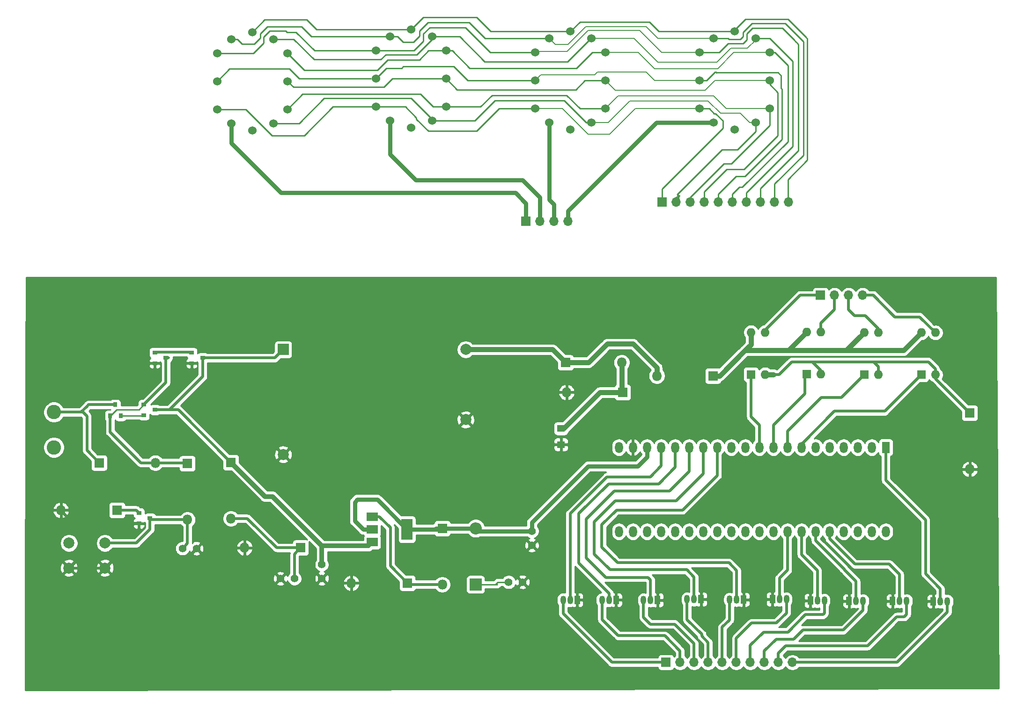
<source format=gbr>
%TF.GenerationSoftware,KiCad,Pcbnew,(5.1.6)-1*%
%TF.CreationDate,2020-11-06T18:28:59+03:00*%
%TF.ProjectId,_____  _____ V2,4145353c-3020-4204-9730-413e32205632,rev?*%
%TF.SameCoordinates,Original*%
%TF.FileFunction,Copper,L1,Top*%
%TF.FilePolarity,Positive*%
%FSLAX46Y46*%
G04 Gerber Fmt 4.6, Leading zero omitted, Abs format (unit mm)*
G04 Created by KiCad (PCBNEW (5.1.6)-1) date 2020-11-06 18:28:59*
%MOMM*%
%LPD*%
G01*
G04 APERTURE LIST*
%TA.AperFunction,ComponentPad*%
%ADD10R,1.700000X1.700000*%
%TD*%
%TA.AperFunction,ComponentPad*%
%ADD11O,1.700000X1.700000*%
%TD*%
%TA.AperFunction,ComponentPad*%
%ADD12C,1.524000*%
%TD*%
%TA.AperFunction,ComponentPad*%
%ADD13O,1.600000X1.600000*%
%TD*%
%TA.AperFunction,ComponentPad*%
%ADD14R,1.600000X1.600000*%
%TD*%
%TA.AperFunction,SMDPad,CuDef*%
%ADD15R,2.000000X1.500000*%
%TD*%
%TA.AperFunction,SMDPad,CuDef*%
%ADD16R,2.000000X3.800000*%
%TD*%
%TA.AperFunction,ComponentPad*%
%ADD17O,1.800000X1.800000*%
%TD*%
%TA.AperFunction,ComponentPad*%
%ADD18R,1.800000X1.800000*%
%TD*%
%TA.AperFunction,ComponentPad*%
%ADD19R,1.050000X1.500000*%
%TD*%
%TA.AperFunction,ComponentPad*%
%ADD20O,1.050000X1.500000*%
%TD*%
%TA.AperFunction,SMDPad,CuDef*%
%ADD21R,0.900000X0.800000*%
%TD*%
%TA.AperFunction,SMDPad,CuDef*%
%ADD22R,0.800000X0.900000*%
%TD*%
%TA.AperFunction,ComponentPad*%
%ADD23O,1.440000X2.000000*%
%TD*%
%TA.AperFunction,ComponentPad*%
%ADD24R,1.440000X2.000000*%
%TD*%
%TA.AperFunction,SMDPad,CuDef*%
%ADD25R,1.400000X1.300000*%
%TD*%
%TA.AperFunction,ComponentPad*%
%ADD26O,2.200000X2.200000*%
%TD*%
%TA.AperFunction,ComponentPad*%
%ADD27R,2.200000X2.200000*%
%TD*%
%TA.AperFunction,ComponentPad*%
%ADD28C,2.000000*%
%TD*%
%TA.AperFunction,ComponentPad*%
%ADD29R,2.000000X2.000000*%
%TD*%
%TA.AperFunction,ComponentPad*%
%ADD30C,1.400000*%
%TD*%
%TA.AperFunction,ComponentPad*%
%ADD31C,2.600000*%
%TD*%
%TA.AperFunction,ViaPad*%
%ADD32C,0.800000*%
%TD*%
%TA.AperFunction,Conductor*%
%ADD33C,0.250000*%
%TD*%
%TA.AperFunction,Conductor*%
%ADD34C,0.500000*%
%TD*%
%TA.AperFunction,Conductor*%
%ADD35C,0.850000*%
%TD*%
%TA.AperFunction,Conductor*%
%ADD36C,0.800000*%
%TD*%
%TA.AperFunction,Conductor*%
%ADD37C,0.200000*%
%TD*%
%TA.AperFunction,Conductor*%
%ADD38C,0.900000*%
%TD*%
%TA.AperFunction,Conductor*%
%ADD39C,0.254000*%
%TD*%
G04 APERTURE END LIST*
D10*
%TO.P,REF\u002A\u002A,1*%
%TO.N,N/C*%
X218821000Y-76898500D03*
D11*
%TO.P,REF\u002A\u002A,2*%
X221361000Y-76898500D03*
%TO.P,REF\u002A\u002A,3*%
X223901000Y-76898500D03*
%TO.P,REF\u002A\u002A,4*%
X226441000Y-76898500D03*
%TD*%
D10*
%TO.P,REF\u002A\u002A,1*%
%TO.N,N/C*%
X190881000Y-143383000D03*
D11*
%TO.P,REF\u002A\u002A,2*%
X193421000Y-143383000D03*
%TO.P,REF\u002A\u002A,3*%
X195961000Y-143383000D03*
%TO.P,REF\u002A\u002A,4*%
X198501000Y-143383000D03*
%TO.P,REF\u002A\u002A,5*%
X201041000Y-143383000D03*
%TO.P,REF\u002A\u002A,6*%
X203581000Y-143383000D03*
%TO.P,REF\u002A\u002A,7*%
X206121000Y-143383000D03*
%TO.P,REF\u002A\u002A,8*%
X208661000Y-143383000D03*
%TO.P,REF\u002A\u002A,9*%
X211201000Y-143383000D03*
%TO.P,REF\u002A\u002A,10*%
X213741000Y-143383000D03*
%TD*%
D12*
%TO.P,D12,11*%
%TO.N,Net-(D11-Pad11)*%
X207073500Y-45656500D03*
%TO.P,D12,1*%
%TO.N,Net-(D12-Pad1)*%
X199453500Y-45656500D03*
%TO.P,D12,5*%
%TO.N,Net-(D11-Pad5)*%
X199453500Y-30416500D03*
%TO.P,D12,7*%
%TO.N,Net-(D11-Pad7)*%
X207073500Y-30416500D03*
%TO.P,D12,12*%
%TO.N,Net-(D12-Pad12)*%
X203263500Y-46926500D03*
%TO.P,D12,6*%
%TO.N,Net-(D11-Pad6)*%
X203263500Y-29146500D03*
%TO.P,D12,2*%
%TO.N,Net-(D11-Pad2)*%
X196913500Y-43116500D03*
%TO.P,D12,10*%
%TO.N,Net-(D11-Pad10)*%
X209613500Y-43116500D03*
%TO.P,D12,8*%
%TO.N,Net-(D11-Pad8)*%
X209613500Y-32956500D03*
%TO.P,D12,4*%
%TO.N,Net-(D11-Pad4)*%
X196913500Y-32956500D03*
%TO.P,D12,9*%
%TO.N,Net-(D11-Pad9)*%
X209613500Y-38036500D03*
%TO.P,D12,3*%
%TO.N,Net-(D11-Pad3)*%
X196913500Y-38036500D03*
%TD*%
D11*
%TO.P,REF\u002A\u002A,10*%
%TO.N,N/C*%
X213042500Y-60007500D03*
%TO.P,REF\u002A\u002A,9*%
X210502500Y-60007500D03*
%TO.P,REF\u002A\u002A,8*%
X207962500Y-60007500D03*
%TO.P,REF\u002A\u002A,7*%
X205422500Y-60007500D03*
%TO.P,REF\u002A\u002A,6*%
X202882500Y-60007500D03*
%TO.P,REF\u002A\u002A,5*%
X200342500Y-60007500D03*
%TO.P,REF\u002A\u002A,4*%
X197802500Y-60007500D03*
%TO.P,REF\u002A\u002A,3*%
X195262500Y-60007500D03*
%TO.P,REF\u002A\u002A,2*%
X192722500Y-60007500D03*
D10*
%TO.P,REF\u002A\u002A,1*%
X190182500Y-60007500D03*
%TD*%
D11*
%TO.P,REF\u002A\u002A,4*%
%TO.N,N/C*%
X173164500Y-63500000D03*
%TO.P,REF\u002A\u002A,3*%
X170624500Y-63500000D03*
%TO.P,REF\u002A\u002A,2*%
X168084500Y-63500000D03*
D10*
%TO.P,REF\u002A\u002A,1*%
X165544500Y-63500000D03*
%TD*%
D13*
%TO.P,U6,4*%
%TO.N,Net-(R14-Pad1)*%
X206248000Y-83629500D03*
%TO.P,U6,2*%
%TO.N,Net-(R15-Pad1)*%
X208788000Y-91249500D03*
%TO.P,U6,3*%
%TO.N,Net-(D9-Pad1)*%
X208788000Y-83629500D03*
D14*
%TO.P,U6,1*%
%TO.N,/Y4*%
X206248000Y-91249500D03*
%TD*%
D13*
%TO.P,U5,4*%
%TO.N,Net-(R14-Pad1)*%
X216344500Y-83566000D03*
%TO.P,U5,2*%
%TO.N,Net-(R15-Pad1)*%
X218884500Y-91186000D03*
%TO.P,U5,3*%
%TO.N,Net-(D11-Pad1)*%
X218884500Y-83566000D03*
D14*
%TO.P,U5,1*%
%TO.N,/Y3*%
X216344500Y-91186000D03*
%TD*%
D13*
%TO.P,U4,4*%
%TO.N,Net-(R14-Pad1)*%
X226758500Y-83629500D03*
%TO.P,U4,2*%
%TO.N,Net-(R15-Pad1)*%
X229298500Y-91249500D03*
%TO.P,U4,3*%
%TO.N,Net-(D12-Pad1)*%
X229298500Y-83629500D03*
D14*
%TO.P,U4,1*%
%TO.N,/Y2*%
X226758500Y-91249500D03*
%TD*%
D13*
%TO.P,U3,4*%
%TO.N,Net-(R14-Pad1)*%
X237045500Y-83693000D03*
%TO.P,U3,2*%
%TO.N,Net-(R15-Pad1)*%
X239585500Y-91313000D03*
%TO.P,U3,3*%
%TO.N,Net-(D14-Pad1)*%
X239585500Y-83693000D03*
D14*
%TO.P,U3,1*%
%TO.N,/Y1*%
X237045500Y-91313000D03*
%TD*%
D15*
%TO.P,U1,1*%
%TO.N,Net-(R6-Pad2)*%
X137756500Y-117016500D03*
%TO.P,U1,3*%
%TO.N,Net-(C3-Pad1)*%
X137756500Y-121616500D03*
%TO.P,U1,2*%
%TO.N,/V*%
X137756500Y-119316500D03*
D16*
X144056500Y-119316500D03*
%TD*%
D17*
%TO.P,R15,2*%
%TO.N,GND*%
X245808500Y-108394500D03*
D18*
%TO.P,R15,1*%
%TO.N,Net-(R15-Pad1)*%
X245808500Y-98234500D03*
%TD*%
D17*
%TO.P,R14,2*%
%TO.N,Net-(D3-Pad3)*%
X189230000Y-91503500D03*
D18*
%TO.P,R14,1*%
%TO.N,Net-(R14-Pad1)*%
X199390000Y-91503500D03*
%TD*%
D17*
%TO.P,R13,2*%
%TO.N,GND*%
X172910500Y-94488000D03*
D18*
%TO.P,R13,1*%
%TO.N,/V_IND*%
X183070500Y-94488000D03*
%TD*%
D17*
%TO.P,R12,2*%
%TO.N,/V_IND*%
X182880000Y-89090500D03*
D18*
%TO.P,R12,1*%
%TO.N,Net-(D3-Pad3)*%
X172720000Y-89090500D03*
%TD*%
D17*
%TO.P,R7,2*%
%TO.N,GND*%
X133985000Y-129032000D03*
D18*
%TO.P,R7,1*%
%TO.N,Net-(R6-Pad2)*%
X144145000Y-129032000D03*
%TD*%
D17*
%TO.P,R6,2*%
%TO.N,Net-(R6-Pad2)*%
X150431500Y-129286000D03*
D18*
%TO.P,R6,1*%
%TO.N,/V*%
X150431500Y-119126000D03*
%TD*%
D17*
%TO.P,R5,2*%
%TO.N,GND*%
X114681000Y-122618500D03*
D18*
%TO.P,R5,1*%
%TO.N,/P_PUT*%
X124841000Y-122618500D03*
%TD*%
D17*
%TO.P,R4,2*%
%TO.N,/P_PUT*%
X112204500Y-117348000D03*
D18*
%TO.P,R4,1*%
%TO.N,Net-(C3-Pad1)*%
X112204500Y-107188000D03*
%TD*%
D17*
%TO.P,R3,2*%
%TO.N,Net-(C1-Pad1)*%
X104330500Y-117538500D03*
D18*
%TO.P,R3,1*%
%TO.N,Net-(D1-Pad3)*%
X104330500Y-107378500D03*
%TD*%
D17*
%TO.P,R2,2*%
%TO.N,Net-(D1-Pad3)*%
X98552000Y-107251500D03*
D18*
%TO.P,R2,1*%
%TO.N,Net-(BT1-Pad1)*%
X88392000Y-107251500D03*
%TD*%
D17*
%TO.P,R1,2*%
%TO.N,GND*%
X81470500Y-115824000D03*
D18*
%TO.P,R1,1*%
%TO.N,/KEY*%
X91630500Y-115824000D03*
%TD*%
D19*
%TO.P,Q15,1*%
%TO.N,GND*%
X174815500Y-132080000D03*
D20*
%TO.P,Q15,3*%
%TO.N,Net-(D11-Pad2)*%
X172275500Y-132080000D03*
%TO.P,Q15,2*%
%TO.N,/X0*%
X173545500Y-132080000D03*
%TD*%
D19*
%TO.P,Q14,1*%
%TO.N,GND*%
X181864000Y-132080000D03*
D20*
%TO.P,Q14,3*%
%TO.N,Net-(D11-Pad3)*%
X179324000Y-132080000D03*
%TO.P,Q14,2*%
%TO.N,/X9*%
X180594000Y-132080000D03*
%TD*%
D19*
%TO.P,Q13,1*%
%TO.N,GND*%
X189357500Y-132101500D03*
D20*
%TO.P,Q13,3*%
%TO.N,Net-(D11-Pad4)*%
X186817500Y-132101500D03*
%TO.P,Q13,2*%
%TO.N,/X8*%
X188087500Y-132101500D03*
%TD*%
D19*
%TO.P,Q12,1*%
%TO.N,GND*%
X197231000Y-131953000D03*
D20*
%TO.P,Q12,3*%
%TO.N,Net-(D11-Pad5)*%
X194691000Y-131953000D03*
%TO.P,Q12,2*%
%TO.N,/X7*%
X195961000Y-131953000D03*
%TD*%
D19*
%TO.P,Q11,1*%
%TO.N,GND*%
X204914500Y-132016500D03*
D20*
%TO.P,Q11,3*%
%TO.N,Net-(D11-Pad6)*%
X202374500Y-132016500D03*
%TO.P,Q11,2*%
%TO.N,/X6*%
X203644500Y-132016500D03*
%TD*%
D19*
%TO.P,Q10,1*%
%TO.N,GND*%
X223964500Y-132270500D03*
D20*
%TO.P,Q10,3*%
%TO.N,Net-(D11-Pad7)*%
X226504500Y-132270500D03*
%TO.P,Q10,2*%
%TO.N,/X5*%
X225234500Y-132270500D03*
%TD*%
D19*
%TO.P,Q9,1*%
%TO.N,GND*%
X231838500Y-132270500D03*
D20*
%TO.P,Q9,3*%
%TO.N,Net-(D11-Pad8)*%
X234378500Y-132270500D03*
%TO.P,Q9,2*%
%TO.N,/X4*%
X233108500Y-132270500D03*
%TD*%
D19*
%TO.P,Q8,1*%
%TO.N,GND*%
X239204500Y-132334000D03*
D20*
%TO.P,Q8,3*%
%TO.N,Net-(D11-Pad9)*%
X241744500Y-132334000D03*
%TO.P,Q8,2*%
%TO.N,/X3*%
X240474500Y-132334000D03*
%TD*%
D19*
%TO.P,Q7,1*%
%TO.N,GND*%
X216979500Y-132207000D03*
D20*
%TO.P,Q7,3*%
%TO.N,Net-(D11-Pad10)*%
X219519500Y-132207000D03*
%TO.P,Q7,2*%
%TO.N,/X2*%
X218249500Y-132207000D03*
%TD*%
D19*
%TO.P,Q6,1*%
%TO.N,GND*%
X210121500Y-131953000D03*
D20*
%TO.P,Q6,3*%
%TO.N,Net-(D11-Pad11)*%
X212661500Y-131953000D03*
%TO.P,Q6,2*%
%TO.N,/X1*%
X211391500Y-131953000D03*
%TD*%
D21*
%TO.P,Q3,3*%
%TO.N,Net-(C3-Pad1)*%
X98472500Y-97663000D03*
%TO.P,Q3,2*%
%TO.N,Net-(Q1-Pad2)*%
X96472500Y-98613000D03*
%TO.P,Q3,1*%
%TO.N,Net-(D1-Pad3)*%
X96472500Y-96713000D03*
%TD*%
%TO.P,Q2,3*%
%TO.N,Net-(C1-Pad1)*%
X97583500Y-117284500D03*
%TO.P,Q2,2*%
%TO.N,GND*%
X95583500Y-118234500D03*
%TO.P,Q2,1*%
%TO.N,/KEY*%
X95583500Y-116334500D03*
%TD*%
D22*
%TO.P,Q1,3*%
%TO.N,Net-(BT1-Pad1)*%
X91313000Y-96726500D03*
%TO.P,Q1,2*%
%TO.N,Net-(Q1-Pad2)*%
X92263000Y-98726500D03*
%TO.P,Q1,1*%
%TO.N,Net-(D1-Pad3)*%
X90363000Y-98726500D03*
%TD*%
D12*
%TO.P,D14,11*%
%TO.N,Net-(D11-Pad11)*%
X148590000Y-45339000D03*
%TO.P,D14,1*%
%TO.N,Net-(D14-Pad1)*%
X140970000Y-45339000D03*
%TO.P,D14,5*%
%TO.N,Net-(D11-Pad5)*%
X140970000Y-30099000D03*
%TO.P,D14,7*%
%TO.N,Net-(D11-Pad7)*%
X148590000Y-30099000D03*
%TO.P,D14,12*%
%TO.N,Net-(D14-Pad12)*%
X144780000Y-46609000D03*
%TO.P,D14,6*%
%TO.N,Net-(D11-Pad6)*%
X144780000Y-28829000D03*
%TO.P,D14,2*%
%TO.N,Net-(D11-Pad2)*%
X138430000Y-42799000D03*
%TO.P,D14,10*%
%TO.N,Net-(D11-Pad10)*%
X151130000Y-42799000D03*
%TO.P,D14,8*%
%TO.N,Net-(D11-Pad8)*%
X151130000Y-32639000D03*
%TO.P,D14,4*%
%TO.N,Net-(D11-Pad4)*%
X138430000Y-32639000D03*
%TO.P,D14,9*%
%TO.N,Net-(D11-Pad9)*%
X151130000Y-37719000D03*
%TO.P,D14,3*%
%TO.N,Net-(D11-Pad3)*%
X138430000Y-37719000D03*
%TD*%
D23*
%TO.P,D13,21*%
%TO.N,Net-(D13-Pad21)*%
X182372000Y-119697500D03*
%TO.P,D13,20*%
%TO.N,Net-(D13-Pad20)*%
X182372000Y-104457500D03*
%TO.P,D13,22*%
%TO.N,Net-(D13-Pad22)*%
X184912000Y-119697500D03*
%TO.P,D13,19*%
%TO.N,GND*%
X184912000Y-104457500D03*
%TO.P,D13,23*%
%TO.N,Net-(D13-Pad23)*%
X187452000Y-119697500D03*
%TO.P,D13,18*%
%TO.N,/V*%
X187452000Y-104457500D03*
%TO.P,D13,24*%
%TO.N,Net-(D13-Pad24)*%
X189992000Y-119697500D03*
%TO.P,D13,17*%
%TO.N,/X0*%
X189992000Y-104457500D03*
%TO.P,D13,25*%
%TO.N,/V_IND*%
X192532000Y-119697500D03*
%TO.P,D13,16*%
%TO.N,/X9*%
X192532000Y-104457500D03*
%TO.P,D13,26*%
%TO.N,Net-(D13-Pad26)*%
X195072000Y-119697500D03*
%TO.P,D13,15*%
%TO.N,/X8*%
X195072000Y-104457500D03*
%TO.P,D13,27*%
%TO.N,Net-(D13-Pad27)*%
X197612000Y-119697500D03*
%TO.P,D13,14*%
%TO.N,/X7*%
X197612000Y-104457500D03*
%TO.P,D13,28*%
%TO.N,Net-(D13-Pad28)*%
X200152000Y-119697500D03*
%TO.P,D13,13*%
%TO.N,/X6*%
X200152000Y-104457500D03*
%TO.P,D13,29*%
%TO.N,Net-(D13-Pad29)*%
X202692000Y-119697500D03*
%TO.P,D13,12*%
%TO.N,Net-(D13-Pad12)*%
X202692000Y-104457500D03*
%TO.P,D13,30*%
%TO.N,Net-(D13-Pad30)*%
X205232000Y-119697500D03*
%TO.P,D13,11*%
%TO.N,Net-(D13-Pad11)*%
X205232000Y-104457500D03*
%TO.P,D13,31*%
%TO.N,Net-(D13-Pad31)*%
X207772000Y-119697500D03*
%TO.P,D13,10*%
%TO.N,/Y4*%
X207772000Y-104457500D03*
%TO.P,D13,32*%
%TO.N,Net-(D13-Pad32)*%
X210312000Y-119697500D03*
%TO.P,D13,9*%
%TO.N,/Y3*%
X210312000Y-104457500D03*
%TO.P,D13,33*%
%TO.N,/X1*%
X212852000Y-119697500D03*
%TO.P,D13,8*%
%TO.N,/Y2*%
X212852000Y-104457500D03*
%TO.P,D13,34*%
%TO.N,/X2*%
X215392000Y-119697500D03*
%TO.P,D13,7*%
%TO.N,/Y1*%
X215392000Y-104457500D03*
%TO.P,D13,35*%
%TO.N,/X5*%
X217932000Y-119697500D03*
%TO.P,D13,6*%
%TO.N,Net-(D13-Pad6)*%
X217932000Y-104457500D03*
%TO.P,D13,36*%
%TO.N,/X4*%
X220472000Y-119697500D03*
%TO.P,D13,5*%
%TO.N,Net-(D13-Pad5)*%
X220472000Y-104457500D03*
%TO.P,D13,37*%
%TO.N,Net-(D13-Pad37)*%
X223012000Y-119697500D03*
%TO.P,D13,4*%
%TO.N,Net-(D13-Pad4)*%
X223012000Y-104457500D03*
%TO.P,D13,38*%
%TO.N,Net-(D13-Pad38)*%
X225552000Y-119697500D03*
%TO.P,D13,3*%
%TO.N,Net-(D13-Pad3)*%
X225552000Y-104457500D03*
%TO.P,D13,39*%
%TO.N,Net-(D13-Pad39)*%
X228092000Y-119697500D03*
%TO.P,D13,2*%
%TO.N,Net-(D13-Pad2)*%
X228092000Y-104457500D03*
%TO.P,D13,40*%
%TO.N,Net-(D13-Pad40)*%
X230632000Y-119697500D03*
D24*
%TO.P,D13,1*%
%TO.N,/X3*%
X230632000Y-104457500D03*
%TD*%
D12*
%TO.P,D11,11*%
%TO.N,Net-(D11-Pad11)*%
X119888000Y-45783500D03*
%TO.P,D11,1*%
%TO.N,Net-(D11-Pad1)*%
X112268000Y-45783500D03*
%TO.P,D11,5*%
%TO.N,Net-(D11-Pad5)*%
X112268000Y-30543500D03*
%TO.P,D11,7*%
%TO.N,Net-(D11-Pad7)*%
X119888000Y-30543500D03*
%TO.P,D11,12*%
%TO.N,Net-(D11-Pad12)*%
X116078000Y-47053500D03*
%TO.P,D11,6*%
%TO.N,Net-(D11-Pad6)*%
X116078000Y-29273500D03*
%TO.P,D11,2*%
%TO.N,Net-(D11-Pad2)*%
X109728000Y-43243500D03*
%TO.P,D11,10*%
%TO.N,Net-(D11-Pad10)*%
X122428000Y-43243500D03*
%TO.P,D11,8*%
%TO.N,Net-(D11-Pad8)*%
X122428000Y-33083500D03*
%TO.P,D11,4*%
%TO.N,Net-(D11-Pad4)*%
X109728000Y-33083500D03*
%TO.P,D11,9*%
%TO.N,Net-(D11-Pad9)*%
X122428000Y-38163500D03*
%TO.P,D11,3*%
%TO.N,Net-(D11-Pad3)*%
X109728000Y-38163500D03*
%TD*%
D25*
%TO.P,D10,2*%
%TO.N,GND*%
X171894500Y-103939000D03*
%TO.P,D10,1*%
%TO.N,/V_IND*%
X171894500Y-101039000D03*
%TD*%
D12*
%TO.P,D9,11*%
%TO.N,Net-(D11-Pad11)*%
X177419000Y-45656500D03*
%TO.P,D9,1*%
%TO.N,Net-(D9-Pad1)*%
X169799000Y-45656500D03*
%TO.P,D9,5*%
%TO.N,Net-(D11-Pad5)*%
X169799000Y-30416500D03*
%TO.P,D9,7*%
%TO.N,Net-(D11-Pad7)*%
X177419000Y-30416500D03*
%TO.P,D9,12*%
%TO.N,Net-(D9-Pad12)*%
X173609000Y-46926500D03*
%TO.P,D9,6*%
%TO.N,Net-(D11-Pad6)*%
X173609000Y-29146500D03*
%TO.P,D9,2*%
%TO.N,Net-(D11-Pad2)*%
X167259000Y-43116500D03*
%TO.P,D9,10*%
%TO.N,Net-(D11-Pad10)*%
X179959000Y-43116500D03*
%TO.P,D9,8*%
%TO.N,Net-(D11-Pad8)*%
X179959000Y-32956500D03*
%TO.P,D9,4*%
%TO.N,Net-(D11-Pad4)*%
X167259000Y-32956500D03*
%TO.P,D9,9*%
%TO.N,Net-(D11-Pad9)*%
X179959000Y-38036500D03*
%TO.P,D9,3*%
%TO.N,Net-(D11-Pad3)*%
X167259000Y-38036500D03*
%TD*%
D26*
%TO.P,D5,2*%
%TO.N,/V*%
X156464000Y-119126000D03*
D27*
%TO.P,D5,1*%
%TO.N,Net-(C7-Pad1)*%
X156464000Y-129286000D03*
%TD*%
D28*
%TO.P,D3,4*%
%TO.N,GND*%
X154666000Y-99441000D03*
%TO.P,D3,3*%
%TO.N,Net-(D3-Pad3)*%
X154666000Y-86741000D03*
%TO.P,D3,2*%
%TO.N,GND*%
X121666000Y-105741000D03*
D29*
%TO.P,D3,1*%
%TO.N,Net-(C3-Pad1)*%
X121666000Y-86741000D03*
%TD*%
D21*
%TO.P,D2,3*%
%TO.N,Net-(C3-Pad1)*%
X107108500Y-88265000D03*
%TO.P,D2,2*%
%TO.N,GND*%
X105108500Y-89215000D03*
%TO.P,D2,1*%
%TO.N,+12C*%
X105108500Y-87315000D03*
%TD*%
%TO.P,D1,3*%
%TO.N,Net-(D1-Pad3)*%
X100441000Y-88265000D03*
%TO.P,D1,2*%
%TO.N,GND*%
X98441000Y-89215000D03*
%TO.P,D1,1*%
%TO.N,+12C*%
X98441000Y-87315000D03*
%TD*%
D28*
%TO.P,CB1,1*%
%TO.N,Net-(C1-Pad1)*%
X89431000Y-121793000D03*
%TO.P,CB1,2*%
%TO.N,GND*%
X89431000Y-126293000D03*
%TO.P,CB1,1*%
%TO.N,Net-(C1-Pad1)*%
X82931000Y-121793000D03*
%TO.P,CB1,2*%
%TO.N,GND*%
X82931000Y-126293000D03*
%TD*%
D30*
%TO.P,C8,2*%
%TO.N,GND*%
X166624000Y-122174000D03*
%TO.P,C8,1*%
%TO.N,/V*%
X166624000Y-119634000D03*
%TD*%
%TO.P,C7,2*%
%TO.N,GND*%
X164973000Y-128841500D03*
%TO.P,C7,1*%
%TO.N,Net-(C7-Pad1)*%
X162433000Y-128841500D03*
%TD*%
%TO.P,C3,2*%
%TO.N,GND*%
X128651000Y-128206500D03*
%TO.P,C3,1*%
%TO.N,Net-(C3-Pad1)*%
X128651000Y-125666500D03*
%TD*%
%TO.P,C2,2*%
%TO.N,GND*%
X121158000Y-128206500D03*
%TO.P,C2,1*%
%TO.N,/P_PUT*%
X123698000Y-128206500D03*
%TD*%
%TO.P,C1,2*%
%TO.N,GND*%
X105981500Y-122745500D03*
%TO.P,C1,1*%
%TO.N,Net-(C1-Pad1)*%
X103441500Y-122745500D03*
%TD*%
D31*
%TO.P,BT1,1*%
%TO.N,Net-(BT1-Pad1)*%
X80200500Y-98077500D03*
X80200500Y-104457500D03*
%TD*%
D32*
%TO.N,GND*%
X94615000Y-92710000D03*
X102552500Y-92202000D03*
X176911000Y-135001000D03*
X183451500Y-134937500D03*
X190817500Y-134366000D03*
X199326500Y-134556500D03*
X207518000Y-133985000D03*
X214630000Y-134048500D03*
X221996000Y-135191500D03*
X228917500Y-135509000D03*
X236918500Y-134810500D03*
%TD*%
D33*
%TO.N,*%
X195262500Y-60007500D02*
X195262500Y-59372500D01*
X197802500Y-60007500D02*
X197802500Y-59499500D01*
X197802500Y-59499500D02*
X197802500Y-59182000D01*
%TO.N,Net-(D11-Pad3)*%
X137477500Y-37719000D02*
X124523500Y-37719000D01*
X124523500Y-37719000D02*
X122745500Y-35941000D01*
D34*
%TO.N,/Y3*%
X215963500Y-92075000D02*
X215963500Y-94742000D01*
%TO.N,Net-(BT1-Pad1)*%
X86471000Y-96726500D02*
X91313000Y-96726500D01*
X85120000Y-98077500D02*
X86169500Y-97028000D01*
X86169500Y-97028000D02*
X86471000Y-96726500D01*
X86169500Y-105029000D02*
X88392000Y-107251500D01*
X85441000Y-98077500D02*
X86169500Y-98806000D01*
X84869500Y-98077500D02*
X85441000Y-98077500D01*
X80200500Y-98077500D02*
X84869500Y-98077500D01*
X84869500Y-98077500D02*
X85120000Y-98077500D01*
X86169500Y-98806000D02*
X86169500Y-105029000D01*
%TO.N,GND*%
X81470500Y-115824000D02*
X81470500Y-115951000D01*
X81470500Y-115951000D02*
X85979000Y-120459500D01*
X85979000Y-123245000D02*
X82931000Y-126293000D01*
X85979000Y-120459500D02*
X85979000Y-123245000D01*
X82931000Y-126293000D02*
X89431000Y-126293000D01*
X95583500Y-118234500D02*
X94490500Y-118234500D01*
X94490500Y-118234500D02*
X93662500Y-119062500D01*
X87376000Y-119062500D02*
X85979000Y-120459500D01*
X93662500Y-119062500D02*
X87376000Y-119062500D01*
X174815500Y-132080000D02*
X174752000Y-132143500D01*
%TO.N,Net-(C1-Pad1)*%
X97837500Y-117538500D02*
X97583500Y-117284500D01*
X104330500Y-117538500D02*
X97837500Y-117538500D01*
X89431000Y-121793000D02*
X95123000Y-121793000D01*
X97583500Y-119332500D02*
X97583500Y-117284500D01*
X95123000Y-121793000D02*
X97583500Y-119332500D01*
X104330500Y-121856500D02*
X103441500Y-122745500D01*
X104330500Y-117538500D02*
X104330500Y-121856500D01*
%TO.N,/P_PUT*%
X112204500Y-117348000D02*
X115189000Y-117348000D01*
X120459500Y-122618500D02*
X124841000Y-122618500D01*
X115189000Y-117348000D02*
X120459500Y-122618500D01*
X123698000Y-123761500D02*
X124841000Y-122618500D01*
X123698000Y-128206500D02*
X123698000Y-123761500D01*
%TO.N,Net-(C3-Pad1)*%
X107108500Y-91646500D02*
X107108500Y-88265000D01*
X101092000Y-97663000D02*
X107108500Y-91646500D01*
X120142000Y-88265000D02*
X121666000Y-86741000D01*
X107108500Y-88265000D02*
X120142000Y-88265000D01*
X102679500Y-97663000D02*
X112204500Y-107188000D01*
X100711000Y-97663000D02*
X102679500Y-97663000D01*
X100711000Y-97663000D02*
X101092000Y-97663000D01*
X98472500Y-97663000D02*
X100711000Y-97663000D01*
D35*
X128651000Y-125666500D02*
X128651000Y-122301000D01*
X128651000Y-122301000D02*
X119697500Y-113347500D01*
X118364000Y-113347500D02*
X112204500Y-107188000D01*
X119697500Y-113347500D02*
X118364000Y-113347500D01*
D34*
X137072000Y-122301000D02*
X137756500Y-121616500D01*
D35*
X128651000Y-122301000D02*
X137072000Y-122301000D01*
D33*
%TO.N,Net-(C7-Pad1)*%
X160464500Y-128841500D02*
X160020000Y-129286000D01*
X162433000Y-128841500D02*
X160464500Y-128841500D01*
X156464000Y-129286000D02*
X160020000Y-129286000D01*
X160020000Y-129286000D02*
X160401000Y-129286000D01*
D34*
%TO.N,/V*%
X150241000Y-119316500D02*
X150431500Y-119126000D01*
D36*
X144056500Y-119316500D02*
X150241000Y-119316500D01*
X137756500Y-119316500D02*
X136144000Y-119316500D01*
X136144000Y-119316500D02*
X134620000Y-117792500D01*
X134620000Y-117792500D02*
X134620000Y-114363500D01*
X134620000Y-114363500D02*
X135064500Y-113919000D01*
X138659000Y-113919000D02*
X144056500Y-119316500D01*
X135064500Y-113919000D02*
X138659000Y-113919000D01*
X156464000Y-119126000D02*
X149288500Y-119126000D01*
D33*
X156972000Y-119634000D02*
X156464000Y-119126000D01*
D36*
X166624000Y-119634000D02*
X156972000Y-119634000D01*
X166624000Y-119634000D02*
X166624000Y-118046500D01*
X166624000Y-118046500D02*
X176784000Y-107886500D01*
X176784000Y-107886500D02*
X185737500Y-107886500D01*
X187452000Y-106172000D02*
X187452000Y-104457500D01*
X185737500Y-107886500D02*
X187452000Y-106172000D01*
D33*
%TO.N,Net-(D1-Pad3)*%
X90363000Y-98726500D02*
X90440000Y-98726500D01*
X90440000Y-98726500D02*
X91567000Y-97599500D01*
X95586000Y-97599500D02*
X96472500Y-96713000D01*
X91567000Y-97599500D02*
X95586000Y-97599500D01*
D34*
X90363000Y-98726500D02*
X90363000Y-101666000D01*
X95948500Y-107251500D02*
X98552000Y-107251500D01*
X90363000Y-101666000D02*
X95948500Y-107251500D01*
X104203500Y-107251500D02*
X104330500Y-107378500D01*
X98552000Y-107251500D02*
X104203500Y-107251500D01*
X100441000Y-88265000D02*
X100901500Y-88265000D01*
X100441000Y-92744500D02*
X96472500Y-96713000D01*
X100441000Y-88265000D02*
X100441000Y-92744500D01*
%TO.N,+12C*%
X98377500Y-87188000D02*
X105045000Y-87188000D01*
D37*
%TO.N,Net-(D11-Pad11)*%
X207073500Y-45656500D02*
X205994000Y-45656500D01*
X205994000Y-45656500D02*
X204279500Y-43942000D01*
X204279500Y-43942000D02*
X200723500Y-43942000D01*
X200723500Y-43942000D02*
X198501000Y-41719500D01*
X198501000Y-41719500D02*
X184340500Y-41719500D01*
X180403500Y-45656500D02*
X177419000Y-45656500D01*
X184340500Y-41719500D02*
X180403500Y-45656500D01*
D33*
X177419000Y-45656500D02*
X176466500Y-45656500D01*
X176466500Y-45656500D02*
X172466000Y-41656000D01*
X172466000Y-41656000D02*
X159956500Y-41656000D01*
X156273500Y-45339000D02*
X148590000Y-45339000D01*
X159956500Y-41656000D02*
X156273500Y-45339000D01*
X148590000Y-45339000D02*
X148590000Y-45085000D01*
X148590000Y-45085000D02*
X144780000Y-41275000D01*
X144780000Y-41275000D02*
X129032000Y-41275000D01*
X124523500Y-45783500D02*
X119888000Y-45783500D01*
X129032000Y-41275000D02*
X124523500Y-45783500D01*
D36*
%TO.N,Net-(D9-Pad1)*%
X169799000Y-45656500D02*
X169799000Y-59626500D01*
X170624500Y-60452000D02*
X170624500Y-63500000D01*
X169799000Y-59626500D02*
X170624500Y-60452000D01*
D37*
%TO.N,Net-(D11-Pad5)*%
X170878500Y-31496000D02*
X169799000Y-30416500D01*
X189420500Y-30416500D02*
X187325000Y-28321000D01*
X173164500Y-31496000D02*
X170878500Y-31496000D01*
X199453500Y-30416500D02*
X189420500Y-30416500D01*
X187325000Y-28321000D02*
X176339500Y-28321000D01*
X176339500Y-28321000D02*
X173164500Y-31496000D01*
D33*
X140970000Y-30099000D02*
X142367000Y-30099000D01*
X142367000Y-30099000D02*
X143319500Y-31051500D01*
X143319500Y-31051500D02*
X145224500Y-31051500D01*
X145224500Y-31051500D02*
X146304000Y-29972000D01*
X146304000Y-29972000D02*
X146304000Y-29083000D01*
X146304000Y-29083000D02*
X147828000Y-27559000D01*
X147828000Y-27559000D02*
X155321000Y-27559000D01*
X158178500Y-30416500D02*
X169799000Y-30416500D01*
X155321000Y-27559000D02*
X158178500Y-30416500D01*
X112268000Y-30543500D02*
X113347500Y-30543500D01*
X113347500Y-30543500D02*
X114236500Y-31432500D01*
X114236500Y-31432500D02*
X116395500Y-31432500D01*
X116395500Y-31432500D02*
X117538500Y-30289500D01*
X117538500Y-30289500D02*
X117538500Y-29591000D01*
X117538500Y-29591000D02*
X118808500Y-28321000D01*
X118808500Y-28321000D02*
X124968000Y-28321000D01*
X126746000Y-30099000D02*
X140970000Y-30099000D01*
X124968000Y-28321000D02*
X126746000Y-30099000D01*
%TO.N,Net-(D11-Pad7)*%
X177419000Y-30416500D02*
X177292000Y-30416500D01*
X177292000Y-30416500D02*
X173101000Y-34607500D01*
X173101000Y-34607500D02*
X158115000Y-34607500D01*
X153606500Y-30099000D02*
X148590000Y-30099000D01*
X158115000Y-34607500D02*
X153606500Y-30099000D01*
X148590000Y-30099000D02*
X148590000Y-30543500D01*
X148590000Y-30543500D02*
X145796000Y-33337500D01*
X145796000Y-33337500D02*
X140208000Y-33337500D01*
X140208000Y-33337500D02*
X139319000Y-34226500D01*
X139319000Y-34226500D02*
X127254000Y-34226500D01*
X123571000Y-30543500D02*
X119888000Y-30543500D01*
X127254000Y-34226500D02*
X123571000Y-30543500D01*
D37*
X185102500Y-30416500D02*
X177419000Y-30416500D01*
X207073500Y-30734000D02*
X205613000Y-32194500D01*
X207073500Y-30416500D02*
X207073500Y-30734000D01*
X205613000Y-32194500D02*
X202628500Y-32194500D01*
X189420500Y-34734500D02*
X185102500Y-30416500D01*
X202628500Y-32194500D02*
X200088500Y-34734500D01*
X200088500Y-34734500D02*
X189420500Y-34734500D01*
D33*
%TO.N,Net-(D11-Pad6)*%
X203263500Y-29146500D02*
X189611000Y-29146500D01*
X189611000Y-29146500D02*
X187896500Y-27432000D01*
X175323500Y-27432000D02*
X173609000Y-29146500D01*
X187896500Y-27432000D02*
X175323500Y-27432000D01*
X173609000Y-29146500D02*
X159194500Y-29146500D01*
X159194500Y-29146500D02*
X156654500Y-26606500D01*
X147002500Y-26606500D02*
X144780000Y-28829000D01*
X156654500Y-26606500D02*
X147002500Y-26606500D01*
X144780000Y-28829000D02*
X127698500Y-28829000D01*
X127698500Y-28829000D02*
X125920500Y-27051000D01*
X118300500Y-27051000D02*
X116078000Y-29273500D01*
X125920500Y-27051000D02*
X118300500Y-27051000D01*
X203263500Y-29146500D02*
X203263500Y-28892500D01*
X203263500Y-28892500D02*
X205232000Y-26924000D01*
X205232000Y-26924000D02*
X212915500Y-26924000D01*
X212915500Y-26924000D02*
X215900000Y-29908500D01*
X215900000Y-29908500D02*
X216217500Y-30226000D01*
D37*
%TO.N,Net-(D11-Pad2)*%
X196913500Y-43116500D02*
X185356500Y-43116500D01*
X185356500Y-43116500D02*
X180721000Y-47752000D01*
X180721000Y-47752000D02*
X176784000Y-47752000D01*
X172148500Y-43116500D02*
X167259000Y-43116500D01*
X176784000Y-47752000D02*
X172148500Y-43116500D01*
D33*
X167259000Y-43116500D02*
X160718500Y-43116500D01*
X160718500Y-43116500D02*
X156654500Y-47180500D01*
X156654500Y-47180500D02*
X147891500Y-47180500D01*
X147891500Y-47180500D02*
X145732500Y-45021500D01*
X145732500Y-45021500D02*
X145732500Y-44767500D01*
X143764000Y-42799000D02*
X138430000Y-42799000D01*
X145732500Y-44767500D02*
X143764000Y-42799000D01*
X138430000Y-42799000D02*
X130683000Y-42799000D01*
X130683000Y-42799000D02*
X125476000Y-48006000D01*
X125476000Y-48006000D02*
X119634000Y-48006000D01*
X114871500Y-43243500D02*
X109728000Y-43243500D01*
X119634000Y-48006000D02*
X114871500Y-43243500D01*
X190182500Y-57658000D02*
X190182500Y-60007500D01*
X201168000Y-46672500D02*
X190182500Y-57658000D01*
X198691500Y-43116500D02*
X199580500Y-44005500D01*
X196913500Y-43116500D02*
X198691500Y-43116500D01*
X199580500Y-44005500D02*
X199834500Y-44005500D01*
X201168000Y-45339000D02*
X201168000Y-46672500D01*
X199834500Y-44005500D02*
X201168000Y-45339000D01*
D37*
%TO.N,Net-(D11-Pad10)*%
X199453500Y-40830500D02*
X182245000Y-40830500D01*
X209613500Y-43116500D02*
X201739500Y-43116500D01*
X182245000Y-40830500D02*
X179959000Y-43116500D01*
X201739500Y-43116500D02*
X199453500Y-40830500D01*
D33*
X151130000Y-42799000D02*
X157353000Y-42799000D01*
X157353000Y-42799000D02*
X159448500Y-40703500D01*
X159448500Y-40703500D02*
X172910500Y-40703500D01*
X175323500Y-43116500D02*
X179959000Y-43116500D01*
X172910500Y-40703500D02*
X175323500Y-43116500D01*
X151130000Y-42799000D02*
X148780500Y-42799000D01*
X148780500Y-42799000D02*
X146494500Y-40513000D01*
X125158500Y-40513000D02*
X122428000Y-43243500D01*
X146494500Y-40513000D02*
X125158500Y-40513000D01*
%TO.N,*%
X192722500Y-59118500D02*
X192722500Y-60007500D01*
D37*
%TO.N,Net-(D11-Pad8)*%
X209613500Y-32956500D02*
X203136500Y-32956500D01*
X203136500Y-32956500D02*
X200215500Y-35877500D01*
X200215500Y-35877500D02*
X188785500Y-35877500D01*
X185864500Y-32956500D02*
X179959000Y-32956500D01*
X188785500Y-35877500D02*
X185864500Y-32956500D01*
D33*
X179959000Y-32956500D02*
X177546000Y-32956500D01*
X177546000Y-32956500D02*
X174688500Y-35814000D01*
X174688500Y-35814000D02*
X155384500Y-35814000D01*
X152209500Y-32639000D02*
X151130000Y-32639000D01*
X155384500Y-35814000D02*
X152209500Y-32639000D01*
X151130000Y-32639000D02*
X147955000Y-32639000D01*
X147955000Y-32639000D02*
X146304000Y-34290000D01*
X146304000Y-34290000D02*
X140525500Y-34290000D01*
X140525500Y-34290000D02*
X138684000Y-36131500D01*
X125476000Y-36131500D02*
X122428000Y-33083500D01*
X138684000Y-36131500D02*
X125476000Y-36131500D01*
X209613500Y-32956500D02*
X210566000Y-32956500D01*
%TO.N,Net-(D11-Pad11)*%
X207073500Y-45656500D02*
X207073500Y-47244000D01*
X207073500Y-47244000D02*
X203771500Y-50546000D01*
X192855010Y-58668490D02*
X192908900Y-58668490D01*
X203771500Y-50546000D02*
X200977500Y-50546000D01*
X192908900Y-58668490D02*
X193072909Y-58832499D01*
X193072909Y-58832499D02*
X193286501Y-58832499D01*
X193286501Y-58832499D02*
X192722500Y-60007500D01*
X192722500Y-60007500D02*
X193040000Y-58483500D01*
X200977500Y-50546000D02*
X193040000Y-58483500D01*
X193040000Y-58483500D02*
X192855010Y-58668490D01*
%TO.N,Net-(D11-Pad10)*%
X201358500Y-53086000D02*
X195262500Y-59182000D01*
X195262500Y-59182000D02*
X195262500Y-60007500D01*
X202692000Y-53086000D02*
X201358500Y-53086000D01*
X209613500Y-43116500D02*
X209613500Y-46164500D01*
X209613500Y-46164500D02*
X202692000Y-53086000D01*
%TO.N,Net-(D11-Pad8)*%
X210566000Y-32956500D02*
X211740750Y-34131250D01*
X211740750Y-34131250D02*
X212026500Y-34417000D01*
D37*
%TO.N,Net-(D11-Pad4)*%
X190119000Y-32956500D02*
X186118500Y-28956000D01*
X196913500Y-32956500D02*
X190119000Y-32956500D01*
X172974000Y-32766000D02*
X167449500Y-32766000D01*
X186118500Y-28956000D02*
X176784000Y-28956000D01*
X167449500Y-32766000D02*
X167259000Y-32956500D01*
X176784000Y-28956000D02*
X172974000Y-32766000D01*
D33*
X167259000Y-32956500D02*
X159131000Y-32956500D01*
X159131000Y-32956500D02*
X154622500Y-28448000D01*
X154622500Y-28448000D02*
X148145500Y-28448000D01*
X148145500Y-28448000D02*
X147002500Y-29591000D01*
X147002500Y-29591000D02*
X147002500Y-30924500D01*
X145288000Y-32639000D02*
X138430000Y-32639000D01*
X147002500Y-30924500D02*
X145288000Y-32639000D01*
X138430000Y-32639000D02*
X127317500Y-32639000D01*
X127317500Y-32639000D02*
X123952000Y-29273500D01*
X123952000Y-29273500D02*
X122364500Y-29273500D01*
X122364500Y-29273500D02*
X122110500Y-29019500D01*
X122110500Y-29019500D02*
X119253000Y-29019500D01*
X119253000Y-29019500D02*
X118110000Y-30162500D01*
X118110000Y-30162500D02*
X118110000Y-31242000D01*
X116268500Y-33083500D02*
X109728000Y-33083500D01*
X118110000Y-31242000D02*
X116268500Y-33083500D01*
X196913500Y-32956500D02*
X200469500Y-32956500D01*
X200469500Y-32956500D02*
X202120500Y-31305500D01*
X202120500Y-31305500D02*
X204851000Y-31305500D01*
X204851000Y-31305500D02*
X205486000Y-30670500D01*
X205486000Y-30670500D02*
X205486000Y-29591000D01*
X205486000Y-29591000D02*
X206502000Y-28575000D01*
X206502000Y-28575000D02*
X211899500Y-28575000D01*
X211899500Y-28575000D02*
X213931500Y-30607000D01*
X213931500Y-30607000D02*
X214312500Y-30988000D01*
D37*
%TO.N,Net-(D11-Pad9)*%
X181737000Y-39814500D02*
X179959000Y-38036500D01*
X197929500Y-39814500D02*
X181737000Y-39814500D01*
X209613500Y-38036500D02*
X199707500Y-38036500D01*
X199707500Y-38036500D02*
X197929500Y-39814500D01*
D33*
X179959000Y-38036500D02*
X176212500Y-38036500D01*
X176212500Y-38036500D02*
X174561500Y-39687500D01*
X153098500Y-39687500D02*
X151130000Y-37719000D01*
X174561500Y-39687500D02*
X153098500Y-39687500D01*
X151130000Y-37719000D02*
X141414500Y-37719000D01*
X141414500Y-37719000D02*
X139890500Y-39243000D01*
X123507500Y-39243000D02*
X122428000Y-38163500D01*
X139890500Y-39243000D02*
X123507500Y-39243000D01*
D37*
%TO.N,Net-(D11-Pad3)*%
X168275000Y-37020500D02*
X167259000Y-38036500D01*
X177990500Y-37020500D02*
X168275000Y-37020500D01*
X196913500Y-38036500D02*
X188785500Y-38036500D01*
X188785500Y-38036500D02*
X187261500Y-36512500D01*
X187261500Y-36512500D02*
X178498500Y-36512500D01*
X178498500Y-36512500D02*
X177990500Y-37020500D01*
D33*
X167259000Y-38036500D02*
X155003500Y-38036500D01*
X155003500Y-38036500D02*
X152463500Y-35496500D01*
X152463500Y-35496500D02*
X143383000Y-35496500D01*
X143383000Y-35496500D02*
X143065500Y-35814000D01*
X140335000Y-35814000D02*
X138430000Y-37719000D01*
X143065500Y-35814000D02*
X140335000Y-35814000D01*
X111950500Y-35941000D02*
X109728000Y-38163500D01*
X122745500Y-35941000D02*
X111950500Y-35941000D01*
X196913500Y-38036500D02*
X198247000Y-38036500D01*
X198247000Y-38036500D02*
X199771000Y-36512500D01*
%TO.N,*%
X207962500Y-60007500D02*
X207962500Y-59436000D01*
X207962500Y-59436000D02*
X207962500Y-59182000D01*
X200342500Y-58610500D02*
X200342500Y-60007500D01*
X205168500Y-55372000D02*
X203581000Y-55372000D01*
X211836000Y-39560500D02*
X211836000Y-48704500D01*
X200025000Y-36576000D02*
X211137500Y-36576000D01*
X203581000Y-55372000D02*
X200342500Y-58610500D01*
X199961500Y-36639500D02*
X200025000Y-36576000D01*
X211137500Y-36576000D02*
X211709000Y-37147500D01*
X211709000Y-37147500D02*
X211709000Y-39433500D01*
X211836000Y-48704500D02*
X205168500Y-55372000D01*
X211709000Y-39433500D02*
X211836000Y-39560500D01*
X205422500Y-58674000D02*
X205422500Y-60007500D01*
X216408000Y-52451000D02*
X216408000Y-51752500D01*
X212915500Y-55943500D02*
X216408000Y-52451000D01*
X213042500Y-60007500D02*
X212915500Y-59880500D01*
X212915500Y-59880500D02*
X212915500Y-55943500D01*
D34*
X216090500Y-134747000D02*
X219265500Y-134747000D01*
X212915500Y-137922000D02*
X216090500Y-134747000D01*
X208534000Y-137922000D02*
X212915500Y-137922000D01*
X206121000Y-143383000D02*
X206121000Y-140335000D01*
X206121000Y-140335000D02*
X208534000Y-137922000D01*
X208661000Y-143383000D02*
X208661000Y-141351000D01*
X208661000Y-141351000D02*
X210820000Y-139192000D01*
X210820000Y-139192000D02*
X213995000Y-139192000D01*
X211201000Y-143383000D02*
X211201000Y-141732000D01*
X211201000Y-141732000D02*
X212534500Y-140398500D01*
X212534500Y-140398500D02*
X227330000Y-140398500D01*
X227330000Y-140398500D02*
X232600500Y-135128000D01*
X232600500Y-135128000D02*
X233934000Y-135128000D01*
X226441000Y-76898500D02*
X228346000Y-76898500D01*
X228346000Y-76898500D02*
X232283000Y-80835500D01*
%TO.N,Net-(D11-Pad11)*%
X210820000Y-136271000D02*
X206311500Y-136271000D01*
X203581000Y-139001500D02*
X203581000Y-143383000D01*
X206311500Y-136271000D02*
X203581000Y-139001500D01*
X212661500Y-131953000D02*
X212661500Y-134429500D01*
X212661500Y-134429500D02*
X210820000Y-136271000D01*
%TO.N,Net-(D9-Pad1)*%
X208788000Y-83629500D02*
X208788000Y-83248500D01*
X215138000Y-76898500D02*
X218821000Y-76898500D01*
X208788000Y-83248500D02*
X215138000Y-76898500D01*
D33*
%TO.N,Net-(D11-Pad5)*%
X210502500Y-56769000D02*
X210502500Y-60007500D01*
X206438500Y-27686000D02*
X212407500Y-27686000D01*
X204851000Y-29273500D02*
X206438500Y-27686000D01*
X215709500Y-51562000D02*
X210502500Y-56769000D01*
X212407500Y-27686000D02*
X215709500Y-30988000D01*
X202120500Y-30416500D02*
X202311000Y-30607000D01*
X215709500Y-30988000D02*
X215709500Y-51562000D01*
X202311000Y-30607000D02*
X204279500Y-30607000D01*
X199453500Y-30416500D02*
X202120500Y-30416500D01*
X204279500Y-30607000D02*
X204851000Y-30035500D01*
X204851000Y-30035500D02*
X204851000Y-29273500D01*
D34*
X194691000Y-131953000D02*
X194691000Y-135636000D01*
X194691000Y-135636000D02*
X197358000Y-138303000D01*
X197358000Y-138303000D02*
X197358000Y-138620500D01*
X198501000Y-139763500D02*
X198501000Y-143383000D01*
X197358000Y-138620500D02*
X198501000Y-139763500D01*
D33*
%TO.N,Net-(D11-Pad7)*%
X213804500Y-49974500D02*
X205422500Y-58356500D01*
X205422500Y-58356500D02*
X205422500Y-58674000D01*
X213804500Y-34544000D02*
X213804500Y-49974500D01*
X207073500Y-30416500D02*
X209677000Y-30416500D01*
X209677000Y-30416500D02*
X213804500Y-34544000D01*
D34*
X226504500Y-133731000D02*
X226504500Y-132270500D01*
X226504500Y-132270500D02*
X226504500Y-133985000D01*
X226504500Y-133985000D02*
X222948500Y-137541000D01*
X215646000Y-137541000D02*
X213995000Y-139192000D01*
X222948500Y-137541000D02*
X215646000Y-137541000D01*
D33*
%TO.N,Net-(D11-Pad6)*%
X216408000Y-30416500D02*
X216027000Y-30035500D01*
X216408000Y-51752500D02*
X216408000Y-30416500D01*
X216027000Y-30035500D02*
X215900000Y-29908500D01*
D34*
X201041000Y-137033000D02*
X201041000Y-143383000D01*
X202374500Y-132016500D02*
X202374500Y-135699500D01*
X202374500Y-135699500D02*
X201041000Y-137033000D01*
%TO.N,Net-(D11-Pad2)*%
X172275500Y-132080000D02*
X172275500Y-134556500D01*
X181102000Y-143383000D02*
X190881000Y-143383000D01*
X172275500Y-134556500D02*
X181102000Y-143383000D01*
%TO.N,Net-(D11-Pad10)*%
X219519500Y-134493000D02*
X219519500Y-132207000D01*
X219265500Y-134747000D02*
X219519500Y-134493000D01*
D33*
%TO.N,Net-(D11-Pad8)*%
X202882500Y-58610500D02*
X202882500Y-60007500D01*
X211740750Y-34131250D02*
X212915500Y-35306000D01*
X212915500Y-49085500D02*
X204660500Y-57340500D01*
X204660500Y-57340500D02*
X204152500Y-57340500D01*
X212915500Y-35306000D02*
X212915500Y-49085500D01*
X204152500Y-57340500D02*
X202882500Y-58610500D01*
D34*
X234378500Y-134683500D02*
X234378500Y-132270500D01*
X233934000Y-135128000D02*
X234378500Y-134683500D01*
D33*
%TO.N,Net-(D11-Pad4)*%
X207962500Y-57594500D02*
X207962500Y-60007500D01*
X214820500Y-50736500D02*
X207962500Y-57594500D01*
X213931500Y-30607000D02*
X214820500Y-31496000D01*
X214820500Y-31496000D02*
X214820500Y-50736500D01*
D34*
X186817500Y-132101500D02*
X186817500Y-135255500D01*
X186817500Y-135255500D02*
X188023500Y-136461500D01*
X188023500Y-136461500D02*
X192468500Y-136461500D01*
X195961000Y-139954000D02*
X195961000Y-143383000D01*
X192468500Y-136461500D02*
X195961000Y-139954000D01*
D33*
%TO.N,Net-(D11-Pad9)*%
X197802500Y-58166000D02*
X197802500Y-60007500D01*
X201866500Y-54102000D02*
X197802500Y-58166000D01*
X211074000Y-40195500D02*
X211074000Y-48006000D01*
X204978000Y-54102000D02*
X201866500Y-54102000D01*
X209613500Y-38735000D02*
X211074000Y-40195500D01*
X209613500Y-38036500D02*
X209613500Y-38735000D01*
X211074000Y-48006000D02*
X204978000Y-54102000D01*
D34*
X241744500Y-132334000D02*
X241744500Y-134302500D01*
X232664000Y-143383000D02*
X213741000Y-143383000D01*
X241744500Y-134302500D02*
X232664000Y-143383000D01*
D33*
%TO.N,Net-(D11-Pad3)*%
X199961500Y-36512500D02*
X200025000Y-36576000D01*
X199771000Y-36512500D02*
X199961500Y-36512500D01*
D34*
X179324000Y-132080000D02*
X179324000Y-135636000D01*
X179324000Y-135636000D02*
X182245000Y-138557000D01*
X182245000Y-138557000D02*
X190690500Y-138557000D01*
X193421000Y-141287500D02*
X193421000Y-143383000D01*
X190690500Y-138557000D02*
X193421000Y-141287500D01*
D38*
%TO.N,/V_IND*%
X182880000Y-94297500D02*
X183070500Y-94488000D01*
X182880000Y-89090500D02*
X182880000Y-94297500D01*
X183070500Y-94488000D02*
X178943000Y-94488000D01*
X172392000Y-101039000D02*
X171894500Y-101039000D01*
X178943000Y-94488000D02*
X172392000Y-101039000D01*
D36*
%TO.N,Net-(D11-Pad1)*%
X112268000Y-45783500D02*
X112268000Y-49403000D01*
X112268000Y-49403000D02*
X121221500Y-58356500D01*
X121221500Y-58356500D02*
X163639500Y-58356500D01*
X163639500Y-58356500D02*
X165544500Y-60261500D01*
X165544500Y-60261500D02*
X165544500Y-63817500D01*
D34*
X218884500Y-83566000D02*
X218884500Y-81978500D01*
X221361000Y-79502000D02*
X221361000Y-76898500D01*
X218884500Y-81978500D02*
X221361000Y-79502000D01*
D36*
%TO.N,Net-(D12-Pad1)*%
X199453500Y-45656500D02*
X189166500Y-45656500D01*
X173164500Y-61658500D02*
X173164500Y-63500000D01*
X189166500Y-45656500D02*
X173164500Y-61658500D01*
D34*
X229298500Y-83629500D02*
X229298500Y-82994500D01*
X229298500Y-82994500D02*
X226885500Y-80581500D01*
X226885500Y-80581500D02*
X224980500Y-80581500D01*
X223901000Y-79502000D02*
X223901000Y-76898500D01*
X224980500Y-80581500D02*
X223901000Y-79502000D01*
%TO.N,/X0*%
X188023500Y-109791500D02*
X189992000Y-107823000D01*
X180213000Y-109791500D02*
X188023500Y-109791500D01*
X189992000Y-107823000D02*
X189992000Y-104457500D01*
X173545500Y-132080000D02*
X173545500Y-116459000D01*
X173545500Y-116459000D02*
X180213000Y-109791500D01*
%TO.N,/X9*%
X180594000Y-130873500D02*
X180594000Y-132080000D01*
X175133000Y-125412500D02*
X180594000Y-130873500D01*
X192532000Y-108077000D02*
X189547500Y-111061500D01*
X189547500Y-111061500D02*
X180530500Y-111061500D01*
X180530500Y-111061500D02*
X175133000Y-116459000D01*
X192532000Y-104457500D02*
X192532000Y-108077000D01*
X175133000Y-116459000D02*
X175133000Y-125412500D01*
%TO.N,/X8*%
X195072000Y-108775500D02*
X195072000Y-104457500D01*
X191516000Y-112331500D02*
X195072000Y-108775500D01*
X181546500Y-112331500D02*
X191516000Y-112331500D01*
X176466500Y-117411500D02*
X181546500Y-112331500D01*
X188087500Y-128461000D02*
X187642500Y-128016000D01*
X176466500Y-124460000D02*
X176466500Y-117411500D01*
X188087500Y-132101500D02*
X188087500Y-128461000D01*
X180022500Y-128016000D02*
X176466500Y-124460000D01*
X187642500Y-128016000D02*
X180022500Y-128016000D01*
%TO.N,/X7*%
X197612000Y-104457500D02*
X197612000Y-109220000D01*
X197612000Y-109220000D02*
X192722500Y-114109500D01*
X192722500Y-114109500D02*
X181737000Y-114109500D01*
X181737000Y-114109500D02*
X177927000Y-117919500D01*
X177927000Y-117919500D02*
X177927000Y-123761500D01*
X177927000Y-123761500D02*
X180784500Y-126619000D01*
X180784500Y-126619000D02*
X194627500Y-126619000D01*
X195961000Y-127952500D02*
X195961000Y-131953000D01*
X194627500Y-126619000D02*
X195961000Y-127952500D01*
%TO.N,/X6*%
X202247500Y-125349000D02*
X203644500Y-126746000D01*
X182118000Y-125349000D02*
X202247500Y-125349000D01*
X179260500Y-122491500D02*
X182118000Y-125349000D01*
X203644500Y-126746000D02*
X203644500Y-132016500D01*
X200152000Y-109537500D02*
X193865500Y-115824000D01*
X200152000Y-104457500D02*
X200152000Y-109537500D01*
X179260500Y-118491000D02*
X179260500Y-122491500D01*
X193865500Y-115824000D02*
X181927500Y-115824000D01*
X181927500Y-115824000D02*
X179260500Y-118491000D01*
%TO.N,/Y4*%
X206248000Y-91249500D02*
X206248000Y-98933000D01*
X207772000Y-100457000D02*
X207772000Y-104457500D01*
X206248000Y-98933000D02*
X207772000Y-100457000D01*
%TO.N,/Y3*%
X210312000Y-100393500D02*
X210312000Y-104457500D01*
X215963500Y-94742000D02*
X210312000Y-100393500D01*
%TO.N,/X1*%
X212852000Y-119697500D02*
X212852000Y-126682500D01*
X211391500Y-128143000D02*
X211391500Y-131953000D01*
X212852000Y-126682500D02*
X211391500Y-128143000D01*
%TO.N,/Y2*%
X212852000Y-104457500D02*
X212852000Y-101536500D01*
X212852000Y-101536500D02*
X218948000Y-95440500D01*
X222567500Y-95440500D02*
X226758500Y-91249500D01*
X218948000Y-95440500D02*
X222567500Y-95440500D01*
%TO.N,/X2*%
X215392000Y-119697500D02*
X215392000Y-123888500D01*
X218249500Y-126746000D02*
X218249500Y-132207000D01*
X215392000Y-123888500D02*
X218249500Y-126746000D01*
%TO.N,/Y1*%
X215773000Y-104076500D02*
X215392000Y-104457500D01*
X215392000Y-104457500D02*
X215392000Y-103886000D01*
X215392000Y-103886000D02*
X221361000Y-97917000D01*
X230441500Y-97917000D02*
X237045500Y-91313000D01*
X221361000Y-97917000D02*
X230441500Y-97917000D01*
%TO.N,/X5*%
X217932000Y-119697500D02*
X217932000Y-121348500D01*
X223075500Y-126492000D02*
X223075500Y-126555500D01*
X223075500Y-126492000D02*
X223393000Y-126809500D01*
X217932000Y-121348500D02*
X223075500Y-126492000D01*
X225234500Y-128714500D02*
X225234500Y-132270500D01*
X223075500Y-126555500D02*
X225234500Y-128714500D01*
%TO.N,/X4*%
X220472000Y-119697500D02*
X220472000Y-121031000D01*
X220472000Y-121031000D02*
X225044000Y-125603000D01*
X225044000Y-125603000D02*
X231267000Y-125603000D01*
X233108500Y-127444500D02*
X233108500Y-132270500D01*
X231267000Y-125603000D02*
X233108500Y-127444500D01*
%TO.N,/X3*%
X230632000Y-104457500D02*
X230632000Y-110426500D01*
X230632000Y-110426500D02*
X237807500Y-117602000D01*
X237807500Y-117602000D02*
X237807500Y-127381000D01*
X240474500Y-130048000D02*
X240474500Y-132334000D01*
X237807500Y-127381000D02*
X240474500Y-130048000D01*
D36*
%TO.N,Net-(D14-Pad1)*%
X140970000Y-45339000D02*
X140970000Y-51371500D01*
X140970000Y-51371500D02*
X145669000Y-56070500D01*
X145669000Y-56070500D02*
X164973000Y-56070500D01*
X168084500Y-59182000D02*
X168084500Y-63500000D01*
X164973000Y-56070500D02*
X168084500Y-59182000D01*
D34*
X236728000Y-80835500D02*
X239585500Y-83693000D01*
X232283000Y-80835500D02*
X236728000Y-80835500D01*
D33*
%TO.N,Net-(Q1-Pad2)*%
X96359000Y-98726500D02*
X96472500Y-98613000D01*
X92263000Y-98726500D02*
X96359000Y-98726500D01*
D34*
%TO.N,/KEY*%
X95073000Y-115824000D02*
X95583500Y-116334500D01*
X91630500Y-115824000D02*
X95073000Y-115824000D01*
%TO.N,Net-(R6-Pad2)*%
X137756500Y-117016500D02*
X139051000Y-117016500D01*
X139051000Y-117016500D02*
X141033500Y-118999000D01*
X141033500Y-125920500D02*
X144145000Y-129032000D01*
X141033500Y-118999000D02*
X141033500Y-125920500D01*
D33*
X144399000Y-129286000D02*
X144145000Y-129032000D01*
D34*
X150431500Y-129286000D02*
X144399000Y-129286000D01*
D38*
%TO.N,Net-(R14-Pad1)*%
X199390000Y-91503500D02*
X200596500Y-91503500D01*
X206248000Y-85852000D02*
X206248000Y-83629500D01*
X205200250Y-86899750D02*
X213010750Y-86899750D01*
X213010750Y-86899750D02*
X216344500Y-83566000D01*
X205200250Y-86899750D02*
X206248000Y-85852000D01*
X200596500Y-91503500D02*
X205200250Y-86899750D01*
X223488250Y-86899750D02*
X226758500Y-83629500D01*
X213010750Y-86899750D02*
X223488250Y-86899750D01*
X233838750Y-86899750D02*
X237045500Y-83693000D01*
X223488250Y-86899750D02*
X233838750Y-86899750D01*
%TO.N,Net-(R15-Pad1)*%
X208788000Y-91249500D02*
X210312000Y-91249500D01*
D34*
X210312000Y-91249500D02*
X211328000Y-91249500D01*
X211328000Y-91249500D02*
X213614000Y-88963500D01*
X213614000Y-88963500D02*
X216662000Y-88963500D01*
X216662000Y-88963500D02*
X229235000Y-88963500D01*
X229235000Y-88963500D02*
X238315500Y-88963500D01*
X239585500Y-90233500D02*
X239585500Y-91313000D01*
X238315500Y-88963500D02*
X239585500Y-90233500D01*
X239585500Y-92011500D02*
X245808500Y-98234500D01*
X239585500Y-91313000D02*
X239585500Y-92011500D01*
X229298500Y-89852500D02*
X229298500Y-91249500D01*
X229235000Y-88963500D02*
X228409500Y-88963500D01*
X228409500Y-88963500D02*
X229298500Y-89852500D01*
X218884500Y-90487500D02*
X218884500Y-91186000D01*
X216662000Y-88963500D02*
X217360500Y-88963500D01*
X217360500Y-88963500D02*
X218884500Y-90487500D01*
D38*
%TO.N,Net-(D3-Pad3)*%
X170370500Y-86741000D02*
X172720000Y-89090500D01*
X154666000Y-86741000D02*
X170370500Y-86741000D01*
X172720000Y-89090500D02*
X176911000Y-89090500D01*
X176911000Y-89090500D02*
X180276500Y-85725000D01*
X180276500Y-85725000D02*
X184912000Y-85725000D01*
X189230000Y-90043000D02*
X189230000Y-91503500D01*
X184912000Y-85725000D02*
X189230000Y-90043000D01*
%TD*%
D39*
%TO.N,GND*%
G36*
X251078027Y-148082276D02*
G01*
X74993824Y-148462724D01*
X75042895Y-129127769D01*
X120416336Y-129127769D01*
X120475797Y-129361537D01*
X120714242Y-129472434D01*
X120969740Y-129534683D01*
X121232473Y-129545890D01*
X121492344Y-129505625D01*
X121739366Y-129415435D01*
X121840203Y-129361537D01*
X121899664Y-129127769D01*
X121158000Y-128386105D01*
X120416336Y-129127769D01*
X75042895Y-129127769D01*
X75045045Y-128280973D01*
X119818610Y-128280973D01*
X119858875Y-128540844D01*
X119949065Y-128787866D01*
X120002963Y-128888703D01*
X120236731Y-128948164D01*
X120978395Y-128206500D01*
X120236731Y-127464836D01*
X120002963Y-127524297D01*
X119892066Y-127762742D01*
X119829817Y-128018240D01*
X119818610Y-128280973D01*
X75045045Y-128280973D01*
X75047209Y-127428413D01*
X81975192Y-127428413D01*
X82070956Y-127692814D01*
X82360571Y-127833704D01*
X82672108Y-127915384D01*
X82993595Y-127934718D01*
X83312675Y-127890961D01*
X83617088Y-127785795D01*
X83791044Y-127692814D01*
X83886808Y-127428413D01*
X88475192Y-127428413D01*
X88570956Y-127692814D01*
X88860571Y-127833704D01*
X89172108Y-127915384D01*
X89493595Y-127934718D01*
X89812675Y-127890961D01*
X90117088Y-127785795D01*
X90291044Y-127692814D01*
X90386808Y-127428413D01*
X90243626Y-127285231D01*
X120416336Y-127285231D01*
X121158000Y-128026895D01*
X121899664Y-127285231D01*
X121840203Y-127051463D01*
X121601758Y-126940566D01*
X121346260Y-126878317D01*
X121083527Y-126867110D01*
X120823656Y-126907375D01*
X120576634Y-126997565D01*
X120475797Y-127051463D01*
X120416336Y-127285231D01*
X90243626Y-127285231D01*
X89431000Y-126472605D01*
X88475192Y-127428413D01*
X83886808Y-127428413D01*
X82931000Y-126472605D01*
X81975192Y-127428413D01*
X75047209Y-127428413D01*
X75049932Y-126355595D01*
X81289282Y-126355595D01*
X81333039Y-126674675D01*
X81438205Y-126979088D01*
X81531186Y-127153044D01*
X81795587Y-127248808D01*
X82751395Y-126293000D01*
X83110605Y-126293000D01*
X84066413Y-127248808D01*
X84330814Y-127153044D01*
X84471704Y-126863429D01*
X84553384Y-126551892D01*
X84565189Y-126355595D01*
X87789282Y-126355595D01*
X87833039Y-126674675D01*
X87938205Y-126979088D01*
X88031186Y-127153044D01*
X88295587Y-127248808D01*
X89251395Y-126293000D01*
X89610605Y-126293000D01*
X90566413Y-127248808D01*
X90830814Y-127153044D01*
X90971704Y-126863429D01*
X91053384Y-126551892D01*
X91072718Y-126230405D01*
X91028961Y-125911325D01*
X90923795Y-125606912D01*
X90830814Y-125432956D01*
X90566413Y-125337192D01*
X89610605Y-126293000D01*
X89251395Y-126293000D01*
X88295587Y-125337192D01*
X88031186Y-125432956D01*
X87890296Y-125722571D01*
X87808616Y-126034108D01*
X87789282Y-126355595D01*
X84565189Y-126355595D01*
X84572718Y-126230405D01*
X84528961Y-125911325D01*
X84423795Y-125606912D01*
X84330814Y-125432956D01*
X84066413Y-125337192D01*
X83110605Y-126293000D01*
X82751395Y-126293000D01*
X81795587Y-125337192D01*
X81531186Y-125432956D01*
X81390296Y-125722571D01*
X81308616Y-126034108D01*
X81289282Y-126355595D01*
X75049932Y-126355595D01*
X75052972Y-125157587D01*
X81975192Y-125157587D01*
X82931000Y-126113395D01*
X83886808Y-125157587D01*
X88475192Y-125157587D01*
X89431000Y-126113395D01*
X90386808Y-125157587D01*
X90291044Y-124893186D01*
X90001429Y-124752296D01*
X89689892Y-124670616D01*
X89368405Y-124651282D01*
X89049325Y-124695039D01*
X88744912Y-124800205D01*
X88570956Y-124893186D01*
X88475192Y-125157587D01*
X83886808Y-125157587D01*
X83791044Y-124893186D01*
X83501429Y-124752296D01*
X83189892Y-124670616D01*
X82868405Y-124651282D01*
X82549325Y-124695039D01*
X82244912Y-124800205D01*
X82070956Y-124893186D01*
X81975192Y-125157587D01*
X75052972Y-125157587D01*
X75061920Y-121631967D01*
X81296000Y-121631967D01*
X81296000Y-121954033D01*
X81358832Y-122269912D01*
X81482082Y-122567463D01*
X81661013Y-122835252D01*
X81888748Y-123062987D01*
X82156537Y-123241918D01*
X82454088Y-123365168D01*
X82769967Y-123428000D01*
X83092033Y-123428000D01*
X83407912Y-123365168D01*
X83705463Y-123241918D01*
X83973252Y-123062987D01*
X84200987Y-122835252D01*
X84379918Y-122567463D01*
X84503168Y-122269912D01*
X84566000Y-121954033D01*
X84566000Y-121631967D01*
X87796000Y-121631967D01*
X87796000Y-121954033D01*
X87858832Y-122269912D01*
X87982082Y-122567463D01*
X88161013Y-122835252D01*
X88388748Y-123062987D01*
X88656537Y-123241918D01*
X88954088Y-123365168D01*
X89269967Y-123428000D01*
X89592033Y-123428000D01*
X89907912Y-123365168D01*
X90205463Y-123241918D01*
X90473252Y-123062987D01*
X90700987Y-122835252D01*
X90806059Y-122678000D01*
X95079531Y-122678000D01*
X95123000Y-122682281D01*
X95166469Y-122678000D01*
X95166477Y-122678000D01*
X95296490Y-122665195D01*
X95463313Y-122614589D01*
X95617059Y-122532411D01*
X95751817Y-122421817D01*
X95779534Y-122388044D01*
X98178550Y-119989029D01*
X98212317Y-119961317D01*
X98241100Y-119926246D01*
X98322910Y-119826560D01*
X98322911Y-119826559D01*
X98405089Y-119672813D01*
X98455695Y-119505990D01*
X98468500Y-119375977D01*
X98468500Y-119375967D01*
X98472781Y-119332501D01*
X98468500Y-119289035D01*
X98468500Y-118423500D01*
X103075710Y-118423500D01*
X103138188Y-118517005D01*
X103351995Y-118730812D01*
X103445500Y-118793290D01*
X103445501Y-121410500D01*
X103310014Y-121410500D01*
X103052095Y-121461804D01*
X102809141Y-121562439D01*
X102590487Y-121708538D01*
X102404538Y-121894487D01*
X102258439Y-122113141D01*
X102157804Y-122356095D01*
X102106500Y-122614014D01*
X102106500Y-122876986D01*
X102157804Y-123134905D01*
X102258439Y-123377859D01*
X102404538Y-123596513D01*
X102590487Y-123782462D01*
X102809141Y-123928561D01*
X103052095Y-124029196D01*
X103310014Y-124080500D01*
X103572986Y-124080500D01*
X103830905Y-124029196D01*
X104073859Y-123928561D01*
X104292513Y-123782462D01*
X104408206Y-123666769D01*
X105239836Y-123666769D01*
X105299297Y-123900537D01*
X105537742Y-124011434D01*
X105793240Y-124073683D01*
X106055973Y-124084890D01*
X106315844Y-124044625D01*
X106562866Y-123954435D01*
X106663703Y-123900537D01*
X106723164Y-123666769D01*
X105981500Y-122925105D01*
X105239836Y-123666769D01*
X104408206Y-123666769D01*
X104478462Y-123596513D01*
X104624561Y-123377859D01*
X104713121Y-123164056D01*
X104772565Y-123326866D01*
X104826463Y-123427703D01*
X105060231Y-123487164D01*
X105801895Y-122745500D01*
X106161105Y-122745500D01*
X106902769Y-123487164D01*
X107136537Y-123427703D01*
X107247434Y-123189258D01*
X107297627Y-122983240D01*
X113189964Y-122983240D01*
X113238606Y-123143607D01*
X113368764Y-123414914D01*
X113549351Y-123655616D01*
X113773427Y-123856462D01*
X114032380Y-124009734D01*
X114316259Y-124109541D01*
X114554000Y-123989492D01*
X114554000Y-122745500D01*
X114808000Y-122745500D01*
X114808000Y-123989492D01*
X115045741Y-124109541D01*
X115329620Y-124009734D01*
X115588573Y-123856462D01*
X115812649Y-123655616D01*
X115993236Y-123414914D01*
X116123394Y-123143607D01*
X116172036Y-122983240D01*
X116051378Y-122745500D01*
X114808000Y-122745500D01*
X114554000Y-122745500D01*
X113310622Y-122745500D01*
X113189964Y-122983240D01*
X107297627Y-122983240D01*
X107309683Y-122933760D01*
X107320890Y-122671027D01*
X107280625Y-122411156D01*
X107223159Y-122253760D01*
X113189964Y-122253760D01*
X113310622Y-122491500D01*
X114554000Y-122491500D01*
X114554000Y-121247508D01*
X114808000Y-121247508D01*
X114808000Y-122491500D01*
X116051378Y-122491500D01*
X116172036Y-122253760D01*
X116123394Y-122093393D01*
X115993236Y-121822086D01*
X115812649Y-121581384D01*
X115588573Y-121380538D01*
X115329620Y-121227266D01*
X115045741Y-121127459D01*
X114808000Y-121247508D01*
X114554000Y-121247508D01*
X114316259Y-121127459D01*
X114032380Y-121227266D01*
X113773427Y-121380538D01*
X113549351Y-121581384D01*
X113368764Y-121822086D01*
X113238606Y-122093393D01*
X113189964Y-122253760D01*
X107223159Y-122253760D01*
X107190435Y-122164134D01*
X107136537Y-122063297D01*
X106902769Y-122003836D01*
X106161105Y-122745500D01*
X105801895Y-122745500D01*
X105787753Y-122731358D01*
X105967358Y-122551753D01*
X105981500Y-122565895D01*
X106723164Y-121824231D01*
X106663703Y-121590463D01*
X106425258Y-121479566D01*
X106169760Y-121417317D01*
X105907027Y-121406110D01*
X105647156Y-121446375D01*
X105400134Y-121536565D01*
X105299297Y-121590463D01*
X105239837Y-121824229D01*
X105215500Y-121799892D01*
X105215500Y-118793290D01*
X105309005Y-118730812D01*
X105522812Y-118517005D01*
X105690799Y-118265595D01*
X105806511Y-117986243D01*
X105865500Y-117689684D01*
X105865500Y-117387316D01*
X105806511Y-117090757D01*
X105690799Y-116811405D01*
X105522812Y-116559995D01*
X105309005Y-116346188D01*
X105057595Y-116178201D01*
X104778243Y-116062489D01*
X104481684Y-116003500D01*
X104179316Y-116003500D01*
X103882757Y-116062489D01*
X103603405Y-116178201D01*
X103351995Y-116346188D01*
X103138188Y-116559995D01*
X103075710Y-116653500D01*
X98627000Y-116653500D01*
X98623002Y-116640320D01*
X98564037Y-116530006D01*
X98484685Y-116433315D01*
X98387994Y-116353963D01*
X98277680Y-116294998D01*
X98157982Y-116258688D01*
X98033500Y-116246428D01*
X97133500Y-116246428D01*
X97009018Y-116258688D01*
X96889320Y-116294998D01*
X96779006Y-116353963D01*
X96682315Y-116433315D01*
X96671572Y-116446405D01*
X96671572Y-115934500D01*
X96659312Y-115810018D01*
X96623002Y-115690320D01*
X96564037Y-115580006D01*
X96484685Y-115483315D01*
X96387994Y-115403963D01*
X96277680Y-115344998D01*
X96157982Y-115308688D01*
X96033500Y-115296428D01*
X95797006Y-115296428D01*
X95729532Y-115228954D01*
X95701817Y-115195183D01*
X95567059Y-115084589D01*
X95413313Y-115002411D01*
X95246490Y-114951805D01*
X95116477Y-114939000D01*
X95116469Y-114939000D01*
X95073000Y-114934719D01*
X95029531Y-114939000D01*
X93168572Y-114939000D01*
X93168572Y-114924000D01*
X93156312Y-114799518D01*
X93120002Y-114679820D01*
X93061037Y-114569506D01*
X92981685Y-114472815D01*
X92884994Y-114393463D01*
X92774680Y-114334498D01*
X92654982Y-114298188D01*
X92530500Y-114285928D01*
X90730500Y-114285928D01*
X90606018Y-114298188D01*
X90486320Y-114334498D01*
X90376006Y-114393463D01*
X90279315Y-114472815D01*
X90199963Y-114569506D01*
X90140998Y-114679820D01*
X90104688Y-114799518D01*
X90092428Y-114924000D01*
X90092428Y-116724000D01*
X90104688Y-116848482D01*
X90140998Y-116968180D01*
X90199963Y-117078494D01*
X90279315Y-117175185D01*
X90376006Y-117254537D01*
X90486320Y-117313502D01*
X90606018Y-117349812D01*
X90730500Y-117362072D01*
X92530500Y-117362072D01*
X92654982Y-117349812D01*
X92774680Y-117313502D01*
X92884994Y-117254537D01*
X92981685Y-117175185D01*
X93061037Y-117078494D01*
X93120002Y-116968180D01*
X93156312Y-116848482D01*
X93168572Y-116724000D01*
X93168572Y-116709000D01*
X94495428Y-116709000D01*
X94495428Y-116734500D01*
X94507688Y-116858982D01*
X94543998Y-116978680D01*
X94602963Y-117088994D01*
X94682315Y-117185685D01*
X94779006Y-117265037D01*
X94815418Y-117284500D01*
X94779006Y-117303963D01*
X94682315Y-117383315D01*
X94602963Y-117480006D01*
X94543998Y-117590320D01*
X94507688Y-117710018D01*
X94495428Y-117834500D01*
X94498500Y-117948750D01*
X94657250Y-118107500D01*
X95456500Y-118107500D01*
X95456500Y-118087500D01*
X95710500Y-118087500D01*
X95710500Y-118107500D01*
X96509750Y-118107500D01*
X96594357Y-118022893D01*
X96602963Y-118038994D01*
X96682315Y-118135685D01*
X96698501Y-118148968D01*
X96698500Y-118965921D01*
X94756422Y-120908000D01*
X90806059Y-120908000D01*
X90700987Y-120750748D01*
X90473252Y-120523013D01*
X90205463Y-120344082D01*
X89907912Y-120220832D01*
X89592033Y-120158000D01*
X89269967Y-120158000D01*
X88954088Y-120220832D01*
X88656537Y-120344082D01*
X88388748Y-120523013D01*
X88161013Y-120750748D01*
X87982082Y-121018537D01*
X87858832Y-121316088D01*
X87796000Y-121631967D01*
X84566000Y-121631967D01*
X84503168Y-121316088D01*
X84379918Y-121018537D01*
X84200987Y-120750748D01*
X83973252Y-120523013D01*
X83705463Y-120344082D01*
X83407912Y-120220832D01*
X83092033Y-120158000D01*
X82769967Y-120158000D01*
X82454088Y-120220832D01*
X82156537Y-120344082D01*
X81888748Y-120523013D01*
X81661013Y-120750748D01*
X81482082Y-121018537D01*
X81358832Y-121316088D01*
X81296000Y-121631967D01*
X75061920Y-121631967D01*
X75069528Y-118634500D01*
X94495428Y-118634500D01*
X94507688Y-118758982D01*
X94543998Y-118878680D01*
X94602963Y-118988994D01*
X94682315Y-119085685D01*
X94779006Y-119165037D01*
X94889320Y-119224002D01*
X95009018Y-119260312D01*
X95133500Y-119272572D01*
X95297750Y-119269500D01*
X95456500Y-119110750D01*
X95456500Y-118361500D01*
X95710500Y-118361500D01*
X95710500Y-119110750D01*
X95869250Y-119269500D01*
X96033500Y-119272572D01*
X96157982Y-119260312D01*
X96277680Y-119224002D01*
X96387994Y-119165037D01*
X96484685Y-119085685D01*
X96564037Y-118988994D01*
X96623002Y-118878680D01*
X96659312Y-118758982D01*
X96671572Y-118634500D01*
X96668500Y-118520250D01*
X96509750Y-118361500D01*
X95710500Y-118361500D01*
X95456500Y-118361500D01*
X94657250Y-118361500D01*
X94498500Y-118520250D01*
X94495428Y-118634500D01*
X75069528Y-118634500D01*
X75075736Y-116188740D01*
X79979464Y-116188740D01*
X80028106Y-116349107D01*
X80158264Y-116620414D01*
X80338851Y-116861116D01*
X80562927Y-117061962D01*
X80821880Y-117215234D01*
X81105759Y-117315041D01*
X81343500Y-117194992D01*
X81343500Y-115951000D01*
X81597500Y-115951000D01*
X81597500Y-117194992D01*
X81835241Y-117315041D01*
X82119120Y-117215234D01*
X82378073Y-117061962D01*
X82602149Y-116861116D01*
X82782736Y-116620414D01*
X82912894Y-116349107D01*
X82961536Y-116188740D01*
X82840878Y-115951000D01*
X81597500Y-115951000D01*
X81343500Y-115951000D01*
X80100122Y-115951000D01*
X79979464Y-116188740D01*
X75075736Y-116188740D01*
X75077587Y-115459260D01*
X79979464Y-115459260D01*
X80100122Y-115697000D01*
X81343500Y-115697000D01*
X81343500Y-114453008D01*
X81597500Y-114453008D01*
X81597500Y-115697000D01*
X82840878Y-115697000D01*
X82961536Y-115459260D01*
X82912894Y-115298893D01*
X82782736Y-115027586D01*
X82602149Y-114786884D01*
X82378073Y-114586038D01*
X82119120Y-114432766D01*
X81835241Y-114332959D01*
X81597500Y-114453008D01*
X81343500Y-114453008D01*
X81105759Y-114332959D01*
X80821880Y-114432766D01*
X80562927Y-114586038D01*
X80338851Y-114786884D01*
X80158264Y-115027586D01*
X80028106Y-115298893D01*
X79979464Y-115459260D01*
X75077587Y-115459260D01*
X75105995Y-104266919D01*
X78265500Y-104266919D01*
X78265500Y-104648081D01*
X78339861Y-105021919D01*
X78485725Y-105374066D01*
X78697487Y-105690991D01*
X78967009Y-105960513D01*
X79283934Y-106172275D01*
X79636081Y-106318139D01*
X80009919Y-106392500D01*
X80391081Y-106392500D01*
X80764919Y-106318139D01*
X81117066Y-106172275D01*
X81433991Y-105960513D01*
X81703513Y-105690991D01*
X81915275Y-105374066D01*
X82061139Y-105021919D01*
X82135500Y-104648081D01*
X82135500Y-104266919D01*
X82061139Y-103893081D01*
X81915275Y-103540934D01*
X81703513Y-103224009D01*
X81433991Y-102954487D01*
X81117066Y-102742725D01*
X80764919Y-102596861D01*
X80391081Y-102522500D01*
X80009919Y-102522500D01*
X79636081Y-102596861D01*
X79283934Y-102742725D01*
X78967009Y-102954487D01*
X78697487Y-103224009D01*
X78485725Y-103540934D01*
X78339861Y-103893081D01*
X78265500Y-104266919D01*
X75105995Y-104266919D01*
X75122188Y-97886919D01*
X78265500Y-97886919D01*
X78265500Y-98268081D01*
X78339861Y-98641919D01*
X78485725Y-98994066D01*
X78697487Y-99310991D01*
X78967009Y-99580513D01*
X79283934Y-99792275D01*
X79636081Y-99938139D01*
X80009919Y-100012500D01*
X80391081Y-100012500D01*
X80764919Y-99938139D01*
X81117066Y-99792275D01*
X81433991Y-99580513D01*
X81703513Y-99310991D01*
X81915275Y-98994066D01*
X81928350Y-98962500D01*
X85074422Y-98962500D01*
X85284500Y-99172579D01*
X85284501Y-104985521D01*
X85280219Y-105029000D01*
X85297305Y-105202490D01*
X85347912Y-105369313D01*
X85430090Y-105523059D01*
X85512968Y-105624046D01*
X85512971Y-105624049D01*
X85540684Y-105657817D01*
X85574451Y-105685529D01*
X86853928Y-106965007D01*
X86853928Y-108151500D01*
X86866188Y-108275982D01*
X86902498Y-108395680D01*
X86961463Y-108505994D01*
X87040815Y-108602685D01*
X87137506Y-108682037D01*
X87247820Y-108741002D01*
X87367518Y-108777312D01*
X87492000Y-108789572D01*
X89292000Y-108789572D01*
X89416482Y-108777312D01*
X89536180Y-108741002D01*
X89646494Y-108682037D01*
X89743185Y-108602685D01*
X89822537Y-108505994D01*
X89881502Y-108395680D01*
X89917812Y-108275982D01*
X89930072Y-108151500D01*
X89930072Y-106351500D01*
X89917812Y-106227018D01*
X89881502Y-106107320D01*
X89822537Y-105997006D01*
X89743185Y-105900315D01*
X89646494Y-105820963D01*
X89536180Y-105761998D01*
X89416482Y-105725688D01*
X89292000Y-105713428D01*
X88105507Y-105713428D01*
X87054500Y-104662422D01*
X87054500Y-98849469D01*
X87058781Y-98806000D01*
X87054500Y-98762531D01*
X87054500Y-98762523D01*
X87041695Y-98632510D01*
X87035777Y-98613001D01*
X86991089Y-98465686D01*
X86908911Y-98311941D01*
X86826032Y-98210953D01*
X86826030Y-98210951D01*
X86798317Y-98177183D01*
X86764550Y-98149471D01*
X86532079Y-97917000D01*
X86826032Y-97623047D01*
X86826037Y-97623041D01*
X86837578Y-97611500D01*
X90448532Y-97611500D01*
X90461815Y-97627685D01*
X90463023Y-97628676D01*
X90453271Y-97638428D01*
X89963000Y-97638428D01*
X89838518Y-97650688D01*
X89718820Y-97686998D01*
X89608506Y-97745963D01*
X89511815Y-97825315D01*
X89432463Y-97922006D01*
X89373498Y-98032320D01*
X89337188Y-98152018D01*
X89324928Y-98276500D01*
X89324928Y-99176500D01*
X89337188Y-99300982D01*
X89373498Y-99420680D01*
X89432463Y-99530994D01*
X89478000Y-99586482D01*
X89478001Y-101622521D01*
X89473719Y-101666000D01*
X89490805Y-101839490D01*
X89541412Y-102006313D01*
X89623590Y-102160059D01*
X89706468Y-102261046D01*
X89706471Y-102261049D01*
X89734184Y-102294817D01*
X89767952Y-102322530D01*
X95291970Y-107846549D01*
X95319683Y-107880317D01*
X95353451Y-107908030D01*
X95353453Y-107908032D01*
X95377065Y-107927410D01*
X95454441Y-107990911D01*
X95608187Y-108073089D01*
X95775010Y-108123695D01*
X95905023Y-108136500D01*
X95905031Y-108136500D01*
X95948500Y-108140781D01*
X95991969Y-108136500D01*
X97297210Y-108136500D01*
X97359688Y-108230005D01*
X97573495Y-108443812D01*
X97824905Y-108611799D01*
X98104257Y-108727511D01*
X98400816Y-108786500D01*
X98703184Y-108786500D01*
X98999743Y-108727511D01*
X99279095Y-108611799D01*
X99530505Y-108443812D01*
X99744312Y-108230005D01*
X99806790Y-108136500D01*
X102792428Y-108136500D01*
X102792428Y-108278500D01*
X102804688Y-108402982D01*
X102840998Y-108522680D01*
X102899963Y-108632994D01*
X102979315Y-108729685D01*
X103076006Y-108809037D01*
X103186320Y-108868002D01*
X103306018Y-108904312D01*
X103430500Y-108916572D01*
X105230500Y-108916572D01*
X105354982Y-108904312D01*
X105474680Y-108868002D01*
X105584994Y-108809037D01*
X105681685Y-108729685D01*
X105761037Y-108632994D01*
X105820002Y-108522680D01*
X105856312Y-108402982D01*
X105868572Y-108278500D01*
X105868572Y-106478500D01*
X105856312Y-106354018D01*
X105820002Y-106234320D01*
X105761037Y-106124006D01*
X105681685Y-106027315D01*
X105584994Y-105947963D01*
X105474680Y-105888998D01*
X105354982Y-105852688D01*
X105230500Y-105840428D01*
X103430500Y-105840428D01*
X103306018Y-105852688D01*
X103186320Y-105888998D01*
X103076006Y-105947963D01*
X102979315Y-106027315D01*
X102899963Y-106124006D01*
X102840998Y-106234320D01*
X102804688Y-106354018D01*
X102803459Y-106366500D01*
X99806790Y-106366500D01*
X99744312Y-106272995D01*
X99530505Y-106059188D01*
X99279095Y-105891201D01*
X98999743Y-105775489D01*
X98703184Y-105716500D01*
X98400816Y-105716500D01*
X98104257Y-105775489D01*
X97824905Y-105891201D01*
X97573495Y-106059188D01*
X97359688Y-106272995D01*
X97297210Y-106366500D01*
X96315079Y-106366500D01*
X91248000Y-101299422D01*
X91248000Y-99586481D01*
X91293537Y-99530994D01*
X91313000Y-99494582D01*
X91332463Y-99530994D01*
X91411815Y-99627685D01*
X91508506Y-99707037D01*
X91618820Y-99766002D01*
X91738518Y-99802312D01*
X91863000Y-99814572D01*
X92663000Y-99814572D01*
X92787482Y-99802312D01*
X92907180Y-99766002D01*
X93017494Y-99707037D01*
X93114185Y-99627685D01*
X93193537Y-99530994D01*
X93217320Y-99486500D01*
X95598506Y-99486500D01*
X95668006Y-99543537D01*
X95778320Y-99602502D01*
X95898018Y-99638812D01*
X96022500Y-99651072D01*
X96922500Y-99651072D01*
X97046982Y-99638812D01*
X97166680Y-99602502D01*
X97276994Y-99543537D01*
X97373685Y-99464185D01*
X97453037Y-99367494D01*
X97512002Y-99257180D01*
X97548312Y-99137482D01*
X97560572Y-99013000D01*
X97560572Y-98501095D01*
X97571315Y-98514185D01*
X97668006Y-98593537D01*
X97778320Y-98652502D01*
X97898018Y-98688812D01*
X98022500Y-98701072D01*
X98922500Y-98701072D01*
X99046982Y-98688812D01*
X99166680Y-98652502D01*
X99276994Y-98593537D01*
X99332481Y-98548000D01*
X101048531Y-98548000D01*
X101092000Y-98552281D01*
X101135469Y-98548000D01*
X102312922Y-98548000D01*
X110666428Y-106901507D01*
X110666428Y-108088000D01*
X110678688Y-108212482D01*
X110714998Y-108332180D01*
X110773963Y-108442494D01*
X110853315Y-108539185D01*
X110950006Y-108618537D01*
X111060320Y-108677502D01*
X111180018Y-108713812D01*
X111304500Y-108726072D01*
X112243507Y-108726072D01*
X117577655Y-114060222D01*
X117610841Y-114100659D01*
X117651278Y-114133845D01*
X117651282Y-114133849D01*
X117750073Y-114214924D01*
X117772247Y-114233122D01*
X117956393Y-114331550D01*
X118156204Y-114392162D01*
X118311934Y-114407500D01*
X118311943Y-114407500D01*
X118363999Y-114412627D01*
X118416055Y-114407500D01*
X119258435Y-114407500D01*
X125977646Y-121126713D01*
X125865482Y-121092688D01*
X125741000Y-121080428D01*
X123941000Y-121080428D01*
X123816518Y-121092688D01*
X123696820Y-121128998D01*
X123586506Y-121187963D01*
X123489815Y-121267315D01*
X123410463Y-121364006D01*
X123351498Y-121474320D01*
X123315188Y-121594018D01*
X123302928Y-121718500D01*
X123302928Y-121733500D01*
X120826079Y-121733500D01*
X115845534Y-116752956D01*
X115817817Y-116719183D01*
X115683059Y-116608589D01*
X115529313Y-116526411D01*
X115362490Y-116475805D01*
X115232477Y-116463000D01*
X115232469Y-116463000D01*
X115189000Y-116458719D01*
X115145531Y-116463000D01*
X113459290Y-116463000D01*
X113396812Y-116369495D01*
X113183005Y-116155688D01*
X112931595Y-115987701D01*
X112652243Y-115871989D01*
X112355684Y-115813000D01*
X112053316Y-115813000D01*
X111756757Y-115871989D01*
X111477405Y-115987701D01*
X111225995Y-116155688D01*
X111012188Y-116369495D01*
X110844201Y-116620905D01*
X110728489Y-116900257D01*
X110669500Y-117196816D01*
X110669500Y-117499184D01*
X110728489Y-117795743D01*
X110844201Y-118075095D01*
X111012188Y-118326505D01*
X111225995Y-118540312D01*
X111477405Y-118708299D01*
X111756757Y-118824011D01*
X112053316Y-118883000D01*
X112355684Y-118883000D01*
X112652243Y-118824011D01*
X112931595Y-118708299D01*
X113183005Y-118540312D01*
X113396812Y-118326505D01*
X113459290Y-118233000D01*
X114822422Y-118233000D01*
X119802968Y-123213547D01*
X119830683Y-123247317D01*
X119864451Y-123275030D01*
X119864453Y-123275032D01*
X119965441Y-123357911D01*
X120119186Y-123440089D01*
X120228090Y-123473125D01*
X120286010Y-123490695D01*
X120416023Y-123503500D01*
X120416031Y-123503500D01*
X120459500Y-123507781D01*
X120502969Y-123503500D01*
X122851442Y-123503500D01*
X122825805Y-123588010D01*
X122808719Y-123761500D01*
X122813001Y-123804977D01*
X122813000Y-127203525D01*
X122661038Y-127355487D01*
X122514939Y-127574141D01*
X122426379Y-127787944D01*
X122366935Y-127625134D01*
X122313037Y-127524297D01*
X122079269Y-127464836D01*
X121337605Y-128206500D01*
X122079269Y-128948164D01*
X122313037Y-128888703D01*
X122423934Y-128650258D01*
X122428706Y-128630673D01*
X122514939Y-128838859D01*
X122661038Y-129057513D01*
X122846987Y-129243462D01*
X123065641Y-129389561D01*
X123308595Y-129490196D01*
X123566514Y-129541500D01*
X123829486Y-129541500D01*
X124087405Y-129490196D01*
X124330359Y-129389561D01*
X124549013Y-129243462D01*
X124664706Y-129127769D01*
X127909336Y-129127769D01*
X127968797Y-129361537D01*
X128207242Y-129472434D01*
X128462740Y-129534683D01*
X128725473Y-129545890D01*
X128985344Y-129505625D01*
X129232366Y-129415435D01*
X129267342Y-129396740D01*
X132493964Y-129396740D01*
X132542606Y-129557107D01*
X132672764Y-129828414D01*
X132853351Y-130069116D01*
X133077427Y-130269962D01*
X133336380Y-130423234D01*
X133620259Y-130523041D01*
X133858000Y-130402992D01*
X133858000Y-129159000D01*
X134112000Y-129159000D01*
X134112000Y-130402992D01*
X134349741Y-130523041D01*
X134633620Y-130423234D01*
X134892573Y-130269962D01*
X135116649Y-130069116D01*
X135297236Y-129828414D01*
X135427394Y-129557107D01*
X135476036Y-129396740D01*
X135355378Y-129159000D01*
X134112000Y-129159000D01*
X133858000Y-129159000D01*
X132614622Y-129159000D01*
X132493964Y-129396740D01*
X129267342Y-129396740D01*
X129333203Y-129361537D01*
X129392664Y-129127769D01*
X128651000Y-128386105D01*
X127909336Y-129127769D01*
X124664706Y-129127769D01*
X124734962Y-129057513D01*
X124881061Y-128838859D01*
X124981696Y-128595905D01*
X125033000Y-128337986D01*
X125033000Y-128280973D01*
X127311610Y-128280973D01*
X127351875Y-128540844D01*
X127442065Y-128787866D01*
X127495963Y-128888703D01*
X127729731Y-128948164D01*
X128471395Y-128206500D01*
X128830605Y-128206500D01*
X129572269Y-128948164D01*
X129806037Y-128888703D01*
X129909026Y-128667260D01*
X132493964Y-128667260D01*
X132614622Y-128905000D01*
X133858000Y-128905000D01*
X133858000Y-127661008D01*
X134112000Y-127661008D01*
X134112000Y-128905000D01*
X135355378Y-128905000D01*
X135476036Y-128667260D01*
X135427394Y-128506893D01*
X135297236Y-128235586D01*
X135116649Y-127994884D01*
X134892573Y-127794038D01*
X134633620Y-127640766D01*
X134349741Y-127540959D01*
X134112000Y-127661008D01*
X133858000Y-127661008D01*
X133620259Y-127540959D01*
X133336380Y-127640766D01*
X133077427Y-127794038D01*
X132853351Y-127994884D01*
X132672764Y-128235586D01*
X132542606Y-128506893D01*
X132493964Y-128667260D01*
X129909026Y-128667260D01*
X129916934Y-128650258D01*
X129979183Y-128394760D01*
X129990390Y-128132027D01*
X129950125Y-127872156D01*
X129859935Y-127625134D01*
X129806037Y-127524297D01*
X129572269Y-127464836D01*
X128830605Y-128206500D01*
X128471395Y-128206500D01*
X127729731Y-127464836D01*
X127495963Y-127524297D01*
X127385066Y-127762742D01*
X127322817Y-128018240D01*
X127311610Y-128280973D01*
X125033000Y-128280973D01*
X125033000Y-128075014D01*
X124981696Y-127817095D01*
X124881061Y-127574141D01*
X124734962Y-127355487D01*
X124583000Y-127203525D01*
X124583000Y-124156572D01*
X125741000Y-124156572D01*
X125865482Y-124144312D01*
X125985180Y-124108002D01*
X126095494Y-124049037D01*
X126192185Y-123969685D01*
X126271537Y-123872994D01*
X126330502Y-123762680D01*
X126366812Y-123642982D01*
X126379072Y-123518500D01*
X126379072Y-121718500D01*
X126366812Y-121594018D01*
X126332787Y-121481854D01*
X127591001Y-122740068D01*
X127591000Y-124849966D01*
X127467939Y-125034141D01*
X127367304Y-125277095D01*
X127316000Y-125535014D01*
X127316000Y-125797986D01*
X127367304Y-126055905D01*
X127467939Y-126298859D01*
X127614038Y-126517513D01*
X127799987Y-126703462D01*
X128018641Y-126849561D01*
X128232444Y-126938121D01*
X128069634Y-126997565D01*
X127968797Y-127051463D01*
X127909336Y-127285231D01*
X128651000Y-128026895D01*
X129392664Y-127285231D01*
X129333203Y-127051463D01*
X129094758Y-126940566D01*
X129075173Y-126935794D01*
X129283359Y-126849561D01*
X129502013Y-126703462D01*
X129687962Y-126517513D01*
X129834061Y-126298859D01*
X129934696Y-126055905D01*
X129986000Y-125797986D01*
X129986000Y-125535014D01*
X129934696Y-125277095D01*
X129834061Y-125034141D01*
X129711000Y-124849966D01*
X129711000Y-123361000D01*
X137124066Y-123361000D01*
X137279796Y-123345662D01*
X137479607Y-123285050D01*
X137663753Y-123186622D01*
X137825159Y-123054159D01*
X137865854Y-123004572D01*
X138756500Y-123004572D01*
X138880982Y-122992312D01*
X139000680Y-122956002D01*
X139110994Y-122897037D01*
X139207685Y-122817685D01*
X139287037Y-122720994D01*
X139346002Y-122610680D01*
X139382312Y-122490982D01*
X139394572Y-122366500D01*
X139394572Y-120866500D01*
X139382312Y-120742018D01*
X139346002Y-120622320D01*
X139287037Y-120512006D01*
X139249691Y-120466500D01*
X139287037Y-120420994D01*
X139346002Y-120310680D01*
X139382312Y-120190982D01*
X139394572Y-120066500D01*
X139394572Y-118611650D01*
X140148500Y-119365579D01*
X140148501Y-125877021D01*
X140144219Y-125920500D01*
X140161305Y-126093990D01*
X140211912Y-126260813D01*
X140294090Y-126414559D01*
X140376968Y-126515546D01*
X140376971Y-126515549D01*
X140404684Y-126549317D01*
X140438451Y-126577029D01*
X142606928Y-128745507D01*
X142606928Y-129932000D01*
X142619188Y-130056482D01*
X142655498Y-130176180D01*
X142714463Y-130286494D01*
X142793815Y-130383185D01*
X142890506Y-130462537D01*
X143000820Y-130521502D01*
X143120518Y-130557812D01*
X143245000Y-130570072D01*
X145045000Y-130570072D01*
X145169482Y-130557812D01*
X145289180Y-130521502D01*
X145399494Y-130462537D01*
X145496185Y-130383185D01*
X145575537Y-130286494D01*
X145634502Y-130176180D01*
X145636073Y-130171000D01*
X149176710Y-130171000D01*
X149239188Y-130264505D01*
X149452995Y-130478312D01*
X149704405Y-130646299D01*
X149983757Y-130762011D01*
X150280316Y-130821000D01*
X150582684Y-130821000D01*
X150879243Y-130762011D01*
X151158595Y-130646299D01*
X151410005Y-130478312D01*
X151623812Y-130264505D01*
X151791799Y-130013095D01*
X151907511Y-129733743D01*
X151966500Y-129437184D01*
X151966500Y-129134816D01*
X151907511Y-128838257D01*
X151791799Y-128558905D01*
X151623812Y-128307495D01*
X151502317Y-128186000D01*
X154725928Y-128186000D01*
X154725928Y-130386000D01*
X154738188Y-130510482D01*
X154774498Y-130630180D01*
X154833463Y-130740494D01*
X154912815Y-130837185D01*
X155009506Y-130916537D01*
X155119820Y-130975502D01*
X155239518Y-131011812D01*
X155364000Y-131024072D01*
X157564000Y-131024072D01*
X157688482Y-131011812D01*
X157808180Y-130975502D01*
X157918494Y-130916537D01*
X158015185Y-130837185D01*
X158094537Y-130740494D01*
X158153502Y-130630180D01*
X158189812Y-130510482D01*
X158202072Y-130386000D01*
X158202072Y-130046000D01*
X159982678Y-130046000D01*
X160020000Y-130049676D01*
X160057322Y-130046000D01*
X160438333Y-130046000D01*
X160549986Y-130035003D01*
X160693247Y-129991546D01*
X160825276Y-129920974D01*
X160941001Y-129826001D01*
X161035974Y-129710276D01*
X161094117Y-129601500D01*
X161335225Y-129601500D01*
X161396038Y-129692513D01*
X161581987Y-129878462D01*
X161800641Y-130024561D01*
X162043595Y-130125196D01*
X162301514Y-130176500D01*
X162564486Y-130176500D01*
X162822405Y-130125196D01*
X163065359Y-130024561D01*
X163284013Y-129878462D01*
X163399706Y-129762769D01*
X164231336Y-129762769D01*
X164290797Y-129996537D01*
X164529242Y-130107434D01*
X164784740Y-130169683D01*
X165047473Y-130180890D01*
X165307344Y-130140625D01*
X165554366Y-130050435D01*
X165655203Y-129996537D01*
X165714664Y-129762769D01*
X164973000Y-129021105D01*
X164231336Y-129762769D01*
X163399706Y-129762769D01*
X163469962Y-129692513D01*
X163616061Y-129473859D01*
X163704621Y-129260056D01*
X163764065Y-129422866D01*
X163817963Y-129523703D01*
X164051731Y-129583164D01*
X164793395Y-128841500D01*
X165152605Y-128841500D01*
X165894269Y-129583164D01*
X166128037Y-129523703D01*
X166238934Y-129285258D01*
X166301183Y-129029760D01*
X166312390Y-128767027D01*
X166272125Y-128507156D01*
X166181935Y-128260134D01*
X166128037Y-128159297D01*
X165894269Y-128099836D01*
X165152605Y-128841500D01*
X164793395Y-128841500D01*
X164051731Y-128099836D01*
X163817963Y-128159297D01*
X163707066Y-128397742D01*
X163702294Y-128417327D01*
X163616061Y-128209141D01*
X163469962Y-127990487D01*
X163399706Y-127920231D01*
X164231336Y-127920231D01*
X164973000Y-128661895D01*
X165714664Y-127920231D01*
X165655203Y-127686463D01*
X165416758Y-127575566D01*
X165161260Y-127513317D01*
X164898527Y-127502110D01*
X164638656Y-127542375D01*
X164391634Y-127632565D01*
X164290797Y-127686463D01*
X164231336Y-127920231D01*
X163399706Y-127920231D01*
X163284013Y-127804538D01*
X163065359Y-127658439D01*
X162822405Y-127557804D01*
X162564486Y-127506500D01*
X162301514Y-127506500D01*
X162043595Y-127557804D01*
X161800641Y-127658439D01*
X161581987Y-127804538D01*
X161396038Y-127990487D01*
X161335225Y-128081500D01*
X160501823Y-128081500D01*
X160464500Y-128077824D01*
X160427177Y-128081500D01*
X160427167Y-128081500D01*
X160315514Y-128092497D01*
X160185288Y-128132000D01*
X160172253Y-128135954D01*
X160040223Y-128206526D01*
X160023267Y-128220442D01*
X159924499Y-128301499D01*
X159900696Y-128330503D01*
X159705199Y-128526000D01*
X158202072Y-128526000D01*
X158202072Y-128186000D01*
X158189812Y-128061518D01*
X158153502Y-127941820D01*
X158094537Y-127831506D01*
X158015185Y-127734815D01*
X157918494Y-127655463D01*
X157808180Y-127596498D01*
X157688482Y-127560188D01*
X157564000Y-127547928D01*
X155364000Y-127547928D01*
X155239518Y-127560188D01*
X155119820Y-127596498D01*
X155009506Y-127655463D01*
X154912815Y-127734815D01*
X154833463Y-127831506D01*
X154774498Y-127941820D01*
X154738188Y-128061518D01*
X154725928Y-128186000D01*
X151502317Y-128186000D01*
X151410005Y-128093688D01*
X151158595Y-127925701D01*
X150879243Y-127809989D01*
X150582684Y-127751000D01*
X150280316Y-127751000D01*
X149983757Y-127809989D01*
X149704405Y-127925701D01*
X149452995Y-128093688D01*
X149239188Y-128307495D01*
X149176710Y-128401000D01*
X145683072Y-128401000D01*
X145683072Y-128132000D01*
X145670812Y-128007518D01*
X145634502Y-127887820D01*
X145575537Y-127777506D01*
X145496185Y-127680815D01*
X145399494Y-127601463D01*
X145289180Y-127542498D01*
X145169482Y-127506188D01*
X145045000Y-127493928D01*
X143858507Y-127493928D01*
X141918500Y-125553922D01*
X141918500Y-123095269D01*
X165882336Y-123095269D01*
X165941797Y-123329037D01*
X166180242Y-123439934D01*
X166435740Y-123502183D01*
X166698473Y-123513390D01*
X166958344Y-123473125D01*
X167205366Y-123382935D01*
X167306203Y-123329037D01*
X167365664Y-123095269D01*
X166624000Y-122353605D01*
X165882336Y-123095269D01*
X141918500Y-123095269D01*
X141918500Y-122248473D01*
X165284610Y-122248473D01*
X165324875Y-122508344D01*
X165415065Y-122755366D01*
X165468963Y-122856203D01*
X165702731Y-122915664D01*
X166444395Y-122174000D01*
X166803605Y-122174000D01*
X167545269Y-122915664D01*
X167779037Y-122856203D01*
X167889934Y-122617758D01*
X167952183Y-122362260D01*
X167963390Y-122099527D01*
X167923125Y-121839656D01*
X167832935Y-121592634D01*
X167779037Y-121491797D01*
X167545269Y-121432336D01*
X166803605Y-122174000D01*
X166444395Y-122174000D01*
X165702731Y-121432336D01*
X165468963Y-121491797D01*
X165358066Y-121730242D01*
X165295817Y-121985740D01*
X165284610Y-122248473D01*
X141918500Y-122248473D01*
X141918500Y-119042465D01*
X141922781Y-118998999D01*
X141918500Y-118955533D01*
X141918500Y-118955523D01*
X141905695Y-118825510D01*
X141855089Y-118658687D01*
X141772911Y-118504941D01*
X141734835Y-118458546D01*
X142418428Y-119142139D01*
X142418428Y-121216500D01*
X142430688Y-121340982D01*
X142466998Y-121460680D01*
X142525963Y-121570994D01*
X142605315Y-121667685D01*
X142702006Y-121747037D01*
X142812320Y-121806002D01*
X142932018Y-121842312D01*
X143056500Y-121854572D01*
X145056500Y-121854572D01*
X145180982Y-121842312D01*
X145300680Y-121806002D01*
X145410994Y-121747037D01*
X145507685Y-121667685D01*
X145587037Y-121570994D01*
X145646002Y-121460680D01*
X145682312Y-121340982D01*
X145694572Y-121216500D01*
X145694572Y-120351500D01*
X148985465Y-120351500D01*
X149000963Y-120380494D01*
X149080315Y-120477185D01*
X149177006Y-120556537D01*
X149287320Y-120615502D01*
X149407018Y-120651812D01*
X149531500Y-120664072D01*
X151331500Y-120664072D01*
X151455982Y-120651812D01*
X151575680Y-120615502D01*
X151685994Y-120556537D01*
X151782685Y-120477185D01*
X151862037Y-120380494D01*
X151921002Y-120270180D01*
X151954121Y-120161000D01*
X155068898Y-120161000D01*
X155116337Y-120231998D01*
X155358002Y-120473663D01*
X155642169Y-120663537D01*
X155957919Y-120794325D01*
X156293117Y-120861000D01*
X156634883Y-120861000D01*
X156970081Y-120794325D01*
X157272642Y-120669000D01*
X165771025Y-120669000D01*
X165772987Y-120670962D01*
X165991641Y-120817061D01*
X166205444Y-120905621D01*
X166042634Y-120965065D01*
X165941797Y-121018963D01*
X165882336Y-121252731D01*
X166624000Y-121994395D01*
X167365664Y-121252731D01*
X167306203Y-121018963D01*
X167067758Y-120908066D01*
X167048173Y-120903294D01*
X167256359Y-120817061D01*
X167475013Y-120670962D01*
X167660962Y-120485013D01*
X167807061Y-120266359D01*
X167907696Y-120023405D01*
X167959000Y-119765486D01*
X167959000Y-119502514D01*
X167907696Y-119244595D01*
X167807061Y-119001641D01*
X167660962Y-118782987D01*
X167659000Y-118781025D01*
X167659000Y-118475210D01*
X177212711Y-108921500D01*
X180032273Y-108921500D01*
X179988903Y-108934657D01*
X179872687Y-108969911D01*
X179729377Y-109046511D01*
X179718941Y-109052089D01*
X179617953Y-109134968D01*
X179617951Y-109134970D01*
X179584183Y-109162683D01*
X179556470Y-109196451D01*
X172950452Y-115802470D01*
X172916684Y-115830183D01*
X172888971Y-115863951D01*
X172888968Y-115863954D01*
X172806090Y-115964941D01*
X172723912Y-116118687D01*
X172673305Y-116285510D01*
X172656219Y-116459000D01*
X172660501Y-116502479D01*
X172660500Y-130759593D01*
X172502900Y-130711785D01*
X172275500Y-130689388D01*
X172048101Y-130711785D01*
X171829441Y-130778115D01*
X171627922Y-130885829D01*
X171451289Y-131030788D01*
X171306330Y-131207421D01*
X171198615Y-131408940D01*
X171132285Y-131627600D01*
X171115500Y-131798021D01*
X171115500Y-132361978D01*
X171132285Y-132532399D01*
X171198615Y-132751059D01*
X171306329Y-132952578D01*
X171390500Y-133055142D01*
X171390501Y-134513021D01*
X171386219Y-134556500D01*
X171403305Y-134729990D01*
X171453912Y-134896813D01*
X171536090Y-135050559D01*
X171618968Y-135151546D01*
X171618971Y-135151549D01*
X171646684Y-135185317D01*
X171680452Y-135213030D01*
X180445470Y-143978049D01*
X180473183Y-144011817D01*
X180506951Y-144039530D01*
X180506953Y-144039532D01*
X180564075Y-144086411D01*
X180607941Y-144122411D01*
X180761687Y-144204589D01*
X180928510Y-144255195D01*
X181058523Y-144268000D01*
X181058533Y-144268000D01*
X181101999Y-144272281D01*
X181145466Y-144268000D01*
X189396375Y-144268000D01*
X189405188Y-144357482D01*
X189441498Y-144477180D01*
X189500463Y-144587494D01*
X189579815Y-144684185D01*
X189676506Y-144763537D01*
X189786820Y-144822502D01*
X189906518Y-144858812D01*
X190031000Y-144871072D01*
X191731000Y-144871072D01*
X191855482Y-144858812D01*
X191975180Y-144822502D01*
X192085494Y-144763537D01*
X192182185Y-144684185D01*
X192261537Y-144587494D01*
X192320502Y-144477180D01*
X192342513Y-144404620D01*
X192474368Y-144536475D01*
X192717589Y-144698990D01*
X192987842Y-144810932D01*
X193274740Y-144868000D01*
X193567260Y-144868000D01*
X193854158Y-144810932D01*
X194124411Y-144698990D01*
X194367632Y-144536475D01*
X194574475Y-144329632D01*
X194691000Y-144155240D01*
X194807525Y-144329632D01*
X195014368Y-144536475D01*
X195257589Y-144698990D01*
X195527842Y-144810932D01*
X195814740Y-144868000D01*
X196107260Y-144868000D01*
X196394158Y-144810932D01*
X196664411Y-144698990D01*
X196907632Y-144536475D01*
X197114475Y-144329632D01*
X197231000Y-144155240D01*
X197347525Y-144329632D01*
X197554368Y-144536475D01*
X197797589Y-144698990D01*
X198067842Y-144810932D01*
X198354740Y-144868000D01*
X198647260Y-144868000D01*
X198934158Y-144810932D01*
X199204411Y-144698990D01*
X199447632Y-144536475D01*
X199654475Y-144329632D01*
X199771000Y-144155240D01*
X199887525Y-144329632D01*
X200094368Y-144536475D01*
X200337589Y-144698990D01*
X200607842Y-144810932D01*
X200894740Y-144868000D01*
X201187260Y-144868000D01*
X201474158Y-144810932D01*
X201744411Y-144698990D01*
X201987632Y-144536475D01*
X202194475Y-144329632D01*
X202311000Y-144155240D01*
X202427525Y-144329632D01*
X202634368Y-144536475D01*
X202877589Y-144698990D01*
X203147842Y-144810932D01*
X203434740Y-144868000D01*
X203727260Y-144868000D01*
X204014158Y-144810932D01*
X204284411Y-144698990D01*
X204527632Y-144536475D01*
X204734475Y-144329632D01*
X204851000Y-144155240D01*
X204967525Y-144329632D01*
X205174368Y-144536475D01*
X205417589Y-144698990D01*
X205687842Y-144810932D01*
X205974740Y-144868000D01*
X206267260Y-144868000D01*
X206554158Y-144810932D01*
X206824411Y-144698990D01*
X207067632Y-144536475D01*
X207274475Y-144329632D01*
X207391000Y-144155240D01*
X207507525Y-144329632D01*
X207714368Y-144536475D01*
X207957589Y-144698990D01*
X208227842Y-144810932D01*
X208514740Y-144868000D01*
X208807260Y-144868000D01*
X209094158Y-144810932D01*
X209364411Y-144698990D01*
X209607632Y-144536475D01*
X209814475Y-144329632D01*
X209931000Y-144155240D01*
X210047525Y-144329632D01*
X210254368Y-144536475D01*
X210497589Y-144698990D01*
X210767842Y-144810932D01*
X211054740Y-144868000D01*
X211347260Y-144868000D01*
X211634158Y-144810932D01*
X211904411Y-144698990D01*
X212147632Y-144536475D01*
X212354475Y-144329632D01*
X212471000Y-144155240D01*
X212587525Y-144329632D01*
X212794368Y-144536475D01*
X213037589Y-144698990D01*
X213307842Y-144810932D01*
X213594740Y-144868000D01*
X213887260Y-144868000D01*
X214174158Y-144810932D01*
X214444411Y-144698990D01*
X214687632Y-144536475D01*
X214894475Y-144329632D01*
X214935656Y-144268000D01*
X232620531Y-144268000D01*
X232664000Y-144272281D01*
X232707469Y-144268000D01*
X232707477Y-144268000D01*
X232837490Y-144255195D01*
X233004313Y-144204589D01*
X233158059Y-144122411D01*
X233292817Y-144011817D01*
X233320534Y-143978044D01*
X242339549Y-134959030D01*
X242373317Y-134931317D01*
X242483911Y-134796559D01*
X242566089Y-134642813D01*
X242616695Y-134475990D01*
X242629500Y-134345977D01*
X242629500Y-134345967D01*
X242633781Y-134302501D01*
X242629500Y-134259035D01*
X242629500Y-133309142D01*
X242713671Y-133206579D01*
X242821385Y-133005059D01*
X242887715Y-132786399D01*
X242904500Y-132615978D01*
X242904500Y-132052021D01*
X242887715Y-131881600D01*
X242821385Y-131662940D01*
X242713671Y-131461421D01*
X242568712Y-131284788D01*
X242392078Y-131139829D01*
X242190559Y-131032115D01*
X241971899Y-130965785D01*
X241744500Y-130943388D01*
X241517100Y-130965785D01*
X241359500Y-131013593D01*
X241359500Y-130091469D01*
X241363781Y-130048000D01*
X241359500Y-130004531D01*
X241359500Y-130004523D01*
X241346695Y-129874510D01*
X241318043Y-129780059D01*
X241296089Y-129707686D01*
X241213911Y-129553941D01*
X241131032Y-129452953D01*
X241131030Y-129452951D01*
X241103317Y-129419183D01*
X241069550Y-129391471D01*
X238692500Y-127014422D01*
X238692500Y-117645465D01*
X238696781Y-117601999D01*
X238692500Y-117558533D01*
X238692500Y-117558523D01*
X238679695Y-117428510D01*
X238629089Y-117261687D01*
X238546911Y-117107941D01*
X238494798Y-117044442D01*
X238464032Y-117006953D01*
X238464030Y-117006951D01*
X238436317Y-116973183D01*
X238402551Y-116945472D01*
X231517000Y-110059922D01*
X231517000Y-108759241D01*
X244317459Y-108759241D01*
X244417266Y-109043120D01*
X244570538Y-109302073D01*
X244771384Y-109526149D01*
X245012086Y-109706736D01*
X245283393Y-109836894D01*
X245443760Y-109885536D01*
X245681500Y-109764878D01*
X245681500Y-108521500D01*
X245935500Y-108521500D01*
X245935500Y-109764878D01*
X246173240Y-109885536D01*
X246333607Y-109836894D01*
X246604914Y-109706736D01*
X246845616Y-109526149D01*
X247046462Y-109302073D01*
X247199734Y-109043120D01*
X247299541Y-108759241D01*
X247179492Y-108521500D01*
X245935500Y-108521500D01*
X245681500Y-108521500D01*
X244437508Y-108521500D01*
X244317459Y-108759241D01*
X231517000Y-108759241D01*
X231517000Y-108029759D01*
X244317459Y-108029759D01*
X244437508Y-108267500D01*
X245681500Y-108267500D01*
X245681500Y-107024122D01*
X245935500Y-107024122D01*
X245935500Y-108267500D01*
X247179492Y-108267500D01*
X247299541Y-108029759D01*
X247199734Y-107745880D01*
X247046462Y-107486927D01*
X246845616Y-107262851D01*
X246604914Y-107082264D01*
X246333607Y-106952106D01*
X246173240Y-106903464D01*
X245935500Y-107024122D01*
X245681500Y-107024122D01*
X245443760Y-106903464D01*
X245283393Y-106952106D01*
X245012086Y-107082264D01*
X244771384Y-107262851D01*
X244570538Y-107486927D01*
X244417266Y-107745880D01*
X244317459Y-108029759D01*
X231517000Y-108029759D01*
X231517000Y-106071021D01*
X231596180Y-106047002D01*
X231706494Y-105988037D01*
X231803185Y-105908685D01*
X231882537Y-105811994D01*
X231941502Y-105701680D01*
X231977812Y-105581982D01*
X231990072Y-105457500D01*
X231990072Y-103457500D01*
X231977812Y-103333018D01*
X231941502Y-103213320D01*
X231882537Y-103103006D01*
X231803185Y-103006315D01*
X231706494Y-102926963D01*
X231596180Y-102867998D01*
X231476482Y-102831688D01*
X231352000Y-102819428D01*
X229912000Y-102819428D01*
X229787518Y-102831688D01*
X229667820Y-102867998D01*
X229557506Y-102926963D01*
X229460815Y-103006315D01*
X229381463Y-103103006D01*
X229322498Y-103213320D01*
X229286188Y-103333018D01*
X229273928Y-103457500D01*
X229273928Y-103514296D01*
X229224092Y-103421060D01*
X229054765Y-103214735D01*
X228848440Y-103045408D01*
X228613045Y-102919586D01*
X228357626Y-102842106D01*
X228092000Y-102815944D01*
X227826375Y-102842106D01*
X227570956Y-102919586D01*
X227335561Y-103045408D01*
X227129236Y-103214735D01*
X226959908Y-103421060D01*
X226834086Y-103656455D01*
X226822000Y-103696298D01*
X226809914Y-103656455D01*
X226684092Y-103421060D01*
X226514765Y-103214735D01*
X226308440Y-103045408D01*
X226073045Y-102919586D01*
X225817626Y-102842106D01*
X225552000Y-102815944D01*
X225286375Y-102842106D01*
X225030956Y-102919586D01*
X224795561Y-103045408D01*
X224589236Y-103214735D01*
X224419908Y-103421060D01*
X224294086Y-103656455D01*
X224282000Y-103696298D01*
X224269914Y-103656455D01*
X224144092Y-103421060D01*
X223974765Y-103214735D01*
X223768440Y-103045408D01*
X223533045Y-102919586D01*
X223277626Y-102842106D01*
X223012000Y-102815944D01*
X222746375Y-102842106D01*
X222490956Y-102919586D01*
X222255561Y-103045408D01*
X222049236Y-103214735D01*
X221879908Y-103421060D01*
X221754086Y-103656455D01*
X221742000Y-103696298D01*
X221729914Y-103656455D01*
X221604092Y-103421060D01*
X221434765Y-103214735D01*
X221228440Y-103045408D01*
X220993045Y-102919586D01*
X220737626Y-102842106D01*
X220472000Y-102815944D01*
X220206375Y-102842106D01*
X219950956Y-102919586D01*
X219715561Y-103045408D01*
X219509236Y-103214735D01*
X219339908Y-103421060D01*
X219214086Y-103656455D01*
X219202000Y-103696298D01*
X219189914Y-103656455D01*
X219064092Y-103421060D01*
X218894765Y-103214735D01*
X218688440Y-103045408D01*
X218453045Y-102919586D01*
X218197626Y-102842106D01*
X217932000Y-102815944D01*
X217689777Y-102839801D01*
X221727579Y-98802000D01*
X230398031Y-98802000D01*
X230441500Y-98806281D01*
X230484969Y-98802000D01*
X230484977Y-98802000D01*
X230614990Y-98789195D01*
X230781813Y-98738589D01*
X230935559Y-98656411D01*
X231070317Y-98545817D01*
X231098034Y-98512044D01*
X236859007Y-92751072D01*
X237845500Y-92751072D01*
X237969982Y-92738812D01*
X238089680Y-92702502D01*
X238199994Y-92643537D01*
X238296685Y-92564185D01*
X238376037Y-92467494D01*
X238435002Y-92357180D01*
X238471312Y-92237482D01*
X238472143Y-92229039D01*
X238670741Y-92427637D01*
X238905773Y-92584680D01*
X238913727Y-92587975D01*
X238928968Y-92606546D01*
X238928971Y-92606549D01*
X238956684Y-92640317D01*
X238990452Y-92668030D01*
X244270428Y-97948007D01*
X244270428Y-99134500D01*
X244282688Y-99258982D01*
X244318998Y-99378680D01*
X244377963Y-99488994D01*
X244457315Y-99585685D01*
X244554006Y-99665037D01*
X244664320Y-99724002D01*
X244784018Y-99760312D01*
X244908500Y-99772572D01*
X246708500Y-99772572D01*
X246832982Y-99760312D01*
X246952680Y-99724002D01*
X247062994Y-99665037D01*
X247159685Y-99585685D01*
X247239037Y-99488994D01*
X247298002Y-99378680D01*
X247334312Y-99258982D01*
X247346572Y-99134500D01*
X247346572Y-97334500D01*
X247334312Y-97210018D01*
X247298002Y-97090320D01*
X247239037Y-96980006D01*
X247159685Y-96883315D01*
X247062994Y-96803963D01*
X246952680Y-96744998D01*
X246832982Y-96708688D01*
X246708500Y-96696428D01*
X245522007Y-96696428D01*
X240841609Y-92016031D01*
X240857180Y-91992727D01*
X240965353Y-91731574D01*
X241020500Y-91454335D01*
X241020500Y-91171665D01*
X240965353Y-90894426D01*
X240857180Y-90633273D01*
X240700137Y-90398241D01*
X240500259Y-90198363D01*
X240469283Y-90177665D01*
X240457695Y-90060010D01*
X240407089Y-89893187D01*
X240324911Y-89739441D01*
X240214317Y-89604683D01*
X240180550Y-89576971D01*
X238972034Y-88368456D01*
X238944317Y-88334683D01*
X238809559Y-88224089D01*
X238655813Y-88141911D01*
X238488990Y-88091305D01*
X238358977Y-88078500D01*
X238358969Y-88078500D01*
X238315500Y-88074219D01*
X238272031Y-88078500D01*
X228452969Y-88078500D01*
X228409500Y-88074219D01*
X228366031Y-88078500D01*
X217403969Y-88078500D01*
X217360500Y-88074219D01*
X217317031Y-88078500D01*
X213657465Y-88078500D01*
X213613999Y-88074219D01*
X213570533Y-88078500D01*
X213570523Y-88078500D01*
X213440510Y-88091305D01*
X213273687Y-88141911D01*
X213119941Y-88224089D01*
X213119939Y-88224090D01*
X213119940Y-88224090D01*
X213018953Y-88306968D01*
X213018951Y-88306970D01*
X212985183Y-88334683D01*
X212957470Y-88368451D01*
X210961422Y-90364500D01*
X210943919Y-90364500D01*
X210917710Y-90342991D01*
X210729220Y-90242241D01*
X210524697Y-90180200D01*
X210365294Y-90164500D01*
X209732396Y-90164500D01*
X209702759Y-90134863D01*
X209467727Y-89977820D01*
X209206574Y-89869647D01*
X208929335Y-89814500D01*
X208646665Y-89814500D01*
X208369426Y-89869647D01*
X208108273Y-89977820D01*
X207873241Y-90134863D01*
X207674643Y-90333461D01*
X207673812Y-90325018D01*
X207637502Y-90205320D01*
X207578537Y-90095006D01*
X207499185Y-89998315D01*
X207402494Y-89918963D01*
X207292180Y-89859998D01*
X207172482Y-89823688D01*
X207048000Y-89811428D01*
X205448000Y-89811428D01*
X205323518Y-89823688D01*
X205203820Y-89859998D01*
X205093506Y-89918963D01*
X204996815Y-89998315D01*
X204917463Y-90095006D01*
X204858498Y-90205320D01*
X204822188Y-90325018D01*
X204809928Y-90449500D01*
X204809928Y-92049500D01*
X204822188Y-92173982D01*
X204858498Y-92293680D01*
X204917463Y-92403994D01*
X204996815Y-92500685D01*
X205093506Y-92580037D01*
X205203820Y-92639002D01*
X205323518Y-92675312D01*
X205363000Y-92679201D01*
X205363001Y-98889521D01*
X205358719Y-98933000D01*
X205375805Y-99106490D01*
X205426412Y-99273313D01*
X205508590Y-99427059D01*
X205591468Y-99528046D01*
X205591471Y-99528049D01*
X205619184Y-99561817D01*
X205652951Y-99589529D01*
X206887000Y-100823579D01*
X206887001Y-103150915D01*
X206809236Y-103214735D01*
X206639908Y-103421060D01*
X206514086Y-103656455D01*
X206502000Y-103696298D01*
X206489914Y-103656455D01*
X206364092Y-103421060D01*
X206194765Y-103214735D01*
X205988440Y-103045408D01*
X205753045Y-102919586D01*
X205497626Y-102842106D01*
X205232000Y-102815944D01*
X204966375Y-102842106D01*
X204710956Y-102919586D01*
X204475561Y-103045408D01*
X204269236Y-103214735D01*
X204099908Y-103421060D01*
X203974086Y-103656455D01*
X203962000Y-103696298D01*
X203949914Y-103656455D01*
X203824092Y-103421060D01*
X203654765Y-103214735D01*
X203448440Y-103045408D01*
X203213045Y-102919586D01*
X202957626Y-102842106D01*
X202692000Y-102815944D01*
X202426375Y-102842106D01*
X202170956Y-102919586D01*
X201935561Y-103045408D01*
X201729236Y-103214735D01*
X201559908Y-103421060D01*
X201434086Y-103656455D01*
X201422000Y-103696298D01*
X201409914Y-103656455D01*
X201284092Y-103421060D01*
X201114765Y-103214735D01*
X200908440Y-103045408D01*
X200673045Y-102919586D01*
X200417626Y-102842106D01*
X200152000Y-102815944D01*
X199886375Y-102842106D01*
X199630956Y-102919586D01*
X199395561Y-103045408D01*
X199189236Y-103214735D01*
X199019908Y-103421060D01*
X198894086Y-103656455D01*
X198882000Y-103696298D01*
X198869914Y-103656455D01*
X198744092Y-103421060D01*
X198574765Y-103214735D01*
X198368440Y-103045408D01*
X198133045Y-102919586D01*
X197877626Y-102842106D01*
X197612000Y-102815944D01*
X197346375Y-102842106D01*
X197090956Y-102919586D01*
X196855561Y-103045408D01*
X196649236Y-103214735D01*
X196479908Y-103421060D01*
X196354086Y-103656455D01*
X196342000Y-103696298D01*
X196329914Y-103656455D01*
X196204092Y-103421060D01*
X196034765Y-103214735D01*
X195828440Y-103045408D01*
X195593045Y-102919586D01*
X195337626Y-102842106D01*
X195072000Y-102815944D01*
X194806375Y-102842106D01*
X194550956Y-102919586D01*
X194315561Y-103045408D01*
X194109236Y-103214735D01*
X193939908Y-103421060D01*
X193814086Y-103656455D01*
X193802000Y-103696298D01*
X193789914Y-103656455D01*
X193664092Y-103421060D01*
X193494765Y-103214735D01*
X193288440Y-103045408D01*
X193053045Y-102919586D01*
X192797626Y-102842106D01*
X192532000Y-102815944D01*
X192266375Y-102842106D01*
X192010956Y-102919586D01*
X191775561Y-103045408D01*
X191569236Y-103214735D01*
X191399908Y-103421060D01*
X191274086Y-103656455D01*
X191262000Y-103696298D01*
X191249914Y-103656455D01*
X191124092Y-103421060D01*
X190954765Y-103214735D01*
X190748440Y-103045408D01*
X190513045Y-102919586D01*
X190257626Y-102842106D01*
X189992000Y-102815944D01*
X189726375Y-102842106D01*
X189470956Y-102919586D01*
X189235561Y-103045408D01*
X189029236Y-103214735D01*
X188859908Y-103421060D01*
X188734086Y-103656455D01*
X188722000Y-103696298D01*
X188709914Y-103656455D01*
X188584092Y-103421060D01*
X188414765Y-103214735D01*
X188208440Y-103045408D01*
X187973045Y-102919586D01*
X187717626Y-102842106D01*
X187452000Y-102815944D01*
X187186375Y-102842106D01*
X186930956Y-102919586D01*
X186695561Y-103045408D01*
X186489236Y-103214735D01*
X186319908Y-103421060D01*
X186194086Y-103656455D01*
X186180495Y-103701259D01*
X186115256Y-103541631D01*
X185968084Y-103319105D01*
X185780327Y-103129567D01*
X185559201Y-102980301D01*
X185313203Y-102877042D01*
X185248472Y-102864941D01*
X185039000Y-102988011D01*
X185039000Y-104330500D01*
X185059000Y-104330500D01*
X185059000Y-104584500D01*
X185039000Y-104584500D01*
X185039000Y-105926989D01*
X185248472Y-106050059D01*
X185313203Y-106037958D01*
X185559201Y-105934699D01*
X185780327Y-105785433D01*
X185968084Y-105595895D01*
X186115256Y-105373369D01*
X186180495Y-105213741D01*
X186194086Y-105258544D01*
X186319908Y-105493939D01*
X186417000Y-105612246D01*
X186417000Y-105743289D01*
X185308790Y-106851500D01*
X176834835Y-106851500D01*
X176784000Y-106846493D01*
X176733165Y-106851500D01*
X176733162Y-106851500D01*
X176581105Y-106866476D01*
X176386007Y-106925659D01*
X176336528Y-106952106D01*
X176206202Y-107021766D01*
X176130870Y-107083590D01*
X176048604Y-107151104D01*
X176016197Y-107190592D01*
X165928093Y-117278697D01*
X165888605Y-117311104D01*
X165856198Y-117350592D01*
X165856197Y-117350593D01*
X165759266Y-117468703D01*
X165663160Y-117648507D01*
X165603977Y-117843605D01*
X165583994Y-118046500D01*
X165589001Y-118097337D01*
X165589001Y-118599000D01*
X158123660Y-118599000D01*
X158001537Y-118304169D01*
X157811663Y-118020002D01*
X157569998Y-117778337D01*
X157285831Y-117588463D01*
X156970081Y-117457675D01*
X156634883Y-117391000D01*
X156293117Y-117391000D01*
X155957919Y-117457675D01*
X155642169Y-117588463D01*
X155358002Y-117778337D01*
X155116337Y-118020002D01*
X155068898Y-118091000D01*
X151954121Y-118091000D01*
X151921002Y-117981820D01*
X151862037Y-117871506D01*
X151782685Y-117774815D01*
X151685994Y-117695463D01*
X151575680Y-117636498D01*
X151455982Y-117600188D01*
X151331500Y-117587928D01*
X149531500Y-117587928D01*
X149407018Y-117600188D01*
X149287320Y-117636498D01*
X149177006Y-117695463D01*
X149080315Y-117774815D01*
X149000963Y-117871506D01*
X148941998Y-117981820D01*
X148905688Y-118101518D01*
X148899695Y-118162372D01*
X148890507Y-118165159D01*
X148710703Y-118261266D01*
X148686048Y-118281500D01*
X145694572Y-118281500D01*
X145694572Y-117416500D01*
X145682312Y-117292018D01*
X145646002Y-117172320D01*
X145587037Y-117062006D01*
X145507685Y-116965315D01*
X145410994Y-116885963D01*
X145300680Y-116826998D01*
X145180982Y-116790688D01*
X145056500Y-116778428D01*
X143056500Y-116778428D01*
X142988806Y-116785095D01*
X139426807Y-113223097D01*
X139394396Y-113183604D01*
X139236797Y-113054266D01*
X139056993Y-112958159D01*
X138861895Y-112898976D01*
X138709838Y-112884000D01*
X138709828Y-112884000D01*
X138659000Y-112878994D01*
X138608172Y-112884000D01*
X135115335Y-112884000D01*
X135064500Y-112878993D01*
X135013664Y-112884000D01*
X135013662Y-112884000D01*
X134861605Y-112898976D01*
X134666507Y-112958159D01*
X134486703Y-113054266D01*
X134329104Y-113183604D01*
X134296693Y-113223097D01*
X133924093Y-113595697D01*
X133884605Y-113628104D01*
X133852198Y-113667592D01*
X133852197Y-113667593D01*
X133755266Y-113785703D01*
X133659160Y-113965507D01*
X133599977Y-114160605D01*
X133579994Y-114363500D01*
X133585001Y-114414338D01*
X133585000Y-117741672D01*
X133579994Y-117792500D01*
X133585000Y-117843328D01*
X133585000Y-117843337D01*
X133599976Y-117995394D01*
X133659159Y-118190492D01*
X133755266Y-118370297D01*
X133884604Y-118527896D01*
X133924097Y-118560307D01*
X135376197Y-120012408D01*
X135408604Y-120051896D01*
X135566203Y-120181234D01*
X135746007Y-120277341D01*
X135941105Y-120336524D01*
X136093162Y-120351500D01*
X136093171Y-120351500D01*
X136143999Y-120356506D01*
X136189118Y-120352062D01*
X136225963Y-120420994D01*
X136263309Y-120466500D01*
X136225963Y-120512006D01*
X136166998Y-120622320D01*
X136130688Y-120742018D01*
X136118428Y-120866500D01*
X136118428Y-121241000D01*
X129090067Y-121241000D01*
X120483854Y-112634789D01*
X120450659Y-112594341D01*
X120289253Y-112461878D01*
X120105107Y-112363450D01*
X119905296Y-112302838D01*
X119749566Y-112287500D01*
X119749556Y-112287500D01*
X119697500Y-112282373D01*
X119645444Y-112287500D01*
X118803067Y-112287500D01*
X113742572Y-107227007D01*
X113742572Y-106876413D01*
X120710192Y-106876413D01*
X120805956Y-107140814D01*
X121095571Y-107281704D01*
X121407108Y-107363384D01*
X121728595Y-107382718D01*
X122047675Y-107338961D01*
X122352088Y-107233795D01*
X122526044Y-107140814D01*
X122621808Y-106876413D01*
X121666000Y-105920605D01*
X120710192Y-106876413D01*
X113742572Y-106876413D01*
X113742572Y-106288000D01*
X113730312Y-106163518D01*
X113694002Y-106043820D01*
X113635037Y-105933506D01*
X113555685Y-105836815D01*
X113515207Y-105803595D01*
X120024282Y-105803595D01*
X120068039Y-106122675D01*
X120173205Y-106427088D01*
X120266186Y-106601044D01*
X120530587Y-106696808D01*
X121486395Y-105741000D01*
X121845605Y-105741000D01*
X122801413Y-106696808D01*
X123065814Y-106601044D01*
X123206704Y-106311429D01*
X123288384Y-105999892D01*
X123307718Y-105678405D01*
X123263961Y-105359325D01*
X123158795Y-105054912D01*
X123065814Y-104880956D01*
X122801413Y-104785192D01*
X121845605Y-105741000D01*
X121486395Y-105741000D01*
X120530587Y-104785192D01*
X120266186Y-104880956D01*
X120125296Y-105170571D01*
X120043616Y-105482108D01*
X120024282Y-105803595D01*
X113515207Y-105803595D01*
X113458994Y-105757463D01*
X113348680Y-105698498D01*
X113228982Y-105662188D01*
X113104500Y-105649928D01*
X111918007Y-105649928D01*
X110873666Y-104605587D01*
X120710192Y-104605587D01*
X121666000Y-105561395D01*
X122621808Y-104605587D01*
X122615801Y-104589000D01*
X170556428Y-104589000D01*
X170568688Y-104713482D01*
X170604998Y-104833180D01*
X170663963Y-104943494D01*
X170743315Y-105040185D01*
X170840006Y-105119537D01*
X170950320Y-105178502D01*
X171070018Y-105214812D01*
X171194500Y-105227072D01*
X171608750Y-105224000D01*
X171767500Y-105065250D01*
X171767500Y-104066000D01*
X172021500Y-104066000D01*
X172021500Y-105065250D01*
X172180250Y-105224000D01*
X172594500Y-105227072D01*
X172718982Y-105214812D01*
X172838680Y-105178502D01*
X172948994Y-105119537D01*
X173045685Y-105040185D01*
X173125037Y-104943494D01*
X173184002Y-104833180D01*
X173220312Y-104713482D01*
X173232572Y-104589000D01*
X173229500Y-104224750D01*
X173115686Y-104110936D01*
X181017000Y-104110936D01*
X181017000Y-104804063D01*
X181036606Y-105003125D01*
X181114086Y-105258544D01*
X181239908Y-105493939D01*
X181409235Y-105700264D01*
X181615560Y-105869592D01*
X181850955Y-105995414D01*
X182106374Y-106072894D01*
X182372000Y-106099056D01*
X182637625Y-106072894D01*
X182893044Y-105995414D01*
X183128439Y-105869592D01*
X183334764Y-105700265D01*
X183504092Y-105493940D01*
X183629914Y-105258545D01*
X183643505Y-105213741D01*
X183708744Y-105373369D01*
X183855916Y-105595895D01*
X184043673Y-105785433D01*
X184264799Y-105934699D01*
X184510797Y-106037958D01*
X184575528Y-106050059D01*
X184785000Y-105926989D01*
X184785000Y-104584500D01*
X184765000Y-104584500D01*
X184765000Y-104330500D01*
X184785000Y-104330500D01*
X184785000Y-102988011D01*
X184575528Y-102864941D01*
X184510797Y-102877042D01*
X184264799Y-102980301D01*
X184043673Y-103129567D01*
X183855916Y-103319105D01*
X183708744Y-103541631D01*
X183643505Y-103701259D01*
X183629914Y-103656455D01*
X183504092Y-103421060D01*
X183334765Y-103214735D01*
X183128440Y-103045408D01*
X182893045Y-102919586D01*
X182637626Y-102842106D01*
X182372000Y-102815944D01*
X182106375Y-102842106D01*
X181850956Y-102919586D01*
X181615561Y-103045408D01*
X181409236Y-103214735D01*
X181239908Y-103421060D01*
X181114086Y-103656455D01*
X181036606Y-103911874D01*
X181017000Y-104110936D01*
X173115686Y-104110936D01*
X173070750Y-104066000D01*
X172021500Y-104066000D01*
X171767500Y-104066000D01*
X170718250Y-104066000D01*
X170559500Y-104224750D01*
X170556428Y-104589000D01*
X122615801Y-104589000D01*
X122526044Y-104341186D01*
X122236429Y-104200296D01*
X121924892Y-104118616D01*
X121603405Y-104099282D01*
X121284325Y-104143039D01*
X120979912Y-104248205D01*
X120805956Y-104341186D01*
X120710192Y-104605587D01*
X110873666Y-104605587D01*
X109557079Y-103289000D01*
X170556428Y-103289000D01*
X170559500Y-103653250D01*
X170718250Y-103812000D01*
X171767500Y-103812000D01*
X171767500Y-102812750D01*
X172021500Y-102812750D01*
X172021500Y-103812000D01*
X173070750Y-103812000D01*
X173229500Y-103653250D01*
X173232572Y-103289000D01*
X173220312Y-103164518D01*
X173184002Y-103044820D01*
X173125037Y-102934506D01*
X173045685Y-102837815D01*
X172948994Y-102758463D01*
X172838680Y-102699498D01*
X172718982Y-102663188D01*
X172594500Y-102650928D01*
X172180250Y-102654000D01*
X172021500Y-102812750D01*
X171767500Y-102812750D01*
X171608750Y-102654000D01*
X171194500Y-102650928D01*
X171070018Y-102663188D01*
X170950320Y-102699498D01*
X170840006Y-102758463D01*
X170743315Y-102837815D01*
X170663963Y-102934506D01*
X170604998Y-103044820D01*
X170568688Y-103164518D01*
X170556428Y-103289000D01*
X109557079Y-103289000D01*
X106844492Y-100576413D01*
X153710192Y-100576413D01*
X153805956Y-100840814D01*
X154095571Y-100981704D01*
X154407108Y-101063384D01*
X154728595Y-101082718D01*
X155047675Y-101038961D01*
X155352088Y-100933795D01*
X155526044Y-100840814D01*
X155621808Y-100576413D01*
X154666000Y-99620605D01*
X153710192Y-100576413D01*
X106844492Y-100576413D01*
X105771674Y-99503595D01*
X153024282Y-99503595D01*
X153068039Y-99822675D01*
X153173205Y-100127088D01*
X153266186Y-100301044D01*
X153530587Y-100396808D01*
X154486395Y-99441000D01*
X154845605Y-99441000D01*
X155801413Y-100396808D01*
X155822970Y-100389000D01*
X170556428Y-100389000D01*
X170556428Y-101689000D01*
X170568688Y-101813482D01*
X170604998Y-101933180D01*
X170663963Y-102043494D01*
X170743315Y-102140185D01*
X170840006Y-102219537D01*
X170950320Y-102278502D01*
X171070018Y-102314812D01*
X171194500Y-102327072D01*
X172594500Y-102327072D01*
X172718982Y-102314812D01*
X172838680Y-102278502D01*
X172948994Y-102219537D01*
X173045685Y-102140185D01*
X173125037Y-102043494D01*
X173184002Y-101933180D01*
X173220312Y-101813482D01*
X173227782Y-101737639D01*
X179392422Y-95573000D01*
X181563046Y-95573000D01*
X181580998Y-95632180D01*
X181639963Y-95742494D01*
X181719315Y-95839185D01*
X181816006Y-95918537D01*
X181926320Y-95977502D01*
X182046018Y-96013812D01*
X182170500Y-96026072D01*
X183970500Y-96026072D01*
X184094982Y-96013812D01*
X184214680Y-95977502D01*
X184324994Y-95918537D01*
X184421685Y-95839185D01*
X184501037Y-95742494D01*
X184560002Y-95632180D01*
X184596312Y-95512482D01*
X184608572Y-95388000D01*
X184608572Y-93588000D01*
X184596312Y-93463518D01*
X184560002Y-93343820D01*
X184501037Y-93233506D01*
X184421685Y-93136815D01*
X184324994Y-93057463D01*
X184214680Y-92998498D01*
X184094982Y-92962188D01*
X183970500Y-92949928D01*
X183965000Y-92949928D01*
X183965000Y-90176317D01*
X184072312Y-90069005D01*
X184240299Y-89817595D01*
X184356011Y-89538243D01*
X184415000Y-89241684D01*
X184415000Y-88939316D01*
X184356011Y-88642757D01*
X184240299Y-88363405D01*
X184072312Y-88111995D01*
X183858505Y-87898188D01*
X183607095Y-87730201D01*
X183327743Y-87614489D01*
X183031184Y-87555500D01*
X182728816Y-87555500D01*
X182432257Y-87614489D01*
X182152905Y-87730201D01*
X181901495Y-87898188D01*
X181687688Y-88111995D01*
X181519701Y-88363405D01*
X181403989Y-88642757D01*
X181345000Y-88939316D01*
X181345000Y-89241684D01*
X181403989Y-89538243D01*
X181519701Y-89817595D01*
X181687688Y-90069005D01*
X181795000Y-90176317D01*
X181795001Y-93074702D01*
X181719315Y-93136815D01*
X181639963Y-93233506D01*
X181580998Y-93343820D01*
X181563046Y-93403000D01*
X178996285Y-93403000D01*
X178942999Y-93397752D01*
X178889713Y-93403000D01*
X178889706Y-93403000D01*
X178750078Y-93416752D01*
X178730302Y-93418700D01*
X178668261Y-93437520D01*
X178525780Y-93480741D01*
X178337290Y-93581491D01*
X178273574Y-93633782D01*
X178213473Y-93683105D01*
X178213469Y-93683109D01*
X178172078Y-93717078D01*
X178138109Y-93758469D01*
X172145651Y-99750928D01*
X171194500Y-99750928D01*
X171070018Y-99763188D01*
X170950320Y-99799498D01*
X170840006Y-99858463D01*
X170743315Y-99937815D01*
X170663963Y-100034506D01*
X170604998Y-100144820D01*
X170568688Y-100264518D01*
X170556428Y-100389000D01*
X155822970Y-100389000D01*
X156065814Y-100301044D01*
X156206704Y-100011429D01*
X156288384Y-99699892D01*
X156307718Y-99378405D01*
X156263961Y-99059325D01*
X156158795Y-98754912D01*
X156065814Y-98580956D01*
X155801413Y-98485192D01*
X154845605Y-99441000D01*
X154486395Y-99441000D01*
X153530587Y-98485192D01*
X153266186Y-98580956D01*
X153125296Y-98870571D01*
X153043616Y-99182108D01*
X153024282Y-99503595D01*
X105771674Y-99503595D01*
X104573666Y-98305587D01*
X153710192Y-98305587D01*
X154666000Y-99261395D01*
X155621808Y-98305587D01*
X155526044Y-98041186D01*
X155236429Y-97900296D01*
X154924892Y-97818616D01*
X154603405Y-97799282D01*
X154284325Y-97843039D01*
X153979912Y-97948205D01*
X153805956Y-98041186D01*
X153710192Y-98305587D01*
X104573666Y-98305587D01*
X103336032Y-97067954D01*
X103308317Y-97034183D01*
X103173559Y-96923589D01*
X103114537Y-96892041D01*
X105153838Y-94852740D01*
X171419464Y-94852740D01*
X171468106Y-95013107D01*
X171598264Y-95284414D01*
X171778851Y-95525116D01*
X172002927Y-95725962D01*
X172261880Y-95879234D01*
X172545759Y-95979041D01*
X172783500Y-95858992D01*
X172783500Y-94615000D01*
X173037500Y-94615000D01*
X173037500Y-95858992D01*
X173275241Y-95979041D01*
X173559120Y-95879234D01*
X173818073Y-95725962D01*
X174042149Y-95525116D01*
X174222736Y-95284414D01*
X174352894Y-95013107D01*
X174401536Y-94852740D01*
X174280878Y-94615000D01*
X173037500Y-94615000D01*
X172783500Y-94615000D01*
X171540122Y-94615000D01*
X171419464Y-94852740D01*
X105153838Y-94852740D01*
X105883318Y-94123260D01*
X171419464Y-94123260D01*
X171540122Y-94361000D01*
X172783500Y-94361000D01*
X172783500Y-93117008D01*
X173037500Y-93117008D01*
X173037500Y-94361000D01*
X174280878Y-94361000D01*
X174401536Y-94123260D01*
X174352894Y-93962893D01*
X174222736Y-93691586D01*
X174042149Y-93450884D01*
X173818073Y-93250038D01*
X173559120Y-93096766D01*
X173275241Y-92996959D01*
X173037500Y-93117008D01*
X172783500Y-93117008D01*
X172545759Y-92996959D01*
X172261880Y-93096766D01*
X172002927Y-93250038D01*
X171778851Y-93450884D01*
X171598264Y-93691586D01*
X171468106Y-93962893D01*
X171419464Y-94123260D01*
X105883318Y-94123260D01*
X107703551Y-92303028D01*
X107737317Y-92275317D01*
X107774361Y-92230180D01*
X107847911Y-92140559D01*
X107885043Y-92071089D01*
X107930089Y-91986813D01*
X107980695Y-91819990D01*
X107993500Y-91689977D01*
X107993500Y-91689969D01*
X107997781Y-91646500D01*
X107993500Y-91603031D01*
X107993500Y-89150000D01*
X120098531Y-89150000D01*
X120142000Y-89154281D01*
X120185469Y-89150000D01*
X120185477Y-89150000D01*
X120315490Y-89137195D01*
X120482313Y-89086589D01*
X120636059Y-89004411D01*
X120770817Y-88893817D01*
X120798534Y-88860044D01*
X121279506Y-88379072D01*
X122666000Y-88379072D01*
X122790482Y-88366812D01*
X122910180Y-88330502D01*
X123020494Y-88271537D01*
X123117185Y-88192185D01*
X123196537Y-88095494D01*
X123255502Y-87985180D01*
X123291812Y-87865482D01*
X123304072Y-87741000D01*
X123304072Y-86579967D01*
X153031000Y-86579967D01*
X153031000Y-86902033D01*
X153093832Y-87217912D01*
X153217082Y-87515463D01*
X153396013Y-87783252D01*
X153623748Y-88010987D01*
X153891537Y-88189918D01*
X154189088Y-88313168D01*
X154504967Y-88376000D01*
X154827033Y-88376000D01*
X155142912Y-88313168D01*
X155440463Y-88189918D01*
X155708252Y-88010987D01*
X155893239Y-87826000D01*
X169921079Y-87826000D01*
X171181928Y-89086850D01*
X171181928Y-89990500D01*
X171194188Y-90114982D01*
X171230498Y-90234680D01*
X171289463Y-90344994D01*
X171368815Y-90441685D01*
X171465506Y-90521037D01*
X171575820Y-90580002D01*
X171695518Y-90616312D01*
X171820000Y-90628572D01*
X173620000Y-90628572D01*
X173744482Y-90616312D01*
X173864180Y-90580002D01*
X173974494Y-90521037D01*
X174071185Y-90441685D01*
X174150537Y-90344994D01*
X174209502Y-90234680D01*
X174227454Y-90175500D01*
X176857714Y-90175500D01*
X176911000Y-90180748D01*
X176964286Y-90175500D01*
X176964294Y-90175500D01*
X177123697Y-90159800D01*
X177328220Y-90097759D01*
X177516710Y-89997009D01*
X177681922Y-89861422D01*
X177715895Y-89820026D01*
X180725922Y-86810000D01*
X184462579Y-86810000D01*
X188107631Y-90455052D01*
X188037688Y-90524995D01*
X187869701Y-90776405D01*
X187753989Y-91055757D01*
X187695000Y-91352316D01*
X187695000Y-91654684D01*
X187753989Y-91951243D01*
X187869701Y-92230595D01*
X188037688Y-92482005D01*
X188251495Y-92695812D01*
X188502905Y-92863799D01*
X188782257Y-92979511D01*
X189078816Y-93038500D01*
X189381184Y-93038500D01*
X189677743Y-92979511D01*
X189957095Y-92863799D01*
X190208505Y-92695812D01*
X190422312Y-92482005D01*
X190590299Y-92230595D01*
X190706011Y-91951243D01*
X190765000Y-91654684D01*
X190765000Y-91352316D01*
X190706011Y-91055757D01*
X190590299Y-90776405D01*
X190474768Y-90603500D01*
X197851928Y-90603500D01*
X197851928Y-92403500D01*
X197864188Y-92527982D01*
X197900498Y-92647680D01*
X197959463Y-92757994D01*
X198038815Y-92854685D01*
X198135506Y-92934037D01*
X198245820Y-92993002D01*
X198365518Y-93029312D01*
X198490000Y-93041572D01*
X200290000Y-93041572D01*
X200414482Y-93029312D01*
X200534180Y-92993002D01*
X200644494Y-92934037D01*
X200741185Y-92854685D01*
X200820537Y-92757994D01*
X200879502Y-92647680D01*
X200911644Y-92541723D01*
X201013720Y-92510759D01*
X201202210Y-92410009D01*
X201367422Y-92274422D01*
X201401395Y-92233026D01*
X205649672Y-87984750D01*
X212957464Y-87984750D01*
X213010750Y-87989998D01*
X213064036Y-87984750D01*
X223434964Y-87984750D01*
X223488250Y-87989998D01*
X223541536Y-87984750D01*
X233785464Y-87984750D01*
X233838750Y-87989998D01*
X233892036Y-87984750D01*
X233892044Y-87984750D01*
X234051447Y-87969050D01*
X234255970Y-87907009D01*
X234444460Y-87806259D01*
X234609672Y-87670672D01*
X234643645Y-87629276D01*
X237144922Y-85128000D01*
X237186835Y-85128000D01*
X237464074Y-85072853D01*
X237725227Y-84964680D01*
X237960259Y-84807637D01*
X238160137Y-84607759D01*
X238315500Y-84375241D01*
X238470863Y-84607759D01*
X238670741Y-84807637D01*
X238905773Y-84964680D01*
X239166926Y-85072853D01*
X239444165Y-85128000D01*
X239726835Y-85128000D01*
X240004074Y-85072853D01*
X240265227Y-84964680D01*
X240500259Y-84807637D01*
X240700137Y-84607759D01*
X240857180Y-84372727D01*
X240965353Y-84111574D01*
X241020500Y-83834335D01*
X241020500Y-83551665D01*
X240965353Y-83274426D01*
X240857180Y-83013273D01*
X240700137Y-82778241D01*
X240500259Y-82578363D01*
X240265227Y-82421320D01*
X240004074Y-82313147D01*
X239726835Y-82258000D01*
X239444165Y-82258000D01*
X239409061Y-82264983D01*
X237384534Y-80240456D01*
X237356817Y-80206683D01*
X237222059Y-80096089D01*
X237068313Y-80013911D01*
X236901490Y-79963305D01*
X236771477Y-79950500D01*
X236771469Y-79950500D01*
X236728000Y-79946219D01*
X236684531Y-79950500D01*
X232649579Y-79950500D01*
X229002534Y-76303456D01*
X228974817Y-76269683D01*
X228840059Y-76159089D01*
X228686313Y-76076911D01*
X228519490Y-76026305D01*
X228389477Y-76013500D01*
X228389469Y-76013500D01*
X228346000Y-76009219D01*
X228302531Y-76013500D01*
X227635656Y-76013500D01*
X227594475Y-75951868D01*
X227387632Y-75745025D01*
X227144411Y-75582510D01*
X226874158Y-75470568D01*
X226587260Y-75413500D01*
X226294740Y-75413500D01*
X226007842Y-75470568D01*
X225737589Y-75582510D01*
X225494368Y-75745025D01*
X225287525Y-75951868D01*
X225171000Y-76126260D01*
X225054475Y-75951868D01*
X224847632Y-75745025D01*
X224604411Y-75582510D01*
X224334158Y-75470568D01*
X224047260Y-75413500D01*
X223754740Y-75413500D01*
X223467842Y-75470568D01*
X223197589Y-75582510D01*
X222954368Y-75745025D01*
X222747525Y-75951868D01*
X222631000Y-76126260D01*
X222514475Y-75951868D01*
X222307632Y-75745025D01*
X222064411Y-75582510D01*
X221794158Y-75470568D01*
X221507260Y-75413500D01*
X221214740Y-75413500D01*
X220927842Y-75470568D01*
X220657589Y-75582510D01*
X220414368Y-75745025D01*
X220282513Y-75876880D01*
X220260502Y-75804320D01*
X220201537Y-75694006D01*
X220122185Y-75597315D01*
X220025494Y-75517963D01*
X219915180Y-75458998D01*
X219795482Y-75422688D01*
X219671000Y-75410428D01*
X217971000Y-75410428D01*
X217846518Y-75422688D01*
X217726820Y-75458998D01*
X217616506Y-75517963D01*
X217519815Y-75597315D01*
X217440463Y-75694006D01*
X217381498Y-75804320D01*
X217345188Y-75924018D01*
X217336375Y-76013500D01*
X215181465Y-76013500D01*
X215137999Y-76009219D01*
X215094533Y-76013500D01*
X215094523Y-76013500D01*
X214964510Y-76026305D01*
X214797687Y-76076911D01*
X214643941Y-76159089D01*
X214643939Y-76159090D01*
X214643940Y-76159090D01*
X214542953Y-76241968D01*
X214542951Y-76241970D01*
X214509183Y-76269683D01*
X214481470Y-76303451D01*
X208576456Y-82208466D01*
X208369426Y-82249647D01*
X208108273Y-82357820D01*
X207873241Y-82514863D01*
X207673363Y-82714741D01*
X207518000Y-82947259D01*
X207362637Y-82714741D01*
X207162759Y-82514863D01*
X206927727Y-82357820D01*
X206666574Y-82249647D01*
X206389335Y-82194500D01*
X206106665Y-82194500D01*
X205829426Y-82249647D01*
X205568273Y-82357820D01*
X205333241Y-82514863D01*
X205133363Y-82714741D01*
X204976320Y-82949773D01*
X204868147Y-83210926D01*
X204813000Y-83488165D01*
X204813000Y-83770835D01*
X204868147Y-84048074D01*
X204976320Y-84309227D01*
X205133363Y-84544259D01*
X205163001Y-84573897D01*
X205163000Y-85402578D01*
X204470728Y-86094851D01*
X204470723Y-86094855D01*
X204470719Y-86094859D01*
X204429328Y-86128828D01*
X204395359Y-86170219D01*
X200545520Y-90020059D01*
X200534180Y-90013998D01*
X200414482Y-89977688D01*
X200290000Y-89965428D01*
X198490000Y-89965428D01*
X198365518Y-89977688D01*
X198245820Y-90013998D01*
X198135506Y-90072963D01*
X198038815Y-90152315D01*
X197959463Y-90249006D01*
X197900498Y-90359320D01*
X197864188Y-90479018D01*
X197851928Y-90603500D01*
X190474768Y-90603500D01*
X190422312Y-90524995D01*
X190315000Y-90417683D01*
X190315000Y-90096285D01*
X190320248Y-90042999D01*
X190315000Y-89989713D01*
X190315000Y-89989706D01*
X190299300Y-89830303D01*
X190297294Y-89823688D01*
X190260656Y-89702911D01*
X190237259Y-89625780D01*
X190136509Y-89437290D01*
X190071799Y-89358441D01*
X190034895Y-89313473D01*
X190034891Y-89313469D01*
X190000922Y-89272078D01*
X189959531Y-89238109D01*
X185716895Y-84995474D01*
X185682922Y-84954078D01*
X185517710Y-84818491D01*
X185329220Y-84717741D01*
X185124697Y-84655700D01*
X184965294Y-84640000D01*
X184965286Y-84640000D01*
X184912000Y-84634752D01*
X184858714Y-84640000D01*
X180329786Y-84640000D01*
X180276500Y-84634752D01*
X180223214Y-84640000D01*
X180223206Y-84640000D01*
X180063803Y-84655700D01*
X179859280Y-84717741D01*
X179670790Y-84818491D01*
X179599915Y-84876657D01*
X179546973Y-84920105D01*
X179546969Y-84920109D01*
X179505578Y-84954078D01*
X179471609Y-84995469D01*
X176461579Y-88005500D01*
X174227454Y-88005500D01*
X174209502Y-87946320D01*
X174150537Y-87836006D01*
X174071185Y-87739315D01*
X173974494Y-87659963D01*
X173864180Y-87600998D01*
X173744482Y-87564688D01*
X173620000Y-87552428D01*
X172716350Y-87552428D01*
X171175395Y-86011474D01*
X171141422Y-85970078D01*
X170976210Y-85834491D01*
X170787720Y-85733741D01*
X170583197Y-85671700D01*
X170423794Y-85656000D01*
X170423786Y-85656000D01*
X170370500Y-85650752D01*
X170317214Y-85656000D01*
X155893239Y-85656000D01*
X155708252Y-85471013D01*
X155440463Y-85292082D01*
X155142912Y-85168832D01*
X154827033Y-85106000D01*
X154504967Y-85106000D01*
X154189088Y-85168832D01*
X153891537Y-85292082D01*
X153623748Y-85471013D01*
X153396013Y-85698748D01*
X153217082Y-85966537D01*
X153093832Y-86264088D01*
X153031000Y-86579967D01*
X123304072Y-86579967D01*
X123304072Y-85741000D01*
X123291812Y-85616518D01*
X123255502Y-85496820D01*
X123196537Y-85386506D01*
X123117185Y-85289815D01*
X123020494Y-85210463D01*
X122910180Y-85151498D01*
X122790482Y-85115188D01*
X122666000Y-85102928D01*
X120666000Y-85102928D01*
X120541518Y-85115188D01*
X120421820Y-85151498D01*
X120311506Y-85210463D01*
X120214815Y-85289815D01*
X120135463Y-85386506D01*
X120076498Y-85496820D01*
X120040188Y-85616518D01*
X120027928Y-85741000D01*
X120027928Y-87127494D01*
X119775422Y-87380000D01*
X107968481Y-87380000D01*
X107912994Y-87334463D01*
X107802680Y-87275498D01*
X107682982Y-87239188D01*
X107558500Y-87226928D01*
X106658500Y-87226928D01*
X106534018Y-87239188D01*
X106414320Y-87275498D01*
X106304006Y-87334463D01*
X106207315Y-87413815D01*
X106196572Y-87426905D01*
X106196572Y-86915000D01*
X106184312Y-86790518D01*
X106148002Y-86670820D01*
X106089037Y-86560506D01*
X106009685Y-86463815D01*
X105912994Y-86384463D01*
X105802680Y-86325498D01*
X105682982Y-86289188D01*
X105558500Y-86276928D01*
X104658500Y-86276928D01*
X104534018Y-86289188D01*
X104488486Y-86303000D01*
X99061014Y-86303000D01*
X99015482Y-86289188D01*
X98891000Y-86276928D01*
X97991000Y-86276928D01*
X97866518Y-86289188D01*
X97746820Y-86325498D01*
X97636506Y-86384463D01*
X97539815Y-86463815D01*
X97460463Y-86560506D01*
X97401498Y-86670820D01*
X97365188Y-86790518D01*
X97352928Y-86915000D01*
X97352928Y-87715000D01*
X97365188Y-87839482D01*
X97401498Y-87959180D01*
X97460463Y-88069494D01*
X97539815Y-88166185D01*
X97636506Y-88245537D01*
X97672918Y-88265000D01*
X97636506Y-88284463D01*
X97539815Y-88363815D01*
X97460463Y-88460506D01*
X97401498Y-88570820D01*
X97365188Y-88690518D01*
X97352928Y-88815000D01*
X97356000Y-88929250D01*
X97514750Y-89088000D01*
X98314000Y-89088000D01*
X98314000Y-89068000D01*
X98568000Y-89068000D01*
X98568000Y-89088000D01*
X99367250Y-89088000D01*
X99451857Y-89003393D01*
X99460463Y-89019494D01*
X99539815Y-89116185D01*
X99556000Y-89129468D01*
X99556001Y-92377920D01*
X96258994Y-95674928D01*
X96022500Y-95674928D01*
X95898018Y-95687188D01*
X95778320Y-95723498D01*
X95668006Y-95782463D01*
X95571315Y-95861815D01*
X95491963Y-95958506D01*
X95432998Y-96068820D01*
X95396688Y-96188518D01*
X95384428Y-96313000D01*
X95384428Y-96726271D01*
X95271199Y-96839500D01*
X92351072Y-96839500D01*
X92351072Y-96276500D01*
X92338812Y-96152018D01*
X92302502Y-96032320D01*
X92243537Y-95922006D01*
X92164185Y-95825315D01*
X92067494Y-95745963D01*
X91957180Y-95686998D01*
X91837482Y-95650688D01*
X91713000Y-95638428D01*
X90913000Y-95638428D01*
X90788518Y-95650688D01*
X90668820Y-95686998D01*
X90558506Y-95745963D01*
X90461815Y-95825315D01*
X90448532Y-95841500D01*
X86514465Y-95841500D01*
X86470999Y-95837219D01*
X86427533Y-95841500D01*
X86427523Y-95841500D01*
X86297510Y-95854305D01*
X86130687Y-95904911D01*
X85976941Y-95987089D01*
X85842183Y-96097683D01*
X85814466Y-96131456D01*
X85574459Y-96371463D01*
X85574453Y-96371468D01*
X84753422Y-97192500D01*
X81928350Y-97192500D01*
X81915275Y-97160934D01*
X81703513Y-96844009D01*
X81433991Y-96574487D01*
X81117066Y-96362725D01*
X80764919Y-96216861D01*
X80391081Y-96142500D01*
X80009919Y-96142500D01*
X79636081Y-96216861D01*
X79283934Y-96362725D01*
X78967009Y-96574487D01*
X78697487Y-96844009D01*
X78485725Y-97160934D01*
X78339861Y-97513081D01*
X78265500Y-97886919D01*
X75122188Y-97886919D01*
X75143182Y-89615000D01*
X97352928Y-89615000D01*
X97365188Y-89739482D01*
X97401498Y-89859180D01*
X97460463Y-89969494D01*
X97539815Y-90066185D01*
X97636506Y-90145537D01*
X97746820Y-90204502D01*
X97866518Y-90240812D01*
X97991000Y-90253072D01*
X98155250Y-90250000D01*
X98314000Y-90091250D01*
X98314000Y-89342000D01*
X98568000Y-89342000D01*
X98568000Y-90091250D01*
X98726750Y-90250000D01*
X98891000Y-90253072D01*
X99015482Y-90240812D01*
X99135180Y-90204502D01*
X99245494Y-90145537D01*
X99342185Y-90066185D01*
X99421537Y-89969494D01*
X99480502Y-89859180D01*
X99516812Y-89739482D01*
X99529072Y-89615000D01*
X99526000Y-89500750D01*
X99367250Y-89342000D01*
X98568000Y-89342000D01*
X98314000Y-89342000D01*
X97514750Y-89342000D01*
X97356000Y-89500750D01*
X97352928Y-89615000D01*
X75143182Y-89615000D01*
X75183678Y-73660000D01*
X250508468Y-73660000D01*
X251078027Y-148082276D01*
G37*
X251078027Y-148082276D02*
X74993824Y-148462724D01*
X75042895Y-129127769D01*
X120416336Y-129127769D01*
X120475797Y-129361537D01*
X120714242Y-129472434D01*
X120969740Y-129534683D01*
X121232473Y-129545890D01*
X121492344Y-129505625D01*
X121739366Y-129415435D01*
X121840203Y-129361537D01*
X121899664Y-129127769D01*
X121158000Y-128386105D01*
X120416336Y-129127769D01*
X75042895Y-129127769D01*
X75045045Y-128280973D01*
X119818610Y-128280973D01*
X119858875Y-128540844D01*
X119949065Y-128787866D01*
X120002963Y-128888703D01*
X120236731Y-128948164D01*
X120978395Y-128206500D01*
X120236731Y-127464836D01*
X120002963Y-127524297D01*
X119892066Y-127762742D01*
X119829817Y-128018240D01*
X119818610Y-128280973D01*
X75045045Y-128280973D01*
X75047209Y-127428413D01*
X81975192Y-127428413D01*
X82070956Y-127692814D01*
X82360571Y-127833704D01*
X82672108Y-127915384D01*
X82993595Y-127934718D01*
X83312675Y-127890961D01*
X83617088Y-127785795D01*
X83791044Y-127692814D01*
X83886808Y-127428413D01*
X88475192Y-127428413D01*
X88570956Y-127692814D01*
X88860571Y-127833704D01*
X89172108Y-127915384D01*
X89493595Y-127934718D01*
X89812675Y-127890961D01*
X90117088Y-127785795D01*
X90291044Y-127692814D01*
X90386808Y-127428413D01*
X90243626Y-127285231D01*
X120416336Y-127285231D01*
X121158000Y-128026895D01*
X121899664Y-127285231D01*
X121840203Y-127051463D01*
X121601758Y-126940566D01*
X121346260Y-126878317D01*
X121083527Y-126867110D01*
X120823656Y-126907375D01*
X120576634Y-126997565D01*
X120475797Y-127051463D01*
X120416336Y-127285231D01*
X90243626Y-127285231D01*
X89431000Y-126472605D01*
X88475192Y-127428413D01*
X83886808Y-127428413D01*
X82931000Y-126472605D01*
X81975192Y-127428413D01*
X75047209Y-127428413D01*
X75049932Y-126355595D01*
X81289282Y-126355595D01*
X81333039Y-126674675D01*
X81438205Y-126979088D01*
X81531186Y-127153044D01*
X81795587Y-127248808D01*
X82751395Y-126293000D01*
X83110605Y-126293000D01*
X84066413Y-127248808D01*
X84330814Y-127153044D01*
X84471704Y-126863429D01*
X84553384Y-126551892D01*
X84565189Y-126355595D01*
X87789282Y-126355595D01*
X87833039Y-126674675D01*
X87938205Y-126979088D01*
X88031186Y-127153044D01*
X88295587Y-127248808D01*
X89251395Y-126293000D01*
X89610605Y-126293000D01*
X90566413Y-127248808D01*
X90830814Y-127153044D01*
X90971704Y-126863429D01*
X91053384Y-126551892D01*
X91072718Y-126230405D01*
X91028961Y-125911325D01*
X90923795Y-125606912D01*
X90830814Y-125432956D01*
X90566413Y-125337192D01*
X89610605Y-126293000D01*
X89251395Y-126293000D01*
X88295587Y-125337192D01*
X88031186Y-125432956D01*
X87890296Y-125722571D01*
X87808616Y-126034108D01*
X87789282Y-126355595D01*
X84565189Y-126355595D01*
X84572718Y-126230405D01*
X84528961Y-125911325D01*
X84423795Y-125606912D01*
X84330814Y-125432956D01*
X84066413Y-125337192D01*
X83110605Y-126293000D01*
X82751395Y-126293000D01*
X81795587Y-125337192D01*
X81531186Y-125432956D01*
X81390296Y-125722571D01*
X81308616Y-126034108D01*
X81289282Y-126355595D01*
X75049932Y-126355595D01*
X75052972Y-125157587D01*
X81975192Y-125157587D01*
X82931000Y-126113395D01*
X83886808Y-125157587D01*
X88475192Y-125157587D01*
X89431000Y-126113395D01*
X90386808Y-125157587D01*
X90291044Y-124893186D01*
X90001429Y-124752296D01*
X89689892Y-124670616D01*
X89368405Y-124651282D01*
X89049325Y-124695039D01*
X88744912Y-124800205D01*
X88570956Y-124893186D01*
X88475192Y-125157587D01*
X83886808Y-125157587D01*
X83791044Y-124893186D01*
X83501429Y-124752296D01*
X83189892Y-124670616D01*
X82868405Y-124651282D01*
X82549325Y-124695039D01*
X82244912Y-124800205D01*
X82070956Y-124893186D01*
X81975192Y-125157587D01*
X75052972Y-125157587D01*
X75061920Y-121631967D01*
X81296000Y-121631967D01*
X81296000Y-121954033D01*
X81358832Y-122269912D01*
X81482082Y-122567463D01*
X81661013Y-122835252D01*
X81888748Y-123062987D01*
X82156537Y-123241918D01*
X82454088Y-123365168D01*
X82769967Y-123428000D01*
X83092033Y-123428000D01*
X83407912Y-123365168D01*
X83705463Y-123241918D01*
X83973252Y-123062987D01*
X84200987Y-122835252D01*
X84379918Y-122567463D01*
X84503168Y-122269912D01*
X84566000Y-121954033D01*
X84566000Y-121631967D01*
X87796000Y-121631967D01*
X87796000Y-121954033D01*
X87858832Y-122269912D01*
X87982082Y-122567463D01*
X88161013Y-122835252D01*
X88388748Y-123062987D01*
X88656537Y-123241918D01*
X88954088Y-123365168D01*
X89269967Y-123428000D01*
X89592033Y-123428000D01*
X89907912Y-123365168D01*
X90205463Y-123241918D01*
X90473252Y-123062987D01*
X90700987Y-122835252D01*
X90806059Y-122678000D01*
X95079531Y-122678000D01*
X95123000Y-122682281D01*
X95166469Y-122678000D01*
X95166477Y-122678000D01*
X95296490Y-122665195D01*
X95463313Y-122614589D01*
X95617059Y-122532411D01*
X95751817Y-122421817D01*
X95779534Y-122388044D01*
X98178550Y-119989029D01*
X98212317Y-119961317D01*
X98241100Y-119926246D01*
X98322910Y-119826560D01*
X98322911Y-119826559D01*
X98405089Y-119672813D01*
X98455695Y-119505990D01*
X98468500Y-119375977D01*
X98468500Y-119375967D01*
X98472781Y-119332501D01*
X98468500Y-119289035D01*
X98468500Y-118423500D01*
X103075710Y-118423500D01*
X103138188Y-118517005D01*
X103351995Y-118730812D01*
X103445500Y-118793290D01*
X103445501Y-121410500D01*
X103310014Y-121410500D01*
X103052095Y-121461804D01*
X102809141Y-121562439D01*
X102590487Y-121708538D01*
X102404538Y-121894487D01*
X102258439Y-122113141D01*
X102157804Y-122356095D01*
X102106500Y-122614014D01*
X102106500Y-122876986D01*
X102157804Y-123134905D01*
X102258439Y-123377859D01*
X102404538Y-123596513D01*
X102590487Y-123782462D01*
X102809141Y-123928561D01*
X103052095Y-124029196D01*
X103310014Y-124080500D01*
X103572986Y-124080500D01*
X103830905Y-124029196D01*
X104073859Y-123928561D01*
X104292513Y-123782462D01*
X104408206Y-123666769D01*
X105239836Y-123666769D01*
X105299297Y-123900537D01*
X105537742Y-124011434D01*
X105793240Y-124073683D01*
X106055973Y-124084890D01*
X106315844Y-124044625D01*
X106562866Y-123954435D01*
X106663703Y-123900537D01*
X106723164Y-123666769D01*
X105981500Y-122925105D01*
X105239836Y-123666769D01*
X104408206Y-123666769D01*
X104478462Y-123596513D01*
X104624561Y-123377859D01*
X104713121Y-123164056D01*
X104772565Y-123326866D01*
X104826463Y-123427703D01*
X105060231Y-123487164D01*
X105801895Y-122745500D01*
X106161105Y-122745500D01*
X106902769Y-123487164D01*
X107136537Y-123427703D01*
X107247434Y-123189258D01*
X107297627Y-122983240D01*
X113189964Y-122983240D01*
X113238606Y-123143607D01*
X113368764Y-123414914D01*
X113549351Y-123655616D01*
X113773427Y-123856462D01*
X114032380Y-124009734D01*
X114316259Y-124109541D01*
X114554000Y-123989492D01*
X114554000Y-122745500D01*
X114808000Y-122745500D01*
X114808000Y-123989492D01*
X115045741Y-124109541D01*
X115329620Y-124009734D01*
X115588573Y-123856462D01*
X115812649Y-123655616D01*
X115993236Y-123414914D01*
X116123394Y-123143607D01*
X116172036Y-122983240D01*
X116051378Y-122745500D01*
X114808000Y-122745500D01*
X114554000Y-122745500D01*
X113310622Y-122745500D01*
X113189964Y-122983240D01*
X107297627Y-122983240D01*
X107309683Y-122933760D01*
X107320890Y-122671027D01*
X107280625Y-122411156D01*
X107223159Y-122253760D01*
X113189964Y-122253760D01*
X113310622Y-122491500D01*
X114554000Y-122491500D01*
X114554000Y-121247508D01*
X114808000Y-121247508D01*
X114808000Y-122491500D01*
X116051378Y-122491500D01*
X116172036Y-122253760D01*
X116123394Y-122093393D01*
X115993236Y-121822086D01*
X115812649Y-121581384D01*
X115588573Y-121380538D01*
X115329620Y-121227266D01*
X115045741Y-121127459D01*
X114808000Y-121247508D01*
X114554000Y-121247508D01*
X114316259Y-121127459D01*
X114032380Y-121227266D01*
X113773427Y-121380538D01*
X113549351Y-121581384D01*
X113368764Y-121822086D01*
X113238606Y-122093393D01*
X113189964Y-122253760D01*
X107223159Y-122253760D01*
X107190435Y-122164134D01*
X107136537Y-122063297D01*
X106902769Y-122003836D01*
X106161105Y-122745500D01*
X105801895Y-122745500D01*
X105787753Y-122731358D01*
X105967358Y-122551753D01*
X105981500Y-122565895D01*
X106723164Y-121824231D01*
X106663703Y-121590463D01*
X106425258Y-121479566D01*
X106169760Y-121417317D01*
X105907027Y-121406110D01*
X105647156Y-121446375D01*
X105400134Y-121536565D01*
X105299297Y-121590463D01*
X105239837Y-121824229D01*
X105215500Y-121799892D01*
X105215500Y-118793290D01*
X105309005Y-118730812D01*
X105522812Y-118517005D01*
X105690799Y-118265595D01*
X105806511Y-117986243D01*
X105865500Y-117689684D01*
X105865500Y-117387316D01*
X105806511Y-117090757D01*
X105690799Y-116811405D01*
X105522812Y-116559995D01*
X105309005Y-116346188D01*
X105057595Y-116178201D01*
X104778243Y-116062489D01*
X104481684Y-116003500D01*
X104179316Y-116003500D01*
X103882757Y-116062489D01*
X103603405Y-116178201D01*
X103351995Y-116346188D01*
X103138188Y-116559995D01*
X103075710Y-116653500D01*
X98627000Y-116653500D01*
X98623002Y-116640320D01*
X98564037Y-116530006D01*
X98484685Y-116433315D01*
X98387994Y-116353963D01*
X98277680Y-116294998D01*
X98157982Y-116258688D01*
X98033500Y-116246428D01*
X97133500Y-116246428D01*
X97009018Y-116258688D01*
X96889320Y-116294998D01*
X96779006Y-116353963D01*
X96682315Y-116433315D01*
X96671572Y-116446405D01*
X96671572Y-115934500D01*
X96659312Y-115810018D01*
X96623002Y-115690320D01*
X96564037Y-115580006D01*
X96484685Y-115483315D01*
X96387994Y-115403963D01*
X96277680Y-115344998D01*
X96157982Y-115308688D01*
X96033500Y-115296428D01*
X95797006Y-115296428D01*
X95729532Y-115228954D01*
X95701817Y-115195183D01*
X95567059Y-115084589D01*
X95413313Y-115002411D01*
X95246490Y-114951805D01*
X95116477Y-114939000D01*
X95116469Y-114939000D01*
X95073000Y-114934719D01*
X95029531Y-114939000D01*
X93168572Y-114939000D01*
X93168572Y-114924000D01*
X93156312Y-114799518D01*
X93120002Y-114679820D01*
X93061037Y-114569506D01*
X92981685Y-114472815D01*
X92884994Y-114393463D01*
X92774680Y-114334498D01*
X92654982Y-114298188D01*
X92530500Y-114285928D01*
X90730500Y-114285928D01*
X90606018Y-114298188D01*
X90486320Y-114334498D01*
X90376006Y-114393463D01*
X90279315Y-114472815D01*
X90199963Y-114569506D01*
X90140998Y-114679820D01*
X90104688Y-114799518D01*
X90092428Y-114924000D01*
X90092428Y-116724000D01*
X90104688Y-116848482D01*
X90140998Y-116968180D01*
X90199963Y-117078494D01*
X90279315Y-117175185D01*
X90376006Y-117254537D01*
X90486320Y-117313502D01*
X90606018Y-117349812D01*
X90730500Y-117362072D01*
X92530500Y-117362072D01*
X92654982Y-117349812D01*
X92774680Y-117313502D01*
X92884994Y-117254537D01*
X92981685Y-117175185D01*
X93061037Y-117078494D01*
X93120002Y-116968180D01*
X93156312Y-116848482D01*
X93168572Y-116724000D01*
X93168572Y-116709000D01*
X94495428Y-116709000D01*
X94495428Y-116734500D01*
X94507688Y-116858982D01*
X94543998Y-116978680D01*
X94602963Y-117088994D01*
X94682315Y-117185685D01*
X94779006Y-117265037D01*
X94815418Y-117284500D01*
X94779006Y-117303963D01*
X94682315Y-117383315D01*
X94602963Y-117480006D01*
X94543998Y-117590320D01*
X94507688Y-117710018D01*
X94495428Y-117834500D01*
X94498500Y-117948750D01*
X94657250Y-118107500D01*
X95456500Y-118107500D01*
X95456500Y-118087500D01*
X95710500Y-118087500D01*
X95710500Y-118107500D01*
X96509750Y-118107500D01*
X96594357Y-118022893D01*
X96602963Y-118038994D01*
X96682315Y-118135685D01*
X96698501Y-118148968D01*
X96698500Y-118965921D01*
X94756422Y-120908000D01*
X90806059Y-120908000D01*
X90700987Y-120750748D01*
X90473252Y-120523013D01*
X90205463Y-120344082D01*
X89907912Y-120220832D01*
X89592033Y-120158000D01*
X89269967Y-120158000D01*
X88954088Y-120220832D01*
X88656537Y-120344082D01*
X88388748Y-120523013D01*
X88161013Y-120750748D01*
X87982082Y-121018537D01*
X87858832Y-121316088D01*
X87796000Y-121631967D01*
X84566000Y-121631967D01*
X84503168Y-121316088D01*
X84379918Y-121018537D01*
X84200987Y-120750748D01*
X83973252Y-120523013D01*
X83705463Y-120344082D01*
X83407912Y-120220832D01*
X83092033Y-120158000D01*
X82769967Y-120158000D01*
X82454088Y-120220832D01*
X82156537Y-120344082D01*
X81888748Y-120523013D01*
X81661013Y-120750748D01*
X81482082Y-121018537D01*
X81358832Y-121316088D01*
X81296000Y-121631967D01*
X75061920Y-121631967D01*
X75069528Y-118634500D01*
X94495428Y-118634500D01*
X94507688Y-118758982D01*
X94543998Y-118878680D01*
X94602963Y-118988994D01*
X94682315Y-119085685D01*
X94779006Y-119165037D01*
X94889320Y-119224002D01*
X95009018Y-119260312D01*
X95133500Y-119272572D01*
X95297750Y-119269500D01*
X95456500Y-119110750D01*
X95456500Y-118361500D01*
X95710500Y-118361500D01*
X95710500Y-119110750D01*
X95869250Y-119269500D01*
X96033500Y-119272572D01*
X96157982Y-119260312D01*
X96277680Y-119224002D01*
X96387994Y-119165037D01*
X96484685Y-119085685D01*
X96564037Y-118988994D01*
X96623002Y-118878680D01*
X96659312Y-118758982D01*
X96671572Y-118634500D01*
X96668500Y-118520250D01*
X96509750Y-118361500D01*
X95710500Y-118361500D01*
X95456500Y-118361500D01*
X94657250Y-118361500D01*
X94498500Y-118520250D01*
X94495428Y-118634500D01*
X75069528Y-118634500D01*
X75075736Y-116188740D01*
X79979464Y-116188740D01*
X80028106Y-116349107D01*
X80158264Y-116620414D01*
X80338851Y-116861116D01*
X80562927Y-117061962D01*
X80821880Y-117215234D01*
X81105759Y-117315041D01*
X81343500Y-117194992D01*
X81343500Y-115951000D01*
X81597500Y-115951000D01*
X81597500Y-117194992D01*
X81835241Y-117315041D01*
X82119120Y-117215234D01*
X82378073Y-117061962D01*
X82602149Y-116861116D01*
X82782736Y-116620414D01*
X82912894Y-116349107D01*
X82961536Y-116188740D01*
X82840878Y-115951000D01*
X81597500Y-115951000D01*
X81343500Y-115951000D01*
X80100122Y-115951000D01*
X79979464Y-116188740D01*
X75075736Y-116188740D01*
X75077587Y-115459260D01*
X79979464Y-115459260D01*
X80100122Y-115697000D01*
X81343500Y-115697000D01*
X81343500Y-114453008D01*
X81597500Y-114453008D01*
X81597500Y-115697000D01*
X82840878Y-115697000D01*
X82961536Y-115459260D01*
X82912894Y-115298893D01*
X82782736Y-115027586D01*
X82602149Y-114786884D01*
X82378073Y-114586038D01*
X82119120Y-114432766D01*
X81835241Y-114332959D01*
X81597500Y-114453008D01*
X81343500Y-114453008D01*
X81105759Y-114332959D01*
X80821880Y-114432766D01*
X80562927Y-114586038D01*
X80338851Y-114786884D01*
X80158264Y-115027586D01*
X80028106Y-115298893D01*
X79979464Y-115459260D01*
X75077587Y-115459260D01*
X75105995Y-104266919D01*
X78265500Y-104266919D01*
X78265500Y-104648081D01*
X78339861Y-105021919D01*
X78485725Y-105374066D01*
X78697487Y-105690991D01*
X78967009Y-105960513D01*
X79283934Y-106172275D01*
X79636081Y-106318139D01*
X80009919Y-106392500D01*
X80391081Y-106392500D01*
X80764919Y-106318139D01*
X81117066Y-106172275D01*
X81433991Y-105960513D01*
X81703513Y-105690991D01*
X81915275Y-105374066D01*
X82061139Y-105021919D01*
X82135500Y-104648081D01*
X82135500Y-104266919D01*
X82061139Y-103893081D01*
X81915275Y-103540934D01*
X81703513Y-103224009D01*
X81433991Y-102954487D01*
X81117066Y-102742725D01*
X80764919Y-102596861D01*
X80391081Y-102522500D01*
X80009919Y-102522500D01*
X79636081Y-102596861D01*
X79283934Y-102742725D01*
X78967009Y-102954487D01*
X78697487Y-103224009D01*
X78485725Y-103540934D01*
X78339861Y-103893081D01*
X78265500Y-104266919D01*
X75105995Y-104266919D01*
X75122188Y-97886919D01*
X78265500Y-97886919D01*
X78265500Y-98268081D01*
X78339861Y-98641919D01*
X78485725Y-98994066D01*
X78697487Y-99310991D01*
X78967009Y-99580513D01*
X79283934Y-99792275D01*
X79636081Y-99938139D01*
X80009919Y-100012500D01*
X80391081Y-100012500D01*
X80764919Y-99938139D01*
X81117066Y-99792275D01*
X81433991Y-99580513D01*
X81703513Y-99310991D01*
X81915275Y-98994066D01*
X81928350Y-98962500D01*
X85074422Y-98962500D01*
X85284500Y-99172579D01*
X85284501Y-104985521D01*
X85280219Y-105029000D01*
X85297305Y-105202490D01*
X85347912Y-105369313D01*
X85430090Y-105523059D01*
X85512968Y-105624046D01*
X85512971Y-105624049D01*
X85540684Y-105657817D01*
X85574451Y-105685529D01*
X86853928Y-106965007D01*
X86853928Y-108151500D01*
X86866188Y-108275982D01*
X86902498Y-108395680D01*
X86961463Y-108505994D01*
X87040815Y-108602685D01*
X87137506Y-108682037D01*
X87247820Y-108741002D01*
X87367518Y-108777312D01*
X87492000Y-108789572D01*
X89292000Y-108789572D01*
X89416482Y-108777312D01*
X89536180Y-108741002D01*
X89646494Y-108682037D01*
X89743185Y-108602685D01*
X89822537Y-108505994D01*
X89881502Y-108395680D01*
X89917812Y-108275982D01*
X89930072Y-108151500D01*
X89930072Y-106351500D01*
X89917812Y-106227018D01*
X89881502Y-106107320D01*
X89822537Y-105997006D01*
X89743185Y-105900315D01*
X89646494Y-105820963D01*
X89536180Y-105761998D01*
X89416482Y-105725688D01*
X89292000Y-105713428D01*
X88105507Y-105713428D01*
X87054500Y-104662422D01*
X87054500Y-98849469D01*
X87058781Y-98806000D01*
X87054500Y-98762531D01*
X87054500Y-98762523D01*
X87041695Y-98632510D01*
X87035777Y-98613001D01*
X86991089Y-98465686D01*
X86908911Y-98311941D01*
X86826032Y-98210953D01*
X86826030Y-98210951D01*
X86798317Y-98177183D01*
X86764550Y-98149471D01*
X86532079Y-97917000D01*
X86826032Y-97623047D01*
X86826037Y-97623041D01*
X86837578Y-97611500D01*
X90448532Y-97611500D01*
X90461815Y-97627685D01*
X90463023Y-97628676D01*
X90453271Y-97638428D01*
X89963000Y-97638428D01*
X89838518Y-97650688D01*
X89718820Y-97686998D01*
X89608506Y-97745963D01*
X89511815Y-97825315D01*
X89432463Y-97922006D01*
X89373498Y-98032320D01*
X89337188Y-98152018D01*
X89324928Y-98276500D01*
X89324928Y-99176500D01*
X89337188Y-99300982D01*
X89373498Y-99420680D01*
X89432463Y-99530994D01*
X89478000Y-99586482D01*
X89478001Y-101622521D01*
X89473719Y-101666000D01*
X89490805Y-101839490D01*
X89541412Y-102006313D01*
X89623590Y-102160059D01*
X89706468Y-102261046D01*
X89706471Y-102261049D01*
X89734184Y-102294817D01*
X89767952Y-102322530D01*
X95291970Y-107846549D01*
X95319683Y-107880317D01*
X95353451Y-107908030D01*
X95353453Y-107908032D01*
X95377065Y-107927410D01*
X95454441Y-107990911D01*
X95608187Y-108073089D01*
X95775010Y-108123695D01*
X95905023Y-108136500D01*
X95905031Y-108136500D01*
X95948500Y-108140781D01*
X95991969Y-108136500D01*
X97297210Y-108136500D01*
X97359688Y-108230005D01*
X97573495Y-108443812D01*
X97824905Y-108611799D01*
X98104257Y-108727511D01*
X98400816Y-108786500D01*
X98703184Y-108786500D01*
X98999743Y-108727511D01*
X99279095Y-108611799D01*
X99530505Y-108443812D01*
X99744312Y-108230005D01*
X99806790Y-108136500D01*
X102792428Y-108136500D01*
X102792428Y-108278500D01*
X102804688Y-108402982D01*
X102840998Y-108522680D01*
X102899963Y-108632994D01*
X102979315Y-108729685D01*
X103076006Y-108809037D01*
X103186320Y-108868002D01*
X103306018Y-108904312D01*
X103430500Y-108916572D01*
X105230500Y-108916572D01*
X105354982Y-108904312D01*
X105474680Y-108868002D01*
X105584994Y-108809037D01*
X105681685Y-108729685D01*
X105761037Y-108632994D01*
X105820002Y-108522680D01*
X105856312Y-108402982D01*
X105868572Y-108278500D01*
X105868572Y-106478500D01*
X105856312Y-106354018D01*
X105820002Y-106234320D01*
X105761037Y-106124006D01*
X105681685Y-106027315D01*
X105584994Y-105947963D01*
X105474680Y-105888998D01*
X105354982Y-105852688D01*
X105230500Y-105840428D01*
X103430500Y-105840428D01*
X103306018Y-105852688D01*
X103186320Y-105888998D01*
X103076006Y-105947963D01*
X102979315Y-106027315D01*
X102899963Y-106124006D01*
X102840998Y-106234320D01*
X102804688Y-106354018D01*
X102803459Y-106366500D01*
X99806790Y-106366500D01*
X99744312Y-106272995D01*
X99530505Y-106059188D01*
X99279095Y-105891201D01*
X98999743Y-105775489D01*
X98703184Y-105716500D01*
X98400816Y-105716500D01*
X98104257Y-105775489D01*
X97824905Y-105891201D01*
X97573495Y-106059188D01*
X97359688Y-106272995D01*
X97297210Y-106366500D01*
X96315079Y-106366500D01*
X91248000Y-101299422D01*
X91248000Y-99586481D01*
X91293537Y-99530994D01*
X91313000Y-99494582D01*
X91332463Y-99530994D01*
X91411815Y-99627685D01*
X91508506Y-99707037D01*
X91618820Y-99766002D01*
X91738518Y-99802312D01*
X91863000Y-99814572D01*
X92663000Y-99814572D01*
X92787482Y-99802312D01*
X92907180Y-99766002D01*
X93017494Y-99707037D01*
X93114185Y-99627685D01*
X93193537Y-99530994D01*
X93217320Y-99486500D01*
X95598506Y-99486500D01*
X95668006Y-99543537D01*
X95778320Y-99602502D01*
X95898018Y-99638812D01*
X96022500Y-99651072D01*
X96922500Y-99651072D01*
X97046982Y-99638812D01*
X97166680Y-99602502D01*
X97276994Y-99543537D01*
X97373685Y-99464185D01*
X97453037Y-99367494D01*
X97512002Y-99257180D01*
X97548312Y-99137482D01*
X97560572Y-99013000D01*
X97560572Y-98501095D01*
X97571315Y-98514185D01*
X97668006Y-98593537D01*
X97778320Y-98652502D01*
X97898018Y-98688812D01*
X98022500Y-98701072D01*
X98922500Y-98701072D01*
X99046982Y-98688812D01*
X99166680Y-98652502D01*
X99276994Y-98593537D01*
X99332481Y-98548000D01*
X101048531Y-98548000D01*
X101092000Y-98552281D01*
X101135469Y-98548000D01*
X102312922Y-98548000D01*
X110666428Y-106901507D01*
X110666428Y-108088000D01*
X110678688Y-108212482D01*
X110714998Y-108332180D01*
X110773963Y-108442494D01*
X110853315Y-108539185D01*
X110950006Y-108618537D01*
X111060320Y-108677502D01*
X111180018Y-108713812D01*
X111304500Y-108726072D01*
X112243507Y-108726072D01*
X117577655Y-114060222D01*
X117610841Y-114100659D01*
X117651278Y-114133845D01*
X117651282Y-114133849D01*
X117750073Y-114214924D01*
X117772247Y-114233122D01*
X117956393Y-114331550D01*
X118156204Y-114392162D01*
X118311934Y-114407500D01*
X118311943Y-114407500D01*
X118363999Y-114412627D01*
X118416055Y-114407500D01*
X119258435Y-114407500D01*
X125977646Y-121126713D01*
X125865482Y-121092688D01*
X125741000Y-121080428D01*
X123941000Y-121080428D01*
X123816518Y-121092688D01*
X123696820Y-121128998D01*
X123586506Y-121187963D01*
X123489815Y-121267315D01*
X123410463Y-121364006D01*
X123351498Y-121474320D01*
X123315188Y-121594018D01*
X123302928Y-121718500D01*
X123302928Y-121733500D01*
X120826079Y-121733500D01*
X115845534Y-116752956D01*
X115817817Y-116719183D01*
X115683059Y-116608589D01*
X115529313Y-116526411D01*
X115362490Y-116475805D01*
X115232477Y-116463000D01*
X115232469Y-116463000D01*
X115189000Y-116458719D01*
X115145531Y-116463000D01*
X113459290Y-116463000D01*
X113396812Y-116369495D01*
X113183005Y-116155688D01*
X112931595Y-115987701D01*
X112652243Y-115871989D01*
X112355684Y-115813000D01*
X112053316Y-115813000D01*
X111756757Y-115871989D01*
X111477405Y-115987701D01*
X111225995Y-116155688D01*
X111012188Y-116369495D01*
X110844201Y-116620905D01*
X110728489Y-116900257D01*
X110669500Y-117196816D01*
X110669500Y-117499184D01*
X110728489Y-117795743D01*
X110844201Y-118075095D01*
X111012188Y-118326505D01*
X111225995Y-118540312D01*
X111477405Y-118708299D01*
X111756757Y-118824011D01*
X112053316Y-118883000D01*
X112355684Y-118883000D01*
X112652243Y-118824011D01*
X112931595Y-118708299D01*
X113183005Y-118540312D01*
X113396812Y-118326505D01*
X113459290Y-118233000D01*
X114822422Y-118233000D01*
X119802968Y-123213547D01*
X119830683Y-123247317D01*
X119864451Y-123275030D01*
X119864453Y-123275032D01*
X119965441Y-123357911D01*
X120119186Y-123440089D01*
X120228090Y-123473125D01*
X120286010Y-123490695D01*
X120416023Y-123503500D01*
X120416031Y-123503500D01*
X120459500Y-123507781D01*
X120502969Y-123503500D01*
X122851442Y-123503500D01*
X122825805Y-123588010D01*
X122808719Y-123761500D01*
X122813001Y-123804977D01*
X122813000Y-127203525D01*
X122661038Y-127355487D01*
X122514939Y-127574141D01*
X122426379Y-127787944D01*
X122366935Y-127625134D01*
X122313037Y-127524297D01*
X122079269Y-127464836D01*
X121337605Y-128206500D01*
X122079269Y-128948164D01*
X122313037Y-128888703D01*
X122423934Y-128650258D01*
X122428706Y-128630673D01*
X122514939Y-128838859D01*
X122661038Y-129057513D01*
X122846987Y-129243462D01*
X123065641Y-129389561D01*
X123308595Y-129490196D01*
X123566514Y-129541500D01*
X123829486Y-129541500D01*
X124087405Y-129490196D01*
X124330359Y-129389561D01*
X124549013Y-129243462D01*
X124664706Y-129127769D01*
X127909336Y-129127769D01*
X127968797Y-129361537D01*
X128207242Y-129472434D01*
X128462740Y-129534683D01*
X128725473Y-129545890D01*
X128985344Y-129505625D01*
X129232366Y-129415435D01*
X129267342Y-129396740D01*
X132493964Y-129396740D01*
X132542606Y-129557107D01*
X132672764Y-129828414D01*
X132853351Y-130069116D01*
X133077427Y-130269962D01*
X133336380Y-130423234D01*
X133620259Y-130523041D01*
X133858000Y-130402992D01*
X133858000Y-129159000D01*
X134112000Y-129159000D01*
X134112000Y-130402992D01*
X134349741Y-130523041D01*
X134633620Y-130423234D01*
X134892573Y-130269962D01*
X135116649Y-130069116D01*
X135297236Y-129828414D01*
X135427394Y-129557107D01*
X135476036Y-129396740D01*
X135355378Y-129159000D01*
X134112000Y-129159000D01*
X133858000Y-129159000D01*
X132614622Y-129159000D01*
X132493964Y-129396740D01*
X129267342Y-129396740D01*
X129333203Y-129361537D01*
X129392664Y-129127769D01*
X128651000Y-128386105D01*
X127909336Y-129127769D01*
X124664706Y-129127769D01*
X124734962Y-129057513D01*
X124881061Y-128838859D01*
X124981696Y-128595905D01*
X125033000Y-128337986D01*
X125033000Y-128280973D01*
X127311610Y-128280973D01*
X127351875Y-128540844D01*
X127442065Y-128787866D01*
X127495963Y-128888703D01*
X127729731Y-128948164D01*
X128471395Y-128206500D01*
X128830605Y-128206500D01*
X129572269Y-128948164D01*
X129806037Y-128888703D01*
X129909026Y-128667260D01*
X132493964Y-128667260D01*
X132614622Y-128905000D01*
X133858000Y-128905000D01*
X133858000Y-127661008D01*
X134112000Y-127661008D01*
X134112000Y-128905000D01*
X135355378Y-128905000D01*
X135476036Y-128667260D01*
X135427394Y-128506893D01*
X135297236Y-128235586D01*
X135116649Y-127994884D01*
X134892573Y-127794038D01*
X134633620Y-127640766D01*
X134349741Y-127540959D01*
X134112000Y-127661008D01*
X133858000Y-127661008D01*
X133620259Y-127540959D01*
X133336380Y-127640766D01*
X133077427Y-127794038D01*
X132853351Y-127994884D01*
X132672764Y-128235586D01*
X132542606Y-128506893D01*
X132493964Y-128667260D01*
X129909026Y-128667260D01*
X129916934Y-128650258D01*
X129979183Y-128394760D01*
X129990390Y-128132027D01*
X129950125Y-127872156D01*
X129859935Y-127625134D01*
X129806037Y-127524297D01*
X129572269Y-127464836D01*
X128830605Y-128206500D01*
X128471395Y-128206500D01*
X127729731Y-127464836D01*
X127495963Y-127524297D01*
X127385066Y-127762742D01*
X127322817Y-128018240D01*
X127311610Y-128280973D01*
X125033000Y-128280973D01*
X125033000Y-128075014D01*
X124981696Y-127817095D01*
X124881061Y-127574141D01*
X124734962Y-127355487D01*
X124583000Y-127203525D01*
X124583000Y-124156572D01*
X125741000Y-124156572D01*
X125865482Y-124144312D01*
X125985180Y-124108002D01*
X126095494Y-124049037D01*
X126192185Y-123969685D01*
X126271537Y-123872994D01*
X126330502Y-123762680D01*
X126366812Y-123642982D01*
X126379072Y-123518500D01*
X126379072Y-121718500D01*
X126366812Y-121594018D01*
X126332787Y-121481854D01*
X127591001Y-122740068D01*
X127591000Y-124849966D01*
X127467939Y-125034141D01*
X127367304Y-125277095D01*
X127316000Y-125535014D01*
X127316000Y-125797986D01*
X127367304Y-126055905D01*
X127467939Y-126298859D01*
X127614038Y-126517513D01*
X127799987Y-126703462D01*
X128018641Y-126849561D01*
X128232444Y-126938121D01*
X128069634Y-126997565D01*
X127968797Y-127051463D01*
X127909336Y-127285231D01*
X128651000Y-128026895D01*
X129392664Y-127285231D01*
X129333203Y-127051463D01*
X129094758Y-126940566D01*
X129075173Y-126935794D01*
X129283359Y-126849561D01*
X129502013Y-126703462D01*
X129687962Y-126517513D01*
X129834061Y-126298859D01*
X129934696Y-126055905D01*
X129986000Y-125797986D01*
X129986000Y-125535014D01*
X129934696Y-125277095D01*
X129834061Y-125034141D01*
X129711000Y-124849966D01*
X129711000Y-123361000D01*
X137124066Y-123361000D01*
X137279796Y-123345662D01*
X137479607Y-123285050D01*
X137663753Y-123186622D01*
X137825159Y-123054159D01*
X137865854Y-123004572D01*
X138756500Y-123004572D01*
X138880982Y-122992312D01*
X139000680Y-122956002D01*
X139110994Y-122897037D01*
X139207685Y-122817685D01*
X139287037Y-122720994D01*
X139346002Y-122610680D01*
X139382312Y-122490982D01*
X139394572Y-122366500D01*
X139394572Y-120866500D01*
X139382312Y-120742018D01*
X139346002Y-120622320D01*
X139287037Y-120512006D01*
X139249691Y-120466500D01*
X139287037Y-120420994D01*
X139346002Y-120310680D01*
X139382312Y-120190982D01*
X139394572Y-120066500D01*
X139394572Y-118611650D01*
X140148500Y-119365579D01*
X140148501Y-125877021D01*
X140144219Y-125920500D01*
X140161305Y-126093990D01*
X140211912Y-126260813D01*
X140294090Y-126414559D01*
X140376968Y-126515546D01*
X140376971Y-126515549D01*
X140404684Y-126549317D01*
X140438451Y-126577029D01*
X142606928Y-128745507D01*
X142606928Y-129932000D01*
X142619188Y-130056482D01*
X142655498Y-130176180D01*
X142714463Y-130286494D01*
X142793815Y-130383185D01*
X142890506Y-130462537D01*
X143000820Y-130521502D01*
X143120518Y-130557812D01*
X143245000Y-130570072D01*
X145045000Y-130570072D01*
X145169482Y-130557812D01*
X145289180Y-130521502D01*
X145399494Y-130462537D01*
X145496185Y-130383185D01*
X145575537Y-130286494D01*
X145634502Y-130176180D01*
X145636073Y-130171000D01*
X149176710Y-130171000D01*
X149239188Y-130264505D01*
X149452995Y-130478312D01*
X149704405Y-130646299D01*
X149983757Y-130762011D01*
X150280316Y-130821000D01*
X150582684Y-130821000D01*
X150879243Y-130762011D01*
X151158595Y-130646299D01*
X151410005Y-130478312D01*
X151623812Y-130264505D01*
X151791799Y-130013095D01*
X151907511Y-129733743D01*
X151966500Y-129437184D01*
X151966500Y-129134816D01*
X151907511Y-128838257D01*
X151791799Y-128558905D01*
X151623812Y-128307495D01*
X151502317Y-128186000D01*
X154725928Y-128186000D01*
X154725928Y-130386000D01*
X154738188Y-130510482D01*
X154774498Y-130630180D01*
X154833463Y-130740494D01*
X154912815Y-130837185D01*
X155009506Y-130916537D01*
X155119820Y-130975502D01*
X155239518Y-131011812D01*
X155364000Y-131024072D01*
X157564000Y-131024072D01*
X157688482Y-131011812D01*
X157808180Y-130975502D01*
X157918494Y-130916537D01*
X158015185Y-130837185D01*
X158094537Y-130740494D01*
X158153502Y-130630180D01*
X158189812Y-130510482D01*
X158202072Y-130386000D01*
X158202072Y-130046000D01*
X159982678Y-130046000D01*
X160020000Y-130049676D01*
X160057322Y-130046000D01*
X160438333Y-130046000D01*
X160549986Y-130035003D01*
X160693247Y-129991546D01*
X160825276Y-129920974D01*
X160941001Y-129826001D01*
X161035974Y-129710276D01*
X161094117Y-129601500D01*
X161335225Y-129601500D01*
X161396038Y-129692513D01*
X161581987Y-129878462D01*
X161800641Y-130024561D01*
X162043595Y-130125196D01*
X162301514Y-130176500D01*
X162564486Y-130176500D01*
X162822405Y-130125196D01*
X163065359Y-130024561D01*
X163284013Y-129878462D01*
X163399706Y-129762769D01*
X164231336Y-129762769D01*
X164290797Y-129996537D01*
X164529242Y-130107434D01*
X164784740Y-130169683D01*
X165047473Y-130180890D01*
X165307344Y-130140625D01*
X165554366Y-130050435D01*
X165655203Y-129996537D01*
X165714664Y-129762769D01*
X164973000Y-129021105D01*
X164231336Y-129762769D01*
X163399706Y-129762769D01*
X163469962Y-129692513D01*
X163616061Y-129473859D01*
X163704621Y-129260056D01*
X163764065Y-129422866D01*
X163817963Y-129523703D01*
X164051731Y-129583164D01*
X164793395Y-128841500D01*
X165152605Y-128841500D01*
X165894269Y-129583164D01*
X166128037Y-129523703D01*
X166238934Y-129285258D01*
X166301183Y-129029760D01*
X166312390Y-128767027D01*
X166272125Y-128507156D01*
X166181935Y-128260134D01*
X166128037Y-128159297D01*
X165894269Y-128099836D01*
X165152605Y-128841500D01*
X164793395Y-128841500D01*
X164051731Y-128099836D01*
X163817963Y-128159297D01*
X163707066Y-128397742D01*
X163702294Y-128417327D01*
X163616061Y-128209141D01*
X163469962Y-127990487D01*
X163399706Y-127920231D01*
X164231336Y-127920231D01*
X164973000Y-128661895D01*
X165714664Y-127920231D01*
X165655203Y-127686463D01*
X165416758Y-127575566D01*
X165161260Y-127513317D01*
X164898527Y-127502110D01*
X164638656Y-127542375D01*
X164391634Y-127632565D01*
X164290797Y-127686463D01*
X164231336Y-127920231D01*
X163399706Y-127920231D01*
X163284013Y-127804538D01*
X163065359Y-127658439D01*
X162822405Y-127557804D01*
X162564486Y-127506500D01*
X162301514Y-127506500D01*
X162043595Y-127557804D01*
X161800641Y-127658439D01*
X161581987Y-127804538D01*
X161396038Y-127990487D01*
X161335225Y-128081500D01*
X160501823Y-128081500D01*
X160464500Y-128077824D01*
X160427177Y-128081500D01*
X160427167Y-128081500D01*
X160315514Y-128092497D01*
X160185288Y-128132000D01*
X160172253Y-128135954D01*
X160040223Y-128206526D01*
X160023267Y-128220442D01*
X159924499Y-128301499D01*
X159900696Y-128330503D01*
X159705199Y-128526000D01*
X158202072Y-128526000D01*
X158202072Y-128186000D01*
X158189812Y-128061518D01*
X158153502Y-127941820D01*
X158094537Y-127831506D01*
X158015185Y-127734815D01*
X157918494Y-127655463D01*
X157808180Y-127596498D01*
X157688482Y-127560188D01*
X157564000Y-127547928D01*
X155364000Y-127547928D01*
X155239518Y-127560188D01*
X155119820Y-127596498D01*
X155009506Y-127655463D01*
X154912815Y-127734815D01*
X154833463Y-127831506D01*
X154774498Y-127941820D01*
X154738188Y-128061518D01*
X154725928Y-128186000D01*
X151502317Y-128186000D01*
X151410005Y-128093688D01*
X151158595Y-127925701D01*
X150879243Y-127809989D01*
X150582684Y-127751000D01*
X150280316Y-127751000D01*
X149983757Y-127809989D01*
X149704405Y-127925701D01*
X149452995Y-128093688D01*
X149239188Y-128307495D01*
X149176710Y-128401000D01*
X145683072Y-128401000D01*
X145683072Y-128132000D01*
X145670812Y-128007518D01*
X145634502Y-127887820D01*
X145575537Y-127777506D01*
X145496185Y-127680815D01*
X145399494Y-127601463D01*
X145289180Y-127542498D01*
X145169482Y-127506188D01*
X145045000Y-127493928D01*
X143858507Y-127493928D01*
X141918500Y-125553922D01*
X141918500Y-123095269D01*
X165882336Y-123095269D01*
X165941797Y-123329037D01*
X166180242Y-123439934D01*
X166435740Y-123502183D01*
X166698473Y-123513390D01*
X166958344Y-123473125D01*
X167205366Y-123382935D01*
X167306203Y-123329037D01*
X167365664Y-123095269D01*
X166624000Y-122353605D01*
X165882336Y-123095269D01*
X141918500Y-123095269D01*
X141918500Y-122248473D01*
X165284610Y-122248473D01*
X165324875Y-122508344D01*
X165415065Y-122755366D01*
X165468963Y-122856203D01*
X165702731Y-122915664D01*
X166444395Y-122174000D01*
X166803605Y-122174000D01*
X167545269Y-122915664D01*
X167779037Y-122856203D01*
X167889934Y-122617758D01*
X167952183Y-122362260D01*
X167963390Y-122099527D01*
X167923125Y-121839656D01*
X167832935Y-121592634D01*
X167779037Y-121491797D01*
X167545269Y-121432336D01*
X166803605Y-122174000D01*
X166444395Y-122174000D01*
X165702731Y-121432336D01*
X165468963Y-121491797D01*
X165358066Y-121730242D01*
X165295817Y-121985740D01*
X165284610Y-122248473D01*
X141918500Y-122248473D01*
X141918500Y-119042465D01*
X141922781Y-118998999D01*
X141918500Y-118955533D01*
X141918500Y-118955523D01*
X141905695Y-118825510D01*
X141855089Y-118658687D01*
X141772911Y-118504941D01*
X141734835Y-118458546D01*
X142418428Y-119142139D01*
X142418428Y-121216500D01*
X142430688Y-121340982D01*
X142466998Y-121460680D01*
X142525963Y-121570994D01*
X142605315Y-121667685D01*
X142702006Y-121747037D01*
X142812320Y-121806002D01*
X142932018Y-121842312D01*
X143056500Y-121854572D01*
X145056500Y-121854572D01*
X145180982Y-121842312D01*
X145300680Y-121806002D01*
X145410994Y-121747037D01*
X145507685Y-121667685D01*
X145587037Y-121570994D01*
X145646002Y-121460680D01*
X145682312Y-121340982D01*
X145694572Y-121216500D01*
X145694572Y-120351500D01*
X148985465Y-120351500D01*
X149000963Y-120380494D01*
X149080315Y-120477185D01*
X149177006Y-120556537D01*
X149287320Y-120615502D01*
X149407018Y-120651812D01*
X149531500Y-120664072D01*
X151331500Y-120664072D01*
X151455982Y-120651812D01*
X151575680Y-120615502D01*
X151685994Y-120556537D01*
X151782685Y-120477185D01*
X151862037Y-120380494D01*
X151921002Y-120270180D01*
X151954121Y-120161000D01*
X155068898Y-120161000D01*
X155116337Y-120231998D01*
X155358002Y-120473663D01*
X155642169Y-120663537D01*
X155957919Y-120794325D01*
X156293117Y-120861000D01*
X156634883Y-120861000D01*
X156970081Y-120794325D01*
X157272642Y-120669000D01*
X165771025Y-120669000D01*
X165772987Y-120670962D01*
X165991641Y-120817061D01*
X166205444Y-120905621D01*
X166042634Y-120965065D01*
X165941797Y-121018963D01*
X165882336Y-121252731D01*
X166624000Y-121994395D01*
X167365664Y-121252731D01*
X167306203Y-121018963D01*
X167067758Y-120908066D01*
X167048173Y-120903294D01*
X167256359Y-120817061D01*
X167475013Y-120670962D01*
X167660962Y-120485013D01*
X167807061Y-120266359D01*
X167907696Y-120023405D01*
X167959000Y-119765486D01*
X167959000Y-119502514D01*
X167907696Y-119244595D01*
X167807061Y-119001641D01*
X167660962Y-118782987D01*
X167659000Y-118781025D01*
X167659000Y-118475210D01*
X177212711Y-108921500D01*
X180032273Y-108921500D01*
X179988903Y-108934657D01*
X179872687Y-108969911D01*
X179729377Y-109046511D01*
X179718941Y-109052089D01*
X179617953Y-109134968D01*
X179617951Y-109134970D01*
X179584183Y-109162683D01*
X179556470Y-109196451D01*
X172950452Y-115802470D01*
X172916684Y-115830183D01*
X172888971Y-115863951D01*
X172888968Y-115863954D01*
X172806090Y-115964941D01*
X172723912Y-116118687D01*
X172673305Y-116285510D01*
X172656219Y-116459000D01*
X172660501Y-116502479D01*
X172660500Y-130759593D01*
X172502900Y-130711785D01*
X172275500Y-130689388D01*
X172048101Y-130711785D01*
X171829441Y-130778115D01*
X171627922Y-130885829D01*
X171451289Y-131030788D01*
X171306330Y-131207421D01*
X171198615Y-131408940D01*
X171132285Y-131627600D01*
X171115500Y-131798021D01*
X171115500Y-132361978D01*
X171132285Y-132532399D01*
X171198615Y-132751059D01*
X171306329Y-132952578D01*
X171390500Y-133055142D01*
X171390501Y-134513021D01*
X171386219Y-134556500D01*
X171403305Y-134729990D01*
X171453912Y-134896813D01*
X171536090Y-135050559D01*
X171618968Y-135151546D01*
X171618971Y-135151549D01*
X171646684Y-135185317D01*
X171680452Y-135213030D01*
X180445470Y-143978049D01*
X180473183Y-144011817D01*
X180506951Y-144039530D01*
X180506953Y-144039532D01*
X180564075Y-144086411D01*
X180607941Y-144122411D01*
X180761687Y-144204589D01*
X180928510Y-144255195D01*
X181058523Y-144268000D01*
X181058533Y-144268000D01*
X181101999Y-144272281D01*
X181145466Y-144268000D01*
X189396375Y-144268000D01*
X189405188Y-144357482D01*
X189441498Y-144477180D01*
X189500463Y-144587494D01*
X189579815Y-144684185D01*
X189676506Y-144763537D01*
X189786820Y-144822502D01*
X189906518Y-144858812D01*
X190031000Y-144871072D01*
X191731000Y-144871072D01*
X191855482Y-144858812D01*
X191975180Y-144822502D01*
X192085494Y-144763537D01*
X192182185Y-144684185D01*
X192261537Y-144587494D01*
X192320502Y-144477180D01*
X192342513Y-144404620D01*
X192474368Y-144536475D01*
X192717589Y-144698990D01*
X192987842Y-144810932D01*
X193274740Y-144868000D01*
X193567260Y-144868000D01*
X193854158Y-144810932D01*
X194124411Y-144698990D01*
X194367632Y-144536475D01*
X194574475Y-144329632D01*
X194691000Y-144155240D01*
X194807525Y-144329632D01*
X195014368Y-144536475D01*
X195257589Y-144698990D01*
X195527842Y-144810932D01*
X195814740Y-144868000D01*
X196107260Y-144868000D01*
X196394158Y-144810932D01*
X196664411Y-144698990D01*
X196907632Y-144536475D01*
X197114475Y-144329632D01*
X197231000Y-144155240D01*
X197347525Y-144329632D01*
X197554368Y-144536475D01*
X197797589Y-144698990D01*
X198067842Y-144810932D01*
X198354740Y-144868000D01*
X198647260Y-144868000D01*
X198934158Y-144810932D01*
X199204411Y-144698990D01*
X199447632Y-144536475D01*
X199654475Y-144329632D01*
X199771000Y-144155240D01*
X199887525Y-144329632D01*
X200094368Y-144536475D01*
X200337589Y-144698990D01*
X200607842Y-144810932D01*
X200894740Y-144868000D01*
X201187260Y-144868000D01*
X201474158Y-144810932D01*
X201744411Y-144698990D01*
X201987632Y-144536475D01*
X202194475Y-144329632D01*
X202311000Y-144155240D01*
X202427525Y-144329632D01*
X202634368Y-144536475D01*
X202877589Y-144698990D01*
X203147842Y-144810932D01*
X203434740Y-144868000D01*
X203727260Y-144868000D01*
X204014158Y-144810932D01*
X204284411Y-144698990D01*
X204527632Y-144536475D01*
X204734475Y-144329632D01*
X204851000Y-144155240D01*
X204967525Y-144329632D01*
X205174368Y-144536475D01*
X205417589Y-144698990D01*
X205687842Y-144810932D01*
X205974740Y-144868000D01*
X206267260Y-144868000D01*
X206554158Y-144810932D01*
X206824411Y-144698990D01*
X207067632Y-144536475D01*
X207274475Y-144329632D01*
X207391000Y-144155240D01*
X207507525Y-144329632D01*
X207714368Y-144536475D01*
X207957589Y-144698990D01*
X208227842Y-144810932D01*
X208514740Y-144868000D01*
X208807260Y-144868000D01*
X209094158Y-144810932D01*
X209364411Y-144698990D01*
X209607632Y-144536475D01*
X209814475Y-144329632D01*
X209931000Y-144155240D01*
X210047525Y-144329632D01*
X210254368Y-144536475D01*
X210497589Y-144698990D01*
X210767842Y-144810932D01*
X211054740Y-144868000D01*
X211347260Y-144868000D01*
X211634158Y-144810932D01*
X211904411Y-144698990D01*
X212147632Y-144536475D01*
X212354475Y-144329632D01*
X212471000Y-144155240D01*
X212587525Y-144329632D01*
X212794368Y-144536475D01*
X213037589Y-144698990D01*
X213307842Y-144810932D01*
X213594740Y-144868000D01*
X213887260Y-144868000D01*
X214174158Y-144810932D01*
X214444411Y-144698990D01*
X214687632Y-144536475D01*
X214894475Y-144329632D01*
X214935656Y-144268000D01*
X232620531Y-144268000D01*
X232664000Y-144272281D01*
X232707469Y-144268000D01*
X232707477Y-144268000D01*
X232837490Y-144255195D01*
X233004313Y-144204589D01*
X233158059Y-144122411D01*
X233292817Y-144011817D01*
X233320534Y-143978044D01*
X242339549Y-134959030D01*
X242373317Y-134931317D01*
X242483911Y-134796559D01*
X242566089Y-134642813D01*
X242616695Y-134475990D01*
X242629500Y-134345977D01*
X242629500Y-134345967D01*
X242633781Y-134302501D01*
X242629500Y-134259035D01*
X242629500Y-133309142D01*
X242713671Y-133206579D01*
X242821385Y-133005059D01*
X242887715Y-132786399D01*
X242904500Y-132615978D01*
X242904500Y-132052021D01*
X242887715Y-131881600D01*
X242821385Y-131662940D01*
X242713671Y-131461421D01*
X242568712Y-131284788D01*
X242392078Y-131139829D01*
X242190559Y-131032115D01*
X241971899Y-130965785D01*
X241744500Y-130943388D01*
X241517100Y-130965785D01*
X241359500Y-131013593D01*
X241359500Y-130091469D01*
X241363781Y-130048000D01*
X241359500Y-130004531D01*
X241359500Y-130004523D01*
X241346695Y-129874510D01*
X241318043Y-129780059D01*
X241296089Y-129707686D01*
X241213911Y-129553941D01*
X241131032Y-129452953D01*
X241131030Y-129452951D01*
X241103317Y-129419183D01*
X241069550Y-129391471D01*
X238692500Y-127014422D01*
X238692500Y-117645465D01*
X238696781Y-117601999D01*
X238692500Y-117558533D01*
X238692500Y-117558523D01*
X238679695Y-117428510D01*
X238629089Y-117261687D01*
X238546911Y-117107941D01*
X238494798Y-117044442D01*
X238464032Y-117006953D01*
X238464030Y-117006951D01*
X238436317Y-116973183D01*
X238402551Y-116945472D01*
X231517000Y-110059922D01*
X231517000Y-108759241D01*
X244317459Y-108759241D01*
X244417266Y-109043120D01*
X244570538Y-109302073D01*
X244771384Y-109526149D01*
X245012086Y-109706736D01*
X245283393Y-109836894D01*
X245443760Y-109885536D01*
X245681500Y-109764878D01*
X245681500Y-108521500D01*
X245935500Y-108521500D01*
X245935500Y-109764878D01*
X246173240Y-109885536D01*
X246333607Y-109836894D01*
X246604914Y-109706736D01*
X246845616Y-109526149D01*
X247046462Y-109302073D01*
X247199734Y-109043120D01*
X247299541Y-108759241D01*
X247179492Y-108521500D01*
X245935500Y-108521500D01*
X245681500Y-108521500D01*
X244437508Y-108521500D01*
X244317459Y-108759241D01*
X231517000Y-108759241D01*
X231517000Y-108029759D01*
X244317459Y-108029759D01*
X244437508Y-108267500D01*
X245681500Y-108267500D01*
X245681500Y-107024122D01*
X245935500Y-107024122D01*
X245935500Y-108267500D01*
X247179492Y-108267500D01*
X247299541Y-108029759D01*
X247199734Y-107745880D01*
X247046462Y-107486927D01*
X246845616Y-107262851D01*
X246604914Y-107082264D01*
X246333607Y-106952106D01*
X246173240Y-106903464D01*
X245935500Y-107024122D01*
X245681500Y-107024122D01*
X245443760Y-106903464D01*
X245283393Y-106952106D01*
X245012086Y-107082264D01*
X244771384Y-107262851D01*
X244570538Y-107486927D01*
X244417266Y-107745880D01*
X244317459Y-108029759D01*
X231517000Y-108029759D01*
X231517000Y-106071021D01*
X231596180Y-106047002D01*
X231706494Y-105988037D01*
X231803185Y-105908685D01*
X231882537Y-105811994D01*
X231941502Y-105701680D01*
X231977812Y-105581982D01*
X231990072Y-105457500D01*
X231990072Y-103457500D01*
X231977812Y-103333018D01*
X231941502Y-103213320D01*
X231882537Y-103103006D01*
X231803185Y-103006315D01*
X231706494Y-102926963D01*
X231596180Y-102867998D01*
X231476482Y-102831688D01*
X231352000Y-102819428D01*
X229912000Y-102819428D01*
X229787518Y-102831688D01*
X229667820Y-102867998D01*
X229557506Y-102926963D01*
X229460815Y-103006315D01*
X229381463Y-103103006D01*
X229322498Y-103213320D01*
X229286188Y-103333018D01*
X229273928Y-103457500D01*
X229273928Y-103514296D01*
X229224092Y-103421060D01*
X229054765Y-103214735D01*
X228848440Y-103045408D01*
X228613045Y-102919586D01*
X228357626Y-102842106D01*
X228092000Y-102815944D01*
X227826375Y-102842106D01*
X227570956Y-102919586D01*
X227335561Y-103045408D01*
X227129236Y-103214735D01*
X226959908Y-103421060D01*
X226834086Y-103656455D01*
X226822000Y-103696298D01*
X226809914Y-103656455D01*
X226684092Y-103421060D01*
X226514765Y-103214735D01*
X226308440Y-103045408D01*
X226073045Y-102919586D01*
X225817626Y-102842106D01*
X225552000Y-102815944D01*
X225286375Y-102842106D01*
X225030956Y-102919586D01*
X224795561Y-103045408D01*
X224589236Y-103214735D01*
X224419908Y-103421060D01*
X224294086Y-103656455D01*
X224282000Y-103696298D01*
X224269914Y-103656455D01*
X224144092Y-103421060D01*
X223974765Y-103214735D01*
X223768440Y-103045408D01*
X223533045Y-102919586D01*
X223277626Y-102842106D01*
X223012000Y-102815944D01*
X222746375Y-102842106D01*
X222490956Y-102919586D01*
X222255561Y-103045408D01*
X222049236Y-103214735D01*
X221879908Y-103421060D01*
X221754086Y-103656455D01*
X221742000Y-103696298D01*
X221729914Y-103656455D01*
X221604092Y-103421060D01*
X221434765Y-103214735D01*
X221228440Y-103045408D01*
X220993045Y-102919586D01*
X220737626Y-102842106D01*
X220472000Y-102815944D01*
X220206375Y-102842106D01*
X219950956Y-102919586D01*
X219715561Y-103045408D01*
X219509236Y-103214735D01*
X219339908Y-103421060D01*
X219214086Y-103656455D01*
X219202000Y-103696298D01*
X219189914Y-103656455D01*
X219064092Y-103421060D01*
X218894765Y-103214735D01*
X218688440Y-103045408D01*
X218453045Y-102919586D01*
X218197626Y-102842106D01*
X217932000Y-102815944D01*
X217689777Y-102839801D01*
X221727579Y-98802000D01*
X230398031Y-98802000D01*
X230441500Y-98806281D01*
X230484969Y-98802000D01*
X230484977Y-98802000D01*
X230614990Y-98789195D01*
X230781813Y-98738589D01*
X230935559Y-98656411D01*
X231070317Y-98545817D01*
X231098034Y-98512044D01*
X236859007Y-92751072D01*
X237845500Y-92751072D01*
X237969982Y-92738812D01*
X238089680Y-92702502D01*
X238199994Y-92643537D01*
X238296685Y-92564185D01*
X238376037Y-92467494D01*
X238435002Y-92357180D01*
X238471312Y-92237482D01*
X238472143Y-92229039D01*
X238670741Y-92427637D01*
X238905773Y-92584680D01*
X238913727Y-92587975D01*
X238928968Y-92606546D01*
X238928971Y-92606549D01*
X238956684Y-92640317D01*
X238990452Y-92668030D01*
X244270428Y-97948007D01*
X244270428Y-99134500D01*
X244282688Y-99258982D01*
X244318998Y-99378680D01*
X244377963Y-99488994D01*
X244457315Y-99585685D01*
X244554006Y-99665037D01*
X244664320Y-99724002D01*
X244784018Y-99760312D01*
X244908500Y-99772572D01*
X246708500Y-99772572D01*
X246832982Y-99760312D01*
X246952680Y-99724002D01*
X247062994Y-99665037D01*
X247159685Y-99585685D01*
X247239037Y-99488994D01*
X247298002Y-99378680D01*
X247334312Y-99258982D01*
X247346572Y-99134500D01*
X247346572Y-97334500D01*
X247334312Y-97210018D01*
X247298002Y-97090320D01*
X247239037Y-96980006D01*
X247159685Y-96883315D01*
X247062994Y-96803963D01*
X246952680Y-96744998D01*
X246832982Y-96708688D01*
X246708500Y-96696428D01*
X245522007Y-96696428D01*
X240841609Y-92016031D01*
X240857180Y-91992727D01*
X240965353Y-91731574D01*
X241020500Y-91454335D01*
X241020500Y-91171665D01*
X240965353Y-90894426D01*
X240857180Y-90633273D01*
X240700137Y-90398241D01*
X240500259Y-90198363D01*
X240469283Y-90177665D01*
X240457695Y-90060010D01*
X240407089Y-89893187D01*
X240324911Y-89739441D01*
X240214317Y-89604683D01*
X240180550Y-89576971D01*
X238972034Y-88368456D01*
X238944317Y-88334683D01*
X238809559Y-88224089D01*
X238655813Y-88141911D01*
X238488990Y-88091305D01*
X238358977Y-88078500D01*
X238358969Y-88078500D01*
X238315500Y-88074219D01*
X238272031Y-88078500D01*
X228452969Y-88078500D01*
X228409500Y-88074219D01*
X228366031Y-88078500D01*
X217403969Y-88078500D01*
X217360500Y-88074219D01*
X217317031Y-88078500D01*
X213657465Y-88078500D01*
X213613999Y-88074219D01*
X213570533Y-88078500D01*
X213570523Y-88078500D01*
X213440510Y-88091305D01*
X213273687Y-88141911D01*
X213119941Y-88224089D01*
X213119939Y-88224090D01*
X213119940Y-88224090D01*
X213018953Y-88306968D01*
X213018951Y-88306970D01*
X212985183Y-88334683D01*
X212957470Y-88368451D01*
X210961422Y-90364500D01*
X210943919Y-90364500D01*
X210917710Y-90342991D01*
X210729220Y-90242241D01*
X210524697Y-90180200D01*
X210365294Y-90164500D01*
X209732396Y-90164500D01*
X209702759Y-90134863D01*
X209467727Y-89977820D01*
X209206574Y-89869647D01*
X208929335Y-89814500D01*
X208646665Y-89814500D01*
X208369426Y-89869647D01*
X208108273Y-89977820D01*
X207873241Y-90134863D01*
X207674643Y-90333461D01*
X207673812Y-90325018D01*
X207637502Y-90205320D01*
X207578537Y-90095006D01*
X207499185Y-89998315D01*
X207402494Y-89918963D01*
X207292180Y-89859998D01*
X207172482Y-89823688D01*
X207048000Y-89811428D01*
X205448000Y-89811428D01*
X205323518Y-89823688D01*
X205203820Y-89859998D01*
X205093506Y-89918963D01*
X204996815Y-89998315D01*
X204917463Y-90095006D01*
X204858498Y-90205320D01*
X204822188Y-90325018D01*
X204809928Y-90449500D01*
X204809928Y-92049500D01*
X204822188Y-92173982D01*
X204858498Y-92293680D01*
X204917463Y-92403994D01*
X204996815Y-92500685D01*
X205093506Y-92580037D01*
X205203820Y-92639002D01*
X205323518Y-92675312D01*
X205363000Y-92679201D01*
X205363001Y-98889521D01*
X205358719Y-98933000D01*
X205375805Y-99106490D01*
X205426412Y-99273313D01*
X205508590Y-99427059D01*
X205591468Y-99528046D01*
X205591471Y-99528049D01*
X205619184Y-99561817D01*
X205652951Y-99589529D01*
X206887000Y-100823579D01*
X206887001Y-103150915D01*
X206809236Y-103214735D01*
X206639908Y-103421060D01*
X206514086Y-103656455D01*
X206502000Y-103696298D01*
X206489914Y-103656455D01*
X206364092Y-103421060D01*
X206194765Y-103214735D01*
X205988440Y-103045408D01*
X205753045Y-102919586D01*
X205497626Y-102842106D01*
X205232000Y-102815944D01*
X204966375Y-102842106D01*
X204710956Y-102919586D01*
X204475561Y-103045408D01*
X204269236Y-103214735D01*
X204099908Y-103421060D01*
X203974086Y-103656455D01*
X203962000Y-103696298D01*
X203949914Y-103656455D01*
X203824092Y-103421060D01*
X203654765Y-103214735D01*
X203448440Y-103045408D01*
X203213045Y-102919586D01*
X202957626Y-102842106D01*
X202692000Y-102815944D01*
X202426375Y-102842106D01*
X202170956Y-102919586D01*
X201935561Y-103045408D01*
X201729236Y-103214735D01*
X201559908Y-103421060D01*
X201434086Y-103656455D01*
X201422000Y-103696298D01*
X201409914Y-103656455D01*
X201284092Y-103421060D01*
X201114765Y-103214735D01*
X200908440Y-103045408D01*
X200673045Y-102919586D01*
X200417626Y-102842106D01*
X200152000Y-102815944D01*
X199886375Y-102842106D01*
X199630956Y-102919586D01*
X199395561Y-103045408D01*
X199189236Y-103214735D01*
X199019908Y-103421060D01*
X198894086Y-103656455D01*
X198882000Y-103696298D01*
X198869914Y-103656455D01*
X198744092Y-103421060D01*
X198574765Y-103214735D01*
X198368440Y-103045408D01*
X198133045Y-102919586D01*
X197877626Y-102842106D01*
X197612000Y-102815944D01*
X197346375Y-102842106D01*
X197090956Y-102919586D01*
X196855561Y-103045408D01*
X196649236Y-103214735D01*
X196479908Y-103421060D01*
X196354086Y-103656455D01*
X196342000Y-103696298D01*
X196329914Y-103656455D01*
X196204092Y-103421060D01*
X196034765Y-103214735D01*
X195828440Y-103045408D01*
X195593045Y-102919586D01*
X195337626Y-102842106D01*
X195072000Y-102815944D01*
X194806375Y-102842106D01*
X194550956Y-102919586D01*
X194315561Y-103045408D01*
X194109236Y-103214735D01*
X193939908Y-103421060D01*
X193814086Y-103656455D01*
X193802000Y-103696298D01*
X193789914Y-103656455D01*
X193664092Y-103421060D01*
X193494765Y-103214735D01*
X193288440Y-103045408D01*
X193053045Y-102919586D01*
X192797626Y-102842106D01*
X192532000Y-102815944D01*
X192266375Y-102842106D01*
X192010956Y-102919586D01*
X191775561Y-103045408D01*
X191569236Y-103214735D01*
X191399908Y-103421060D01*
X191274086Y-103656455D01*
X191262000Y-103696298D01*
X191249914Y-103656455D01*
X191124092Y-103421060D01*
X190954765Y-103214735D01*
X190748440Y-103045408D01*
X190513045Y-102919586D01*
X190257626Y-102842106D01*
X189992000Y-102815944D01*
X189726375Y-102842106D01*
X189470956Y-102919586D01*
X189235561Y-103045408D01*
X189029236Y-103214735D01*
X188859908Y-103421060D01*
X188734086Y-103656455D01*
X188722000Y-103696298D01*
X188709914Y-103656455D01*
X188584092Y-103421060D01*
X188414765Y-103214735D01*
X188208440Y-103045408D01*
X187973045Y-102919586D01*
X187717626Y-102842106D01*
X187452000Y-102815944D01*
X187186375Y-102842106D01*
X186930956Y-102919586D01*
X186695561Y-103045408D01*
X186489236Y-103214735D01*
X186319908Y-103421060D01*
X186194086Y-103656455D01*
X186180495Y-103701259D01*
X186115256Y-103541631D01*
X185968084Y-103319105D01*
X185780327Y-103129567D01*
X185559201Y-102980301D01*
X185313203Y-102877042D01*
X185248472Y-102864941D01*
X185039000Y-102988011D01*
X185039000Y-104330500D01*
X185059000Y-104330500D01*
X185059000Y-104584500D01*
X185039000Y-104584500D01*
X185039000Y-105926989D01*
X185248472Y-106050059D01*
X185313203Y-106037958D01*
X185559201Y-105934699D01*
X185780327Y-105785433D01*
X185968084Y-105595895D01*
X186115256Y-105373369D01*
X186180495Y-105213741D01*
X186194086Y-105258544D01*
X186319908Y-105493939D01*
X186417000Y-105612246D01*
X186417000Y-105743289D01*
X185308790Y-106851500D01*
X176834835Y-106851500D01*
X176784000Y-106846493D01*
X176733165Y-106851500D01*
X176733162Y-106851500D01*
X176581105Y-106866476D01*
X176386007Y-106925659D01*
X176336528Y-106952106D01*
X176206202Y-107021766D01*
X176130870Y-107083590D01*
X176048604Y-107151104D01*
X176016197Y-107190592D01*
X165928093Y-117278697D01*
X165888605Y-117311104D01*
X165856198Y-117350592D01*
X165856197Y-117350593D01*
X165759266Y-117468703D01*
X165663160Y-117648507D01*
X165603977Y-117843605D01*
X165583994Y-118046500D01*
X165589001Y-118097337D01*
X165589001Y-118599000D01*
X158123660Y-118599000D01*
X158001537Y-118304169D01*
X157811663Y-118020002D01*
X157569998Y-117778337D01*
X157285831Y-117588463D01*
X156970081Y-117457675D01*
X156634883Y-117391000D01*
X156293117Y-117391000D01*
X155957919Y-117457675D01*
X155642169Y-117588463D01*
X155358002Y-117778337D01*
X155116337Y-118020002D01*
X155068898Y-118091000D01*
X151954121Y-118091000D01*
X151921002Y-117981820D01*
X151862037Y-117871506D01*
X151782685Y-117774815D01*
X151685994Y-117695463D01*
X151575680Y-117636498D01*
X151455982Y-117600188D01*
X151331500Y-117587928D01*
X149531500Y-117587928D01*
X149407018Y-117600188D01*
X149287320Y-117636498D01*
X149177006Y-117695463D01*
X149080315Y-117774815D01*
X149000963Y-117871506D01*
X148941998Y-117981820D01*
X148905688Y-118101518D01*
X148899695Y-118162372D01*
X148890507Y-118165159D01*
X148710703Y-118261266D01*
X148686048Y-118281500D01*
X145694572Y-118281500D01*
X145694572Y-117416500D01*
X145682312Y-117292018D01*
X145646002Y-117172320D01*
X145587037Y-117062006D01*
X145507685Y-116965315D01*
X145410994Y-116885963D01*
X145300680Y-116826998D01*
X145180982Y-116790688D01*
X145056500Y-116778428D01*
X143056500Y-116778428D01*
X142988806Y-116785095D01*
X139426807Y-113223097D01*
X139394396Y-113183604D01*
X139236797Y-113054266D01*
X139056993Y-112958159D01*
X138861895Y-112898976D01*
X138709838Y-112884000D01*
X138709828Y-112884000D01*
X138659000Y-112878994D01*
X138608172Y-112884000D01*
X135115335Y-112884000D01*
X135064500Y-112878993D01*
X135013664Y-112884000D01*
X135013662Y-112884000D01*
X134861605Y-112898976D01*
X134666507Y-112958159D01*
X134486703Y-113054266D01*
X134329104Y-113183604D01*
X134296693Y-113223097D01*
X133924093Y-113595697D01*
X133884605Y-113628104D01*
X133852198Y-113667592D01*
X133852197Y-113667593D01*
X133755266Y-113785703D01*
X133659160Y-113965507D01*
X133599977Y-114160605D01*
X133579994Y-114363500D01*
X133585001Y-114414338D01*
X133585000Y-117741672D01*
X133579994Y-117792500D01*
X133585000Y-117843328D01*
X133585000Y-117843337D01*
X133599976Y-117995394D01*
X133659159Y-118190492D01*
X133755266Y-118370297D01*
X133884604Y-118527896D01*
X133924097Y-118560307D01*
X135376197Y-120012408D01*
X135408604Y-120051896D01*
X135566203Y-120181234D01*
X135746007Y-120277341D01*
X135941105Y-120336524D01*
X136093162Y-120351500D01*
X136093171Y-120351500D01*
X136143999Y-120356506D01*
X136189118Y-120352062D01*
X136225963Y-120420994D01*
X136263309Y-120466500D01*
X136225963Y-120512006D01*
X136166998Y-120622320D01*
X136130688Y-120742018D01*
X136118428Y-120866500D01*
X136118428Y-121241000D01*
X129090067Y-121241000D01*
X120483854Y-112634789D01*
X120450659Y-112594341D01*
X120289253Y-112461878D01*
X120105107Y-112363450D01*
X119905296Y-112302838D01*
X119749566Y-112287500D01*
X119749556Y-112287500D01*
X119697500Y-112282373D01*
X119645444Y-112287500D01*
X118803067Y-112287500D01*
X113742572Y-107227007D01*
X113742572Y-106876413D01*
X120710192Y-106876413D01*
X120805956Y-107140814D01*
X121095571Y-107281704D01*
X121407108Y-107363384D01*
X121728595Y-107382718D01*
X122047675Y-107338961D01*
X122352088Y-107233795D01*
X122526044Y-107140814D01*
X122621808Y-106876413D01*
X121666000Y-105920605D01*
X120710192Y-106876413D01*
X113742572Y-106876413D01*
X113742572Y-106288000D01*
X113730312Y-106163518D01*
X113694002Y-106043820D01*
X113635037Y-105933506D01*
X113555685Y-105836815D01*
X113515207Y-105803595D01*
X120024282Y-105803595D01*
X120068039Y-106122675D01*
X120173205Y-106427088D01*
X120266186Y-106601044D01*
X120530587Y-106696808D01*
X121486395Y-105741000D01*
X121845605Y-105741000D01*
X122801413Y-106696808D01*
X123065814Y-106601044D01*
X123206704Y-106311429D01*
X123288384Y-105999892D01*
X123307718Y-105678405D01*
X123263961Y-105359325D01*
X123158795Y-105054912D01*
X123065814Y-104880956D01*
X122801413Y-104785192D01*
X121845605Y-105741000D01*
X121486395Y-105741000D01*
X120530587Y-104785192D01*
X120266186Y-104880956D01*
X120125296Y-105170571D01*
X120043616Y-105482108D01*
X120024282Y-105803595D01*
X113515207Y-105803595D01*
X113458994Y-105757463D01*
X113348680Y-105698498D01*
X113228982Y-105662188D01*
X113104500Y-105649928D01*
X111918007Y-105649928D01*
X110873666Y-104605587D01*
X120710192Y-104605587D01*
X121666000Y-105561395D01*
X122621808Y-104605587D01*
X122615801Y-104589000D01*
X170556428Y-104589000D01*
X170568688Y-104713482D01*
X170604998Y-104833180D01*
X170663963Y-104943494D01*
X170743315Y-105040185D01*
X170840006Y-105119537D01*
X170950320Y-105178502D01*
X171070018Y-105214812D01*
X171194500Y-105227072D01*
X171608750Y-105224000D01*
X171767500Y-105065250D01*
X171767500Y-104066000D01*
X172021500Y-104066000D01*
X172021500Y-105065250D01*
X172180250Y-105224000D01*
X172594500Y-105227072D01*
X172718982Y-105214812D01*
X172838680Y-105178502D01*
X172948994Y-105119537D01*
X173045685Y-105040185D01*
X173125037Y-104943494D01*
X173184002Y-104833180D01*
X173220312Y-104713482D01*
X173232572Y-104589000D01*
X173229500Y-104224750D01*
X173115686Y-104110936D01*
X181017000Y-104110936D01*
X181017000Y-104804063D01*
X181036606Y-105003125D01*
X181114086Y-105258544D01*
X181239908Y-105493939D01*
X181409235Y-105700264D01*
X181615560Y-105869592D01*
X181850955Y-105995414D01*
X182106374Y-106072894D01*
X182372000Y-106099056D01*
X182637625Y-106072894D01*
X182893044Y-105995414D01*
X183128439Y-105869592D01*
X183334764Y-105700265D01*
X183504092Y-105493940D01*
X183629914Y-105258545D01*
X183643505Y-105213741D01*
X183708744Y-105373369D01*
X183855916Y-105595895D01*
X184043673Y-105785433D01*
X184264799Y-105934699D01*
X184510797Y-106037958D01*
X184575528Y-106050059D01*
X184785000Y-105926989D01*
X184785000Y-104584500D01*
X184765000Y-104584500D01*
X184765000Y-104330500D01*
X184785000Y-104330500D01*
X184785000Y-102988011D01*
X184575528Y-102864941D01*
X184510797Y-102877042D01*
X184264799Y-102980301D01*
X184043673Y-103129567D01*
X183855916Y-103319105D01*
X183708744Y-103541631D01*
X183643505Y-103701259D01*
X183629914Y-103656455D01*
X183504092Y-103421060D01*
X183334765Y-103214735D01*
X183128440Y-103045408D01*
X182893045Y-102919586D01*
X182637626Y-102842106D01*
X182372000Y-102815944D01*
X182106375Y-102842106D01*
X181850956Y-102919586D01*
X181615561Y-103045408D01*
X181409236Y-103214735D01*
X181239908Y-103421060D01*
X181114086Y-103656455D01*
X181036606Y-103911874D01*
X181017000Y-104110936D01*
X173115686Y-104110936D01*
X173070750Y-104066000D01*
X172021500Y-104066000D01*
X171767500Y-104066000D01*
X170718250Y-104066000D01*
X170559500Y-104224750D01*
X170556428Y-104589000D01*
X122615801Y-104589000D01*
X122526044Y-104341186D01*
X122236429Y-104200296D01*
X121924892Y-104118616D01*
X121603405Y-104099282D01*
X121284325Y-104143039D01*
X120979912Y-104248205D01*
X120805956Y-104341186D01*
X120710192Y-104605587D01*
X110873666Y-104605587D01*
X109557079Y-103289000D01*
X170556428Y-103289000D01*
X170559500Y-103653250D01*
X170718250Y-103812000D01*
X171767500Y-103812000D01*
X171767500Y-102812750D01*
X172021500Y-102812750D01*
X172021500Y-103812000D01*
X173070750Y-103812000D01*
X173229500Y-103653250D01*
X173232572Y-103289000D01*
X173220312Y-103164518D01*
X173184002Y-103044820D01*
X173125037Y-102934506D01*
X173045685Y-102837815D01*
X172948994Y-102758463D01*
X172838680Y-102699498D01*
X172718982Y-102663188D01*
X172594500Y-102650928D01*
X172180250Y-102654000D01*
X172021500Y-102812750D01*
X171767500Y-102812750D01*
X171608750Y-102654000D01*
X171194500Y-102650928D01*
X171070018Y-102663188D01*
X170950320Y-102699498D01*
X170840006Y-102758463D01*
X170743315Y-102837815D01*
X170663963Y-102934506D01*
X170604998Y-103044820D01*
X170568688Y-103164518D01*
X170556428Y-103289000D01*
X109557079Y-103289000D01*
X106844492Y-100576413D01*
X153710192Y-100576413D01*
X153805956Y-100840814D01*
X154095571Y-100981704D01*
X154407108Y-101063384D01*
X154728595Y-101082718D01*
X155047675Y-101038961D01*
X155352088Y-100933795D01*
X155526044Y-100840814D01*
X155621808Y-100576413D01*
X154666000Y-99620605D01*
X153710192Y-100576413D01*
X106844492Y-100576413D01*
X105771674Y-99503595D01*
X153024282Y-99503595D01*
X153068039Y-99822675D01*
X153173205Y-100127088D01*
X153266186Y-100301044D01*
X153530587Y-100396808D01*
X154486395Y-99441000D01*
X154845605Y-99441000D01*
X155801413Y-100396808D01*
X155822970Y-100389000D01*
X170556428Y-100389000D01*
X170556428Y-101689000D01*
X170568688Y-101813482D01*
X170604998Y-101933180D01*
X170663963Y-102043494D01*
X170743315Y-102140185D01*
X170840006Y-102219537D01*
X170950320Y-102278502D01*
X171070018Y-102314812D01*
X171194500Y-102327072D01*
X172594500Y-102327072D01*
X172718982Y-102314812D01*
X172838680Y-102278502D01*
X172948994Y-102219537D01*
X173045685Y-102140185D01*
X173125037Y-102043494D01*
X173184002Y-101933180D01*
X173220312Y-101813482D01*
X173227782Y-101737639D01*
X179392422Y-95573000D01*
X181563046Y-95573000D01*
X181580998Y-95632180D01*
X181639963Y-95742494D01*
X181719315Y-95839185D01*
X181816006Y-95918537D01*
X181926320Y-95977502D01*
X182046018Y-96013812D01*
X182170500Y-96026072D01*
X183970500Y-96026072D01*
X184094982Y-96013812D01*
X184214680Y-95977502D01*
X184324994Y-95918537D01*
X184421685Y-95839185D01*
X184501037Y-95742494D01*
X184560002Y-95632180D01*
X184596312Y-95512482D01*
X184608572Y-95388000D01*
X184608572Y-93588000D01*
X184596312Y-93463518D01*
X184560002Y-93343820D01*
X184501037Y-93233506D01*
X184421685Y-93136815D01*
X184324994Y-93057463D01*
X184214680Y-92998498D01*
X184094982Y-92962188D01*
X183970500Y-92949928D01*
X183965000Y-92949928D01*
X183965000Y-90176317D01*
X184072312Y-90069005D01*
X184240299Y-89817595D01*
X184356011Y-89538243D01*
X184415000Y-89241684D01*
X184415000Y-88939316D01*
X184356011Y-88642757D01*
X184240299Y-88363405D01*
X184072312Y-88111995D01*
X183858505Y-87898188D01*
X183607095Y-87730201D01*
X183327743Y-87614489D01*
X183031184Y-87555500D01*
X182728816Y-87555500D01*
X182432257Y-87614489D01*
X182152905Y-87730201D01*
X181901495Y-87898188D01*
X181687688Y-88111995D01*
X181519701Y-88363405D01*
X181403989Y-88642757D01*
X181345000Y-88939316D01*
X181345000Y-89241684D01*
X181403989Y-89538243D01*
X181519701Y-89817595D01*
X181687688Y-90069005D01*
X181795000Y-90176317D01*
X181795001Y-93074702D01*
X181719315Y-93136815D01*
X181639963Y-93233506D01*
X181580998Y-93343820D01*
X181563046Y-93403000D01*
X178996285Y-93403000D01*
X178942999Y-93397752D01*
X178889713Y-93403000D01*
X178889706Y-93403000D01*
X178750078Y-93416752D01*
X178730302Y-93418700D01*
X178668261Y-93437520D01*
X178525780Y-93480741D01*
X178337290Y-93581491D01*
X178273574Y-93633782D01*
X178213473Y-93683105D01*
X178213469Y-93683109D01*
X178172078Y-93717078D01*
X178138109Y-93758469D01*
X172145651Y-99750928D01*
X171194500Y-99750928D01*
X171070018Y-99763188D01*
X170950320Y-99799498D01*
X170840006Y-99858463D01*
X170743315Y-99937815D01*
X170663963Y-100034506D01*
X170604998Y-100144820D01*
X170568688Y-100264518D01*
X170556428Y-100389000D01*
X155822970Y-100389000D01*
X156065814Y-100301044D01*
X156206704Y-100011429D01*
X156288384Y-99699892D01*
X156307718Y-99378405D01*
X156263961Y-99059325D01*
X156158795Y-98754912D01*
X156065814Y-98580956D01*
X155801413Y-98485192D01*
X154845605Y-99441000D01*
X154486395Y-99441000D01*
X153530587Y-98485192D01*
X153266186Y-98580956D01*
X153125296Y-98870571D01*
X153043616Y-99182108D01*
X153024282Y-99503595D01*
X105771674Y-99503595D01*
X104573666Y-98305587D01*
X153710192Y-98305587D01*
X154666000Y-99261395D01*
X155621808Y-98305587D01*
X155526044Y-98041186D01*
X155236429Y-97900296D01*
X154924892Y-97818616D01*
X154603405Y-97799282D01*
X154284325Y-97843039D01*
X153979912Y-97948205D01*
X153805956Y-98041186D01*
X153710192Y-98305587D01*
X104573666Y-98305587D01*
X103336032Y-97067954D01*
X103308317Y-97034183D01*
X103173559Y-96923589D01*
X103114537Y-96892041D01*
X105153838Y-94852740D01*
X171419464Y-94852740D01*
X171468106Y-95013107D01*
X171598264Y-95284414D01*
X171778851Y-95525116D01*
X172002927Y-95725962D01*
X172261880Y-95879234D01*
X172545759Y-95979041D01*
X172783500Y-95858992D01*
X172783500Y-94615000D01*
X173037500Y-94615000D01*
X173037500Y-95858992D01*
X173275241Y-95979041D01*
X173559120Y-95879234D01*
X173818073Y-95725962D01*
X174042149Y-95525116D01*
X174222736Y-95284414D01*
X174352894Y-95013107D01*
X174401536Y-94852740D01*
X174280878Y-94615000D01*
X173037500Y-94615000D01*
X172783500Y-94615000D01*
X171540122Y-94615000D01*
X171419464Y-94852740D01*
X105153838Y-94852740D01*
X105883318Y-94123260D01*
X171419464Y-94123260D01*
X171540122Y-94361000D01*
X172783500Y-94361000D01*
X172783500Y-93117008D01*
X173037500Y-93117008D01*
X173037500Y-94361000D01*
X174280878Y-94361000D01*
X174401536Y-94123260D01*
X174352894Y-93962893D01*
X174222736Y-93691586D01*
X174042149Y-93450884D01*
X173818073Y-93250038D01*
X173559120Y-93096766D01*
X173275241Y-92996959D01*
X173037500Y-93117008D01*
X172783500Y-93117008D01*
X172545759Y-92996959D01*
X172261880Y-93096766D01*
X172002927Y-93250038D01*
X171778851Y-93450884D01*
X171598264Y-93691586D01*
X171468106Y-93962893D01*
X171419464Y-94123260D01*
X105883318Y-94123260D01*
X107703551Y-92303028D01*
X107737317Y-92275317D01*
X107774361Y-92230180D01*
X107847911Y-92140559D01*
X107885043Y-92071089D01*
X107930089Y-91986813D01*
X107980695Y-91819990D01*
X107993500Y-91689977D01*
X107993500Y-91689969D01*
X107997781Y-91646500D01*
X107993500Y-91603031D01*
X107993500Y-89150000D01*
X120098531Y-89150000D01*
X120142000Y-89154281D01*
X120185469Y-89150000D01*
X120185477Y-89150000D01*
X120315490Y-89137195D01*
X120482313Y-89086589D01*
X120636059Y-89004411D01*
X120770817Y-88893817D01*
X120798534Y-88860044D01*
X121279506Y-88379072D01*
X122666000Y-88379072D01*
X122790482Y-88366812D01*
X122910180Y-88330502D01*
X123020494Y-88271537D01*
X123117185Y-88192185D01*
X123196537Y-88095494D01*
X123255502Y-87985180D01*
X123291812Y-87865482D01*
X123304072Y-87741000D01*
X123304072Y-86579967D01*
X153031000Y-86579967D01*
X153031000Y-86902033D01*
X153093832Y-87217912D01*
X153217082Y-87515463D01*
X153396013Y-87783252D01*
X153623748Y-88010987D01*
X153891537Y-88189918D01*
X154189088Y-88313168D01*
X154504967Y-88376000D01*
X154827033Y-88376000D01*
X155142912Y-88313168D01*
X155440463Y-88189918D01*
X155708252Y-88010987D01*
X155893239Y-87826000D01*
X169921079Y-87826000D01*
X171181928Y-89086850D01*
X171181928Y-89990500D01*
X171194188Y-90114982D01*
X171230498Y-90234680D01*
X171289463Y-90344994D01*
X171368815Y-90441685D01*
X171465506Y-90521037D01*
X171575820Y-90580002D01*
X171695518Y-90616312D01*
X171820000Y-90628572D01*
X173620000Y-90628572D01*
X173744482Y-90616312D01*
X173864180Y-90580002D01*
X173974494Y-90521037D01*
X174071185Y-90441685D01*
X174150537Y-90344994D01*
X174209502Y-90234680D01*
X174227454Y-90175500D01*
X176857714Y-90175500D01*
X176911000Y-90180748D01*
X176964286Y-90175500D01*
X176964294Y-90175500D01*
X177123697Y-90159800D01*
X177328220Y-90097759D01*
X177516710Y-89997009D01*
X177681922Y-89861422D01*
X177715895Y-89820026D01*
X180725922Y-86810000D01*
X184462579Y-86810000D01*
X188107631Y-90455052D01*
X188037688Y-90524995D01*
X187869701Y-90776405D01*
X187753989Y-91055757D01*
X187695000Y-91352316D01*
X187695000Y-91654684D01*
X187753989Y-91951243D01*
X187869701Y-92230595D01*
X188037688Y-92482005D01*
X188251495Y-92695812D01*
X188502905Y-92863799D01*
X188782257Y-92979511D01*
X189078816Y-93038500D01*
X189381184Y-93038500D01*
X189677743Y-92979511D01*
X189957095Y-92863799D01*
X190208505Y-92695812D01*
X190422312Y-92482005D01*
X190590299Y-92230595D01*
X190706011Y-91951243D01*
X190765000Y-91654684D01*
X190765000Y-91352316D01*
X190706011Y-91055757D01*
X190590299Y-90776405D01*
X190474768Y-90603500D01*
X197851928Y-90603500D01*
X197851928Y-92403500D01*
X197864188Y-92527982D01*
X197900498Y-92647680D01*
X197959463Y-92757994D01*
X198038815Y-92854685D01*
X198135506Y-92934037D01*
X198245820Y-92993002D01*
X198365518Y-93029312D01*
X198490000Y-93041572D01*
X200290000Y-93041572D01*
X200414482Y-93029312D01*
X200534180Y-92993002D01*
X200644494Y-92934037D01*
X200741185Y-92854685D01*
X200820537Y-92757994D01*
X200879502Y-92647680D01*
X200911644Y-92541723D01*
X201013720Y-92510759D01*
X201202210Y-92410009D01*
X201367422Y-92274422D01*
X201401395Y-92233026D01*
X205649672Y-87984750D01*
X212957464Y-87984750D01*
X213010750Y-87989998D01*
X213064036Y-87984750D01*
X223434964Y-87984750D01*
X223488250Y-87989998D01*
X223541536Y-87984750D01*
X233785464Y-87984750D01*
X233838750Y-87989998D01*
X233892036Y-87984750D01*
X233892044Y-87984750D01*
X234051447Y-87969050D01*
X234255970Y-87907009D01*
X234444460Y-87806259D01*
X234609672Y-87670672D01*
X234643645Y-87629276D01*
X237144922Y-85128000D01*
X237186835Y-85128000D01*
X237464074Y-85072853D01*
X237725227Y-84964680D01*
X237960259Y-84807637D01*
X238160137Y-84607759D01*
X238315500Y-84375241D01*
X238470863Y-84607759D01*
X238670741Y-84807637D01*
X238905773Y-84964680D01*
X239166926Y-85072853D01*
X239444165Y-85128000D01*
X239726835Y-85128000D01*
X240004074Y-85072853D01*
X240265227Y-84964680D01*
X240500259Y-84807637D01*
X240700137Y-84607759D01*
X240857180Y-84372727D01*
X240965353Y-84111574D01*
X241020500Y-83834335D01*
X241020500Y-83551665D01*
X240965353Y-83274426D01*
X240857180Y-83013273D01*
X240700137Y-82778241D01*
X240500259Y-82578363D01*
X240265227Y-82421320D01*
X240004074Y-82313147D01*
X239726835Y-82258000D01*
X239444165Y-82258000D01*
X239409061Y-82264983D01*
X237384534Y-80240456D01*
X237356817Y-80206683D01*
X237222059Y-80096089D01*
X237068313Y-80013911D01*
X236901490Y-79963305D01*
X236771477Y-79950500D01*
X236771469Y-79950500D01*
X236728000Y-79946219D01*
X236684531Y-79950500D01*
X232649579Y-79950500D01*
X229002534Y-76303456D01*
X228974817Y-76269683D01*
X228840059Y-76159089D01*
X228686313Y-76076911D01*
X228519490Y-76026305D01*
X228389477Y-76013500D01*
X228389469Y-76013500D01*
X228346000Y-76009219D01*
X228302531Y-76013500D01*
X227635656Y-76013500D01*
X227594475Y-75951868D01*
X227387632Y-75745025D01*
X227144411Y-75582510D01*
X226874158Y-75470568D01*
X226587260Y-75413500D01*
X226294740Y-75413500D01*
X226007842Y-75470568D01*
X225737589Y-75582510D01*
X225494368Y-75745025D01*
X225287525Y-75951868D01*
X225171000Y-76126260D01*
X225054475Y-75951868D01*
X224847632Y-75745025D01*
X224604411Y-75582510D01*
X224334158Y-75470568D01*
X224047260Y-75413500D01*
X223754740Y-75413500D01*
X223467842Y-75470568D01*
X223197589Y-75582510D01*
X222954368Y-75745025D01*
X222747525Y-75951868D01*
X222631000Y-76126260D01*
X222514475Y-75951868D01*
X222307632Y-75745025D01*
X222064411Y-75582510D01*
X221794158Y-75470568D01*
X221507260Y-75413500D01*
X221214740Y-75413500D01*
X220927842Y-75470568D01*
X220657589Y-75582510D01*
X220414368Y-75745025D01*
X220282513Y-75876880D01*
X220260502Y-75804320D01*
X220201537Y-75694006D01*
X220122185Y-75597315D01*
X220025494Y-75517963D01*
X219915180Y-75458998D01*
X219795482Y-75422688D01*
X219671000Y-75410428D01*
X217971000Y-75410428D01*
X217846518Y-75422688D01*
X217726820Y-75458998D01*
X217616506Y-75517963D01*
X217519815Y-75597315D01*
X217440463Y-75694006D01*
X217381498Y-75804320D01*
X217345188Y-75924018D01*
X217336375Y-76013500D01*
X215181465Y-76013500D01*
X215137999Y-76009219D01*
X215094533Y-76013500D01*
X215094523Y-76013500D01*
X214964510Y-76026305D01*
X214797687Y-76076911D01*
X214643941Y-76159089D01*
X214643939Y-76159090D01*
X214643940Y-76159090D01*
X214542953Y-76241968D01*
X214542951Y-76241970D01*
X214509183Y-76269683D01*
X214481470Y-76303451D01*
X208576456Y-82208466D01*
X208369426Y-82249647D01*
X208108273Y-82357820D01*
X207873241Y-82514863D01*
X207673363Y-82714741D01*
X207518000Y-82947259D01*
X207362637Y-82714741D01*
X207162759Y-82514863D01*
X206927727Y-82357820D01*
X206666574Y-82249647D01*
X206389335Y-82194500D01*
X206106665Y-82194500D01*
X205829426Y-82249647D01*
X205568273Y-82357820D01*
X205333241Y-82514863D01*
X205133363Y-82714741D01*
X204976320Y-82949773D01*
X204868147Y-83210926D01*
X204813000Y-83488165D01*
X204813000Y-83770835D01*
X204868147Y-84048074D01*
X204976320Y-84309227D01*
X205133363Y-84544259D01*
X205163001Y-84573897D01*
X205163000Y-85402578D01*
X204470728Y-86094851D01*
X204470723Y-86094855D01*
X204470719Y-86094859D01*
X204429328Y-86128828D01*
X204395359Y-86170219D01*
X200545520Y-90020059D01*
X200534180Y-90013998D01*
X200414482Y-89977688D01*
X200290000Y-89965428D01*
X198490000Y-89965428D01*
X198365518Y-89977688D01*
X198245820Y-90013998D01*
X198135506Y-90072963D01*
X198038815Y-90152315D01*
X197959463Y-90249006D01*
X197900498Y-90359320D01*
X197864188Y-90479018D01*
X197851928Y-90603500D01*
X190474768Y-90603500D01*
X190422312Y-90524995D01*
X190315000Y-90417683D01*
X190315000Y-90096285D01*
X190320248Y-90042999D01*
X190315000Y-89989713D01*
X190315000Y-89989706D01*
X190299300Y-89830303D01*
X190297294Y-89823688D01*
X190260656Y-89702911D01*
X190237259Y-89625780D01*
X190136509Y-89437290D01*
X190071799Y-89358441D01*
X190034895Y-89313473D01*
X190034891Y-89313469D01*
X190000922Y-89272078D01*
X189959531Y-89238109D01*
X185716895Y-84995474D01*
X185682922Y-84954078D01*
X185517710Y-84818491D01*
X185329220Y-84717741D01*
X185124697Y-84655700D01*
X184965294Y-84640000D01*
X184965286Y-84640000D01*
X184912000Y-84634752D01*
X184858714Y-84640000D01*
X180329786Y-84640000D01*
X180276500Y-84634752D01*
X180223214Y-84640000D01*
X180223206Y-84640000D01*
X180063803Y-84655700D01*
X179859280Y-84717741D01*
X179670790Y-84818491D01*
X179599915Y-84876657D01*
X179546973Y-84920105D01*
X179546969Y-84920109D01*
X179505578Y-84954078D01*
X179471609Y-84995469D01*
X176461579Y-88005500D01*
X174227454Y-88005500D01*
X174209502Y-87946320D01*
X174150537Y-87836006D01*
X174071185Y-87739315D01*
X173974494Y-87659963D01*
X173864180Y-87600998D01*
X173744482Y-87564688D01*
X173620000Y-87552428D01*
X172716350Y-87552428D01*
X171175395Y-86011474D01*
X171141422Y-85970078D01*
X170976210Y-85834491D01*
X170787720Y-85733741D01*
X170583197Y-85671700D01*
X170423794Y-85656000D01*
X170423786Y-85656000D01*
X170370500Y-85650752D01*
X170317
... [111406 chars truncated]
</source>
